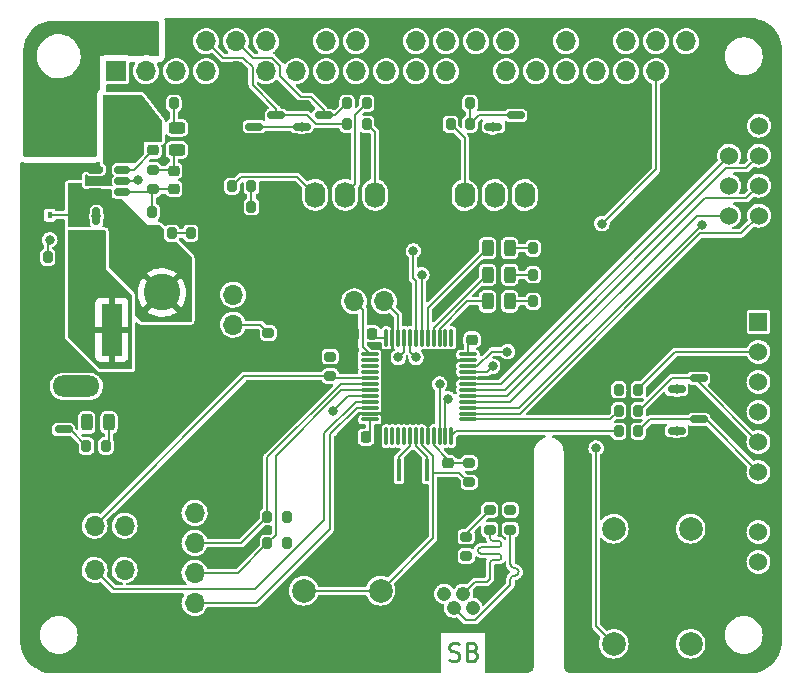
<source format=gtl>
G04 #@! TF.GenerationSoftware,KiCad,Pcbnew,6.0.2+dfsg-1*
G04 #@! TF.CreationDate,2022-08-15T18:06:49-04:00*
G04 #@! TF.ProjectId,titan_2022,74697461-6e5f-4323-9032-322e6b696361,1.2*
G04 #@! TF.SameCoordinates,Original*
G04 #@! TF.FileFunction,Copper,L1,Top*
G04 #@! TF.FilePolarity,Positive*
%FSLAX46Y46*%
G04 Gerber Fmt 4.6, Leading zero omitted, Abs format (unit mm)*
G04 Created by KiCad (PCBNEW 6.0.2+dfsg-1) date 2022-08-15 18:06:49*
%MOMM*%
%LPD*%
G01*
G04 APERTURE LIST*
G04 Aperture macros list*
%AMRoundRect*
0 Rectangle with rounded corners*
0 $1 Rounding radius*
0 $2 $3 $4 $5 $6 $7 $8 $9 X,Y pos of 4 corners*
0 Add a 4 corners polygon primitive as box body*
4,1,4,$2,$3,$4,$5,$6,$7,$8,$9,$2,$3,0*
0 Add four circle primitives for the rounded corners*
1,1,$1+$1,$2,$3*
1,1,$1+$1,$4,$5*
1,1,$1+$1,$6,$7*
1,1,$1+$1,$8,$9*
0 Add four rect primitives between the rounded corners*
20,1,$1+$1,$2,$3,$4,$5,0*
20,1,$1+$1,$4,$5,$6,$7,0*
20,1,$1+$1,$6,$7,$8,$9,0*
20,1,$1+$1,$8,$9,$2,$3,0*%
G04 Aperture macros list end*
%ADD10C,0.250000*%
G04 #@! TA.AperFunction,NonConductor*
%ADD11C,0.250000*%
G04 #@! TD*
G04 #@! TA.AperFunction,SMDPad,CuDef*
%ADD12RoundRect,0.150000X-0.587500X-0.150000X0.587500X-0.150000X0.587500X0.150000X-0.587500X0.150000X0*%
G04 #@! TD*
G04 #@! TA.AperFunction,SMDPad,CuDef*
%ADD13RoundRect,0.200000X0.200000X0.275000X-0.200000X0.275000X-0.200000X-0.275000X0.200000X-0.275000X0*%
G04 #@! TD*
G04 #@! TA.AperFunction,SMDPad,CuDef*
%ADD14RoundRect,0.075000X0.075000X-0.662500X0.075000X0.662500X-0.075000X0.662500X-0.075000X-0.662500X0*%
G04 #@! TD*
G04 #@! TA.AperFunction,SMDPad,CuDef*
%ADD15RoundRect,0.075000X0.662500X-0.075000X0.662500X0.075000X-0.662500X0.075000X-0.662500X-0.075000X0*%
G04 #@! TD*
G04 #@! TA.AperFunction,SMDPad,CuDef*
%ADD16RoundRect,0.243750X0.243750X0.456250X-0.243750X0.456250X-0.243750X-0.456250X0.243750X-0.456250X0*%
G04 #@! TD*
G04 #@! TA.AperFunction,SMDPad,CuDef*
%ADD17RoundRect,0.225000X-0.225000X-0.250000X0.225000X-0.250000X0.225000X0.250000X-0.225000X0.250000X0*%
G04 #@! TD*
G04 #@! TA.AperFunction,ComponentPad*
%ADD18C,2.000000*%
G04 #@! TD*
G04 #@! TA.AperFunction,SMDPad,CuDef*
%ADD19RoundRect,0.200000X-0.200000X-0.275000X0.200000X-0.275000X0.200000X0.275000X-0.200000X0.275000X0*%
G04 #@! TD*
G04 #@! TA.AperFunction,ComponentPad*
%ADD20R,1.700000X1.700000*%
G04 #@! TD*
G04 #@! TA.AperFunction,ComponentPad*
%ADD21O,1.700000X1.700000*%
G04 #@! TD*
G04 #@! TA.AperFunction,ComponentPad*
%ADD22R,1.524000X1.524000*%
G04 #@! TD*
G04 #@! TA.AperFunction,ComponentPad*
%ADD23C,1.524000*%
G04 #@! TD*
G04 #@! TA.AperFunction,SMDPad,CuDef*
%ADD24RoundRect,0.200000X0.275000X-0.200000X0.275000X0.200000X-0.275000X0.200000X-0.275000X-0.200000X0*%
G04 #@! TD*
G04 #@! TA.AperFunction,SMDPad,CuDef*
%ADD25RoundRect,0.150000X-0.150000X0.587500X-0.150000X-0.587500X0.150000X-0.587500X0.150000X0.587500X0*%
G04 #@! TD*
G04 #@! TA.AperFunction,ComponentPad*
%ADD26C,1.208000*%
G04 #@! TD*
G04 #@! TA.AperFunction,ComponentPad*
%ADD27O,1.700000X2.900000*%
G04 #@! TD*
G04 #@! TA.AperFunction,ComponentPad*
%ADD28O,1.700000X2.980000*%
G04 #@! TD*
G04 #@! TA.AperFunction,SMDPad,CuDef*
%ADD29RoundRect,0.200000X-0.275000X0.200000X-0.275000X-0.200000X0.275000X-0.200000X0.275000X0.200000X0*%
G04 #@! TD*
G04 #@! TA.AperFunction,ComponentPad*
%ADD30R,1.800000X4.400000*%
G04 #@! TD*
G04 #@! TA.AperFunction,ComponentPad*
%ADD31O,1.800000X4.000000*%
G04 #@! TD*
G04 #@! TA.AperFunction,ComponentPad*
%ADD32O,4.000000X1.800000*%
G04 #@! TD*
G04 #@! TA.AperFunction,SMDPad,CuDef*
%ADD33R,0.450000X0.600000*%
G04 #@! TD*
G04 #@! TA.AperFunction,SMDPad,CuDef*
%ADD34RoundRect,0.250000X-0.475000X0.250000X-0.475000X-0.250000X0.475000X-0.250000X0.475000X0.250000X0*%
G04 #@! TD*
G04 #@! TA.AperFunction,SMDPad,CuDef*
%ADD35RoundRect,0.225000X0.250000X-0.225000X0.250000X0.225000X-0.250000X0.225000X-0.250000X-0.225000X0*%
G04 #@! TD*
G04 #@! TA.AperFunction,SMDPad,CuDef*
%ADD36RoundRect,0.225000X-0.250000X0.225000X-0.250000X-0.225000X0.250000X-0.225000X0.250000X0.225000X0*%
G04 #@! TD*
G04 #@! TA.AperFunction,ComponentPad*
%ADD37RoundRect,0.250000X0.620000X0.845000X-0.620000X0.845000X-0.620000X-0.845000X0.620000X-0.845000X0*%
G04 #@! TD*
G04 #@! TA.AperFunction,ComponentPad*
%ADD38O,1.740000X2.190000*%
G04 #@! TD*
G04 #@! TA.AperFunction,SMDPad,CuDef*
%ADD39R,1.500000X4.000000*%
G04 #@! TD*
G04 #@! TA.AperFunction,SMDPad,CuDef*
%ADD40RoundRect,0.243750X-0.456250X0.243750X-0.456250X-0.243750X0.456250X-0.243750X0.456250X0.243750X0*%
G04 #@! TD*
G04 #@! TA.AperFunction,SMDPad,CuDef*
%ADD41RoundRect,0.150000X-0.512500X-0.150000X0.512500X-0.150000X0.512500X0.150000X-0.512500X0.150000X0*%
G04 #@! TD*
G04 #@! TA.AperFunction,ComponentPad*
%ADD42RoundRect,0.249999X1.300001X-1.300001X1.300001X1.300001X-1.300001X1.300001X-1.300001X-1.300001X0*%
G04 #@! TD*
G04 #@! TA.AperFunction,ComponentPad*
%ADD43C,3.100000*%
G04 #@! TD*
G04 #@! TA.AperFunction,SMDPad,CuDef*
%ADD44R,0.400000X1.900000*%
G04 #@! TD*
G04 #@! TA.AperFunction,SMDPad,CuDef*
%ADD45RoundRect,0.243750X-0.243750X-0.456250X0.243750X-0.456250X0.243750X0.456250X-0.243750X0.456250X0*%
G04 #@! TD*
G04 #@! TA.AperFunction,ViaPad*
%ADD46C,0.800000*%
G04 #@! TD*
G04 #@! TA.AperFunction,Conductor*
%ADD47C,0.200000*%
G04 #@! TD*
G04 APERTURE END LIST*
D10*
D11*
X126321428Y-104932142D02*
X126535714Y-105003571D01*
X126892857Y-105003571D01*
X127035714Y-104932142D01*
X127107142Y-104860714D01*
X127178571Y-104717857D01*
X127178571Y-104575000D01*
X127107142Y-104432142D01*
X127035714Y-104360714D01*
X126892857Y-104289285D01*
X126607142Y-104217857D01*
X126464285Y-104146428D01*
X126392857Y-104075000D01*
X126321428Y-103932142D01*
X126321428Y-103789285D01*
X126392857Y-103646428D01*
X126464285Y-103575000D01*
X126607142Y-103503571D01*
X126964285Y-103503571D01*
X127178571Y-103575000D01*
X128321428Y-104217857D02*
X128535714Y-104289285D01*
X128607142Y-104360714D01*
X128678571Y-104503571D01*
X128678571Y-104717857D01*
X128607142Y-104860714D01*
X128535714Y-104932142D01*
X128392857Y-105003571D01*
X127821428Y-105003571D01*
X127821428Y-103503571D01*
X128321428Y-103503571D01*
X128464285Y-103575000D01*
X128535714Y-103646428D01*
X128607142Y-103789285D01*
X128607142Y-103932142D01*
X128535714Y-104075000D01*
X128464285Y-104146428D01*
X128321428Y-104217857D01*
X127821428Y-104217857D01*
D12*
X145562500Y-83625000D03*
X145562500Y-85525000D03*
X147437500Y-84575000D03*
D13*
X142325000Y-82075000D03*
X140675000Y-82075000D03*
D14*
X121000000Y-85987500D03*
X121500000Y-85987500D03*
X122000000Y-85987500D03*
X122500000Y-85987500D03*
X123000000Y-85987500D03*
X123500000Y-85987500D03*
X124000000Y-85987500D03*
X124500000Y-85987500D03*
X125000000Y-85987500D03*
X125500000Y-85987500D03*
X126000000Y-85987500D03*
X126500000Y-85987500D03*
D15*
X127912500Y-84575000D03*
X127912500Y-84075000D03*
X127912500Y-83575000D03*
X127912500Y-83075000D03*
X127912500Y-82575000D03*
X127912500Y-82075000D03*
X127912500Y-81575000D03*
X127912500Y-81075000D03*
X127912500Y-80575000D03*
X127912500Y-80075000D03*
X127912500Y-79575000D03*
X127912500Y-79075000D03*
D14*
X126500000Y-77662500D03*
X126000000Y-77662500D03*
X125500000Y-77662500D03*
X125000000Y-77662500D03*
X124500000Y-77662500D03*
X124000000Y-77662500D03*
X123500000Y-77662500D03*
X123000000Y-77662500D03*
X122500000Y-77662500D03*
X122000000Y-77662500D03*
X121500000Y-77662500D03*
X121000000Y-77662500D03*
D15*
X119587500Y-79075000D03*
X119587500Y-79575000D03*
X119587500Y-80075000D03*
X119587500Y-80575000D03*
X119587500Y-81075000D03*
X119587500Y-81575000D03*
X119587500Y-82075000D03*
X119587500Y-82575000D03*
X119587500Y-83075000D03*
X119587500Y-83575000D03*
X119587500Y-84075000D03*
X119587500Y-84575000D03*
D16*
X131437500Y-72325000D03*
X129562500Y-72325000D03*
D17*
X118225000Y-77325000D03*
X119775000Y-77325000D03*
D18*
X140250000Y-99075000D03*
X146750000Y-99075000D03*
X140250000Y-103575000D03*
X146750000Y-103575000D03*
D12*
X145562500Y-80125000D03*
X145562500Y-82025000D03*
X147437500Y-81075000D03*
D19*
X95600000Y-86825000D03*
X97250000Y-86825000D03*
D20*
X93750000Y-93575000D03*
D21*
X96290000Y-93575000D03*
X98830000Y-93575000D03*
D22*
X152500000Y-76325000D03*
D23*
X152500000Y-78865000D03*
X152500000Y-81405000D03*
X152500000Y-83945000D03*
X152500000Y-86485000D03*
X152500000Y-89025000D03*
D22*
X152500000Y-91565000D03*
D23*
X152500000Y-94105000D03*
X152500000Y-96645000D03*
D24*
X128000000Y-89900000D03*
X128000000Y-88250000D03*
X111000000Y-78900000D03*
X111000000Y-77250000D03*
D12*
X109812500Y-57875000D03*
X109812500Y-59775000D03*
X111687500Y-58825000D03*
D20*
X93750000Y-97325000D03*
D21*
X96290000Y-97325000D03*
X98830000Y-97325000D03*
D16*
X131437500Y-70075000D03*
X129562500Y-70075000D03*
D13*
X135075000Y-72325000D03*
X133425000Y-72325000D03*
D25*
X96450000Y-67387500D03*
X94550000Y-67387500D03*
X95500000Y-69262500D03*
D26*
X125900000Y-99325000D03*
X126700000Y-100525000D03*
X127500000Y-99325000D03*
X128300000Y-100525000D03*
X129100000Y-99325000D03*
D27*
X131150000Y-104375000D03*
D28*
X123850000Y-104375000D03*
D19*
X107925000Y-66575000D03*
X109575000Y-66575000D03*
D29*
X129750000Y-92250000D03*
X129750000Y-93900000D03*
D19*
X140675000Y-85575000D03*
X142325000Y-85575000D03*
D17*
X117725000Y-86075000D03*
X119275000Y-86075000D03*
X92975000Y-65275000D03*
X94525000Y-65275000D03*
D13*
X128075000Y-59575000D03*
X126425000Y-59575000D03*
D30*
X97750000Y-76975000D03*
D31*
X91950000Y-76975000D03*
D32*
X94750000Y-81775000D03*
D33*
X92500000Y-67275000D03*
X92500000Y-69375000D03*
D34*
X91250000Y-61575000D03*
X91250000Y-63475000D03*
D24*
X101250000Y-65100000D03*
X101250000Y-63450000D03*
D13*
X102825000Y-67025000D03*
X101175000Y-67025000D03*
X112575000Y-95075000D03*
X110925000Y-95075000D03*
D16*
X131437500Y-74575000D03*
X129562500Y-74575000D03*
D20*
X115725000Y-74575000D03*
D21*
X118265000Y-74575000D03*
X120805000Y-74575000D03*
D13*
X135075000Y-74575000D03*
X133425000Y-74575000D03*
D19*
X140675000Y-83825000D03*
X142325000Y-83825000D03*
D34*
X93500000Y-61575000D03*
X93500000Y-63475000D03*
D18*
X120500000Y-103575000D03*
X114000000Y-103575000D03*
X114000000Y-99075000D03*
X120500000Y-99075000D03*
D35*
X103000000Y-65050000D03*
X103000000Y-63500000D03*
D12*
X130062500Y-57875000D03*
X130062500Y-59775000D03*
X131937500Y-58825000D03*
D29*
X131500000Y-92250000D03*
X131500000Y-93900000D03*
D13*
X112575000Y-92825000D03*
X110925000Y-92825000D03*
D36*
X101250000Y-60250000D03*
X101250000Y-61800000D03*
D35*
X126250000Y-89850000D03*
X126250000Y-88300000D03*
D13*
X135075000Y-70075000D03*
X133425000Y-70075000D03*
D37*
X135250000Y-65575000D03*
D38*
X132710000Y-65575000D03*
X130170000Y-65575000D03*
X127630000Y-65575000D03*
D36*
X128250000Y-76275000D03*
X128250000Y-77825000D03*
D39*
X99300000Y-59775000D03*
X95700000Y-59775000D03*
D13*
X104650000Y-57825000D03*
X103000000Y-57825000D03*
D40*
X103250000Y-59887500D03*
X103250000Y-61762500D03*
D24*
X116250000Y-80900000D03*
X116250000Y-79250000D03*
D29*
X127750000Y-94500000D03*
X127750000Y-96150000D03*
D41*
X96362500Y-63425000D03*
X96362500Y-64375000D03*
X96362500Y-65325000D03*
X98637500Y-65325000D03*
X98637500Y-64375000D03*
X98637500Y-63425000D03*
D42*
X102000000Y-79825000D03*
D43*
X102000000Y-73825000D03*
D20*
X104750000Y-102650000D03*
D21*
X104750000Y-100110000D03*
X104750000Y-97570000D03*
X104750000Y-95030000D03*
X104750000Y-92490000D03*
D12*
X113812500Y-57875000D03*
X113812500Y-59775000D03*
X115687500Y-58825000D03*
D44*
X122050000Y-88825000D03*
X123250000Y-88825000D03*
X124450000Y-88825000D03*
D37*
X122560000Y-65555000D03*
D38*
X120020000Y-65555000D03*
X117480000Y-65555000D03*
X114940000Y-65555000D03*
D13*
X109575000Y-64825000D03*
X107925000Y-64825000D03*
D20*
X108000000Y-79100000D03*
D21*
X108000000Y-76560000D03*
X108000000Y-74020000D03*
D19*
X90675000Y-70825000D03*
X92325000Y-70825000D03*
D13*
X106075000Y-68825000D03*
X104425000Y-68825000D03*
D12*
X91787500Y-84475000D03*
X91787500Y-86375000D03*
X93662500Y-85425000D03*
D13*
X102825000Y-68825000D03*
X101175000Y-68825000D03*
X119325000Y-57825000D03*
X117675000Y-57825000D03*
D18*
X140250000Y-89325000D03*
X146750000Y-89325000D03*
X140250000Y-93825000D03*
X146750000Y-93825000D03*
D13*
X119325000Y-59575000D03*
X117675000Y-59575000D03*
D22*
X150000000Y-59700000D03*
D23*
X152540000Y-59700000D03*
X150000000Y-62240000D03*
X152540000Y-62240000D03*
X150000000Y-64780000D03*
X152540000Y-64780000D03*
X150000000Y-67320000D03*
X152540000Y-67320000D03*
D45*
X95625000Y-84825000D03*
X97500000Y-84825000D03*
D19*
X126425000Y-57825000D03*
X128075000Y-57825000D03*
D20*
X98120000Y-55095000D03*
D21*
X98120000Y-52555000D03*
X100660000Y-55095000D03*
X100660000Y-52555000D03*
X103200000Y-55095000D03*
X103200000Y-52555000D03*
X105740000Y-55095000D03*
X105740000Y-52555000D03*
X108280000Y-55095000D03*
X108280000Y-52555000D03*
X110820000Y-55095000D03*
X110820000Y-52555000D03*
X113360000Y-55095000D03*
X113360000Y-52555000D03*
X115900000Y-55095000D03*
X115900000Y-52555000D03*
X118440000Y-55095000D03*
X118440000Y-52555000D03*
X120980000Y-55095000D03*
X120980000Y-52555000D03*
X123520000Y-55095000D03*
X123520000Y-52555000D03*
X126060000Y-55095000D03*
X126060000Y-52555000D03*
X128600000Y-55095000D03*
X128600000Y-52555000D03*
X131140000Y-55095000D03*
X131140000Y-52555000D03*
X133680000Y-55095000D03*
X133680000Y-52555000D03*
X136220000Y-55095000D03*
X136220000Y-52555000D03*
X138760000Y-55095000D03*
X138760000Y-52555000D03*
X141300000Y-55095000D03*
X141300000Y-52555000D03*
X143840000Y-55095000D03*
X143840000Y-52555000D03*
X146380000Y-55095000D03*
X146380000Y-52555000D03*
D46*
X145562500Y-85525000D03*
X119275000Y-86075000D03*
X145562500Y-82025000D03*
X128250000Y-77825000D03*
X113812500Y-59775000D03*
X126250000Y-88300000D03*
X119775000Y-77325000D03*
X140675000Y-82075000D03*
X130000000Y-59825000D03*
X116250000Y-79250000D03*
X127750000Y-96150000D03*
X101250000Y-63450000D03*
X112575000Y-95075000D03*
X112575000Y-92825000D03*
X91250000Y-61575000D03*
X95750000Y-59825000D03*
X112250000Y-57325000D03*
X139250000Y-68000000D03*
X138750000Y-87000000D03*
X95625000Y-84825000D03*
X107925000Y-64825000D03*
X101175000Y-68825000D03*
X96450000Y-67387500D03*
X92500000Y-69375000D03*
X126250000Y-82825000D03*
X128075000Y-59575000D03*
X123279977Y-70295023D03*
X124000000Y-72325000D03*
X131250000Y-78825000D03*
X130000000Y-80075000D03*
X116500000Y-83825000D03*
X122000000Y-79325000D03*
X129750000Y-92250000D03*
X131500000Y-92250000D03*
X123500000Y-79325000D03*
X125500000Y-81575000D03*
X109575000Y-66575000D03*
X147750000Y-68075000D03*
X100000000Y-64325000D03*
X102825000Y-68825000D03*
D47*
X120112500Y-77662500D02*
X119775000Y-77325000D01*
X126250000Y-88004651D02*
X126250000Y-88300000D01*
X109812500Y-59775000D02*
X113812500Y-59775000D01*
X130050000Y-59775000D02*
X130000000Y-59825000D01*
X125000000Y-85987500D02*
X125000000Y-86754651D01*
X119587500Y-84575000D02*
X119587500Y-85762500D01*
X128000000Y-88250000D02*
X126300000Y-88250000D01*
X125000000Y-86754651D02*
X126250000Y-88004651D01*
X126300000Y-88250000D02*
X126250000Y-88300000D01*
X130062500Y-59775000D02*
X130050000Y-59775000D01*
X121000000Y-77662500D02*
X120112500Y-77662500D01*
X127912500Y-79075000D02*
X127912500Y-78162500D01*
X127912500Y-78162500D02*
X128250000Y-77825000D01*
X119587500Y-85762500D02*
X119275000Y-86075000D01*
X102950000Y-63450000D02*
X103000000Y-63500000D01*
X103000000Y-63500000D02*
X103000000Y-62012500D01*
X95700000Y-59775000D02*
X95750000Y-59825000D01*
X101250000Y-63450000D02*
X102950000Y-63450000D01*
X103000000Y-62012500D02*
X103250000Y-61762500D01*
X112250000Y-57325000D02*
X112800000Y-57875000D01*
X112800000Y-57875000D02*
X113812500Y-57875000D01*
X140250000Y-103575000D02*
X138750000Y-102075000D01*
X143840000Y-63410000D02*
X143840000Y-55095000D01*
X139250000Y-68000000D02*
X143840000Y-63410000D01*
X138750000Y-102075000D02*
X138750000Y-87000000D01*
X111687500Y-58825000D02*
X114314283Y-58825000D01*
X111687500Y-58262500D02*
X111687500Y-58825000D01*
X105740000Y-52555000D02*
X107130489Y-53945489D01*
X114314283Y-58825000D02*
X115064283Y-59575000D01*
X115064283Y-59575000D02*
X117675000Y-59575000D01*
X108870489Y-53945489D02*
X109670489Y-54745489D01*
X109670489Y-54745489D02*
X109670489Y-56245489D01*
X107130489Y-53945489D02*
X108870489Y-53945489D01*
X109670489Y-56245489D02*
X111687500Y-58262500D01*
X111296144Y-53945489D02*
X112000000Y-54649345D01*
X114586197Y-57275480D02*
X115687500Y-58376783D01*
X112000000Y-54649345D02*
X112000000Y-55525480D01*
X116675000Y-58825000D02*
X117675000Y-57825000D01*
X109670489Y-53945489D02*
X111296144Y-53945489D01*
X113750000Y-57275480D02*
X114586197Y-57275480D01*
X115687500Y-58376783D02*
X115687500Y-58825000D01*
X112000000Y-55525480D02*
X113750000Y-57275480D01*
X115687500Y-58825000D02*
X116675000Y-58825000D01*
X108280000Y-52555000D02*
X109670489Y-53945489D01*
X99625000Y-63425000D02*
X101250000Y-61800000D01*
X98637500Y-63425000D02*
X99625000Y-63425000D01*
X98637500Y-65325000D02*
X101025000Y-65325000D01*
X101025000Y-65325000D02*
X101250000Y-65100000D01*
X101175000Y-67025000D02*
X101175000Y-65175000D01*
X101250000Y-65100000D02*
X102950000Y-65100000D01*
X101175000Y-65175000D02*
X101250000Y-65100000D01*
X102950000Y-65100000D02*
X103000000Y-65050000D01*
X152500000Y-86485000D02*
X147437500Y-81422500D01*
X147437500Y-81422500D02*
X147437500Y-81075000D01*
X142389283Y-83825000D02*
X145139283Y-81075000D01*
X145139283Y-81075000D02*
X147437500Y-81075000D01*
X142325000Y-83825000D02*
X142389283Y-83825000D01*
X148050000Y-84575000D02*
X152500000Y-89025000D01*
X142325000Y-85575000D02*
X143325000Y-84575000D01*
X147437500Y-84575000D02*
X148050000Y-84575000D01*
X143325000Y-84575000D02*
X147437500Y-84575000D01*
X108699520Y-64050480D02*
X107925000Y-64825000D01*
X92500000Y-67275000D02*
X94437500Y-67275000D01*
X113435480Y-64050480D02*
X108699520Y-64050480D01*
X114940000Y-65555000D02*
X113435480Y-64050480D01*
X94437500Y-67275000D02*
X94550000Y-67387500D01*
X92325000Y-70825000D02*
X92325000Y-69550000D01*
X92325000Y-69550000D02*
X92500000Y-69375000D01*
X128075000Y-59575000D02*
X128075000Y-57825000D01*
X126000000Y-85987500D02*
X126000000Y-83075000D01*
X128825000Y-58825000D02*
X128075000Y-59575000D01*
X131937500Y-58825000D02*
X128825000Y-58825000D01*
X126000000Y-83075000D02*
X126250000Y-82825000D01*
X123500000Y-77662500D02*
X123500000Y-72884970D01*
X120020000Y-60270000D02*
X120020000Y-65555000D01*
X123500000Y-72884970D02*
X123250489Y-72635459D01*
X123250489Y-70324511D02*
X123279977Y-70295023D01*
X119325000Y-59575000D02*
X120020000Y-60270000D01*
X123250489Y-72635459D02*
X123250489Y-70324511D01*
X118374520Y-64660480D02*
X117480000Y-65555000D01*
X124000000Y-72325000D02*
X124000000Y-77662500D01*
X118374520Y-58775480D02*
X118374520Y-64660480D01*
X119325000Y-57825000D02*
X118374520Y-58775480D01*
X127820349Y-74575000D02*
X125500000Y-76895349D01*
X125500000Y-76895349D02*
X125500000Y-77662500D01*
X129562500Y-74575000D02*
X127820349Y-74575000D01*
X116425000Y-81075000D02*
X116250000Y-80900000D01*
X116250000Y-80900000D02*
X108965000Y-80900000D01*
X119587500Y-81075000D02*
X116425000Y-81075000D01*
X108965000Y-80900000D02*
X96290000Y-93575000D01*
X129929651Y-78825000D02*
X128679651Y-80075000D01*
X127912500Y-80075000D02*
X128679651Y-80075000D01*
X131250000Y-78825000D02*
X129929651Y-78825000D01*
X130000000Y-80075000D02*
X129500000Y-80575000D01*
X129500000Y-80575000D02*
X127912500Y-80575000D01*
X127630000Y-60780000D02*
X127630000Y-65575000D01*
X126425000Y-59575000D02*
X127630000Y-60780000D01*
X124500000Y-77662500D02*
X124500000Y-75137500D01*
X124500000Y-75137500D02*
X129562500Y-70075000D01*
X129505343Y-72325000D02*
X129562500Y-72325000D01*
X125000000Y-77662500D02*
X125000000Y-76830343D01*
X125000000Y-76830343D02*
X129505343Y-72325000D01*
X103250000Y-59887500D02*
X103000000Y-59637500D01*
X103000000Y-59637500D02*
X103000000Y-57825000D01*
X115750000Y-85759994D02*
X118434994Y-83075000D01*
X97925489Y-98960489D02*
X109870938Y-98960489D01*
X118434994Y-83075000D02*
X119587500Y-83075000D01*
X96290000Y-97325000D02*
X97925489Y-98960489D01*
X109870938Y-98960489D02*
X115750000Y-93081427D01*
X115750000Y-93081427D02*
X115750000Y-85759994D01*
X108000000Y-76560000D02*
X110310000Y-76560000D01*
X116500000Y-83825000D02*
X117750000Y-82575000D01*
X110310000Y-76560000D02*
X111000000Y-77250000D01*
X117750000Y-82575000D02*
X119587500Y-82575000D01*
X142325000Y-81989283D02*
X145449283Y-78865000D01*
X145449283Y-78865000D02*
X152500000Y-78865000D01*
X142325000Y-82075000D02*
X142325000Y-81989283D01*
X139925000Y-84575000D02*
X140675000Y-83825000D01*
X127912500Y-84575000D02*
X139925000Y-84575000D01*
X140675000Y-85575000D02*
X126912500Y-85575000D01*
X126912500Y-85575000D02*
X126500000Y-85987500D01*
X124000000Y-85987500D02*
X124000000Y-86759994D01*
X128000000Y-89900000D02*
X127175000Y-89075000D01*
X114000000Y-99075000D02*
X120500000Y-99075000D01*
X127175000Y-89075000D02*
X125000000Y-89075000D01*
X124949511Y-94625489D02*
X120500000Y-99075000D01*
X124949511Y-89024511D02*
X124949511Y-94625489D01*
X124000000Y-86759994D02*
X124949511Y-87709505D01*
X124949511Y-87709505D02*
X124949511Y-89024511D01*
X125000000Y-89075000D02*
X124949511Y-89024511D01*
X122500000Y-78825000D02*
X122000000Y-79325000D01*
X122500000Y-77662500D02*
X122500000Y-78825000D01*
X127750000Y-94250000D02*
X129750000Y-92250000D01*
X127750000Y-94500000D02*
X127750000Y-94250000D01*
X129750000Y-98075000D02*
X129500000Y-98325000D01*
X129750000Y-93900000D02*
X129750000Y-94575000D01*
X130025000Y-94850000D02*
X130475000Y-94850000D01*
X130025000Y-95400000D02*
X129025000Y-95400000D01*
X129750000Y-95950000D02*
X130475000Y-95950000D01*
X130475000Y-96500000D02*
X130025000Y-96500000D01*
X129750000Y-96775000D02*
X129750000Y-98029049D01*
X130475000Y-95400000D02*
X130025000Y-95400000D01*
X129500000Y-98325000D02*
X128500000Y-98325000D01*
X129750000Y-98029049D02*
X129750000Y-98075000D01*
X129025000Y-95950000D02*
X129750000Y-95950000D01*
X128500000Y-98325000D02*
X127500000Y-99325000D01*
X129750000Y-96775000D02*
G75*
G02*
X130025000Y-96500000I275001J-1D01*
G01*
X130750000Y-95125000D02*
G75*
G03*
X130475000Y-94850000I-275001J-1D01*
G01*
X130750000Y-96225000D02*
G75*
G03*
X130475000Y-95950000I-275001J-1D01*
G01*
X128750000Y-95675000D02*
G75*
G02*
X129025000Y-95400000I275001J-1D01*
G01*
X130025000Y-94850000D02*
G75*
G02*
X129750000Y-94575000I1J275001D01*
G01*
X130475000Y-96500000D02*
G75*
G03*
X130750000Y-96225000I-1J275001D01*
G01*
X129025000Y-95950000D02*
G75*
G02*
X128750000Y-95675000I1J275001D01*
G01*
X130475000Y-95400000D02*
G75*
G03*
X130750000Y-95125000I-1J275001D01*
G01*
X123000000Y-78825000D02*
X123500000Y-79325000D01*
X123000000Y-77662500D02*
X123000000Y-78825000D01*
X131500000Y-98175000D02*
X131500000Y-98602759D01*
X131500000Y-93900000D02*
X131500000Y-96825000D01*
X131825000Y-97150000D02*
X131869570Y-97150000D01*
X131869570Y-97800000D02*
X131825000Y-97800000D01*
X131500000Y-98125000D02*
X131500000Y-98175000D01*
X131500000Y-98602759D02*
X128527759Y-101575000D01*
X127750000Y-101575000D02*
X126700000Y-100525000D01*
X128527759Y-101575000D02*
X127750000Y-101575000D01*
X131825000Y-97150000D02*
G75*
G02*
X131500000Y-96825000I-1J324999D01*
G01*
X131869570Y-97800000D02*
G75*
G03*
X132194570Y-97475000I1J324999D01*
G01*
X132194570Y-97475000D02*
G75*
G03*
X131869570Y-97150000I-324999J1D01*
G01*
X131500000Y-98125000D02*
G75*
G02*
X131825000Y-97800000I324999J1D01*
G01*
X125500000Y-85987500D02*
X125500000Y-81575000D01*
X109575000Y-64825000D02*
X109575000Y-66575000D01*
X132315006Y-84075000D02*
X127912500Y-84075000D01*
X152540000Y-67320000D02*
X151035489Y-68824511D01*
X147565495Y-68824511D02*
X132315006Y-84075000D01*
X151035489Y-68824511D02*
X147565495Y-68824511D01*
X132250000Y-83575000D02*
X127912500Y-83575000D01*
X147750000Y-68075000D02*
X132250000Y-83575000D01*
X127912500Y-83075000D02*
X131500000Y-83075000D01*
X131500000Y-83075000D02*
X147255000Y-67320000D01*
X147255000Y-67320000D02*
X150000000Y-67320000D01*
X151478489Y-65841511D02*
X152540000Y-64780000D01*
X147983489Y-65841511D02*
X151478489Y-65841511D01*
X127912500Y-82575000D02*
X131250000Y-82575000D01*
X131250000Y-82575000D02*
X147983489Y-65841511D01*
X127912500Y-82075000D02*
X131000000Y-82075000D01*
X131000000Y-82075000D02*
X149773489Y-63301511D01*
X151478489Y-63301511D02*
X152540000Y-62240000D01*
X149773489Y-63301511D02*
X151478489Y-63301511D01*
X130665000Y-81575000D02*
X127912500Y-81575000D01*
X150000000Y-62240000D02*
X130665000Y-81575000D01*
X117125024Y-81575000D02*
X119587500Y-81575000D01*
X110925000Y-92825000D02*
X110925000Y-87775024D01*
X108720000Y-95030000D02*
X110925000Y-92825000D01*
X104750000Y-95030000D02*
X108720000Y-95030000D01*
X110925000Y-87775024D02*
X117125024Y-81575000D01*
X119587500Y-82075000D02*
X117190030Y-82075000D01*
X108430000Y-97570000D02*
X110925000Y-95075000D01*
X111624520Y-94375480D02*
X110925000Y-95075000D01*
X111624520Y-87640510D02*
X111624520Y-94375480D01*
X104750000Y-97570000D02*
X108430000Y-97570000D01*
X117190030Y-82075000D02*
X111624520Y-87640510D01*
X116250000Y-85825000D02*
X116250000Y-93825000D01*
X109965000Y-100110000D02*
X104750000Y-100110000D01*
X116250000Y-93825000D02*
X109965000Y-100110000D01*
X119587500Y-83575000D02*
X118500000Y-83575000D01*
X118500000Y-83575000D02*
X116250000Y-85825000D01*
X131437500Y-70075000D02*
X133425000Y-70075000D01*
X133425000Y-72325000D02*
X131437500Y-72325000D01*
X93662500Y-85425000D02*
X94200000Y-85425000D01*
X94200000Y-85425000D02*
X95600000Y-86825000D01*
X97500000Y-86575000D02*
X97500000Y-84825000D01*
X97250000Y-86825000D02*
X97500000Y-86575000D01*
X131437500Y-74575000D02*
X133425000Y-74575000D01*
X118974520Y-75284520D02*
X118974520Y-78462020D01*
X118974520Y-78462020D02*
X119587500Y-79075000D01*
X118265000Y-74575000D02*
X118974520Y-75284520D01*
X120805000Y-74575000D02*
X122000000Y-75770000D01*
X122000000Y-75770000D02*
X122000000Y-77662500D01*
X99950000Y-64375000D02*
X100000000Y-64325000D01*
X98637500Y-64375000D02*
X99950000Y-64375000D01*
X104425000Y-68825000D02*
X102825000Y-68825000D01*
X123500000Y-86825000D02*
X123500000Y-85987500D01*
X124450000Y-88825000D02*
X124450000Y-87775000D01*
X124450000Y-87775000D02*
X123500000Y-86825000D01*
X123000000Y-86825000D02*
X123000000Y-85987500D01*
X122050000Y-87775000D02*
X123000000Y-86825000D01*
X122050000Y-88825000D02*
X122050000Y-87775000D01*
G04 #@! TA.AperFunction,Conductor*
G36*
X151734938Y-50576902D02*
G01*
X151740437Y-50577996D01*
X151740438Y-50577996D01*
X151750000Y-50579898D01*
X151759565Y-50577995D01*
X151764483Y-50577995D01*
X151781742Y-50576782D01*
X152052355Y-50591980D01*
X152063379Y-50593223D01*
X152274709Y-50629129D01*
X152356446Y-50643016D01*
X152367270Y-50645486D01*
X152652930Y-50727784D01*
X152663401Y-50731448D01*
X152938052Y-50845212D01*
X152948042Y-50850023D01*
X153208227Y-50993823D01*
X153217612Y-50999719D01*
X153460074Y-51171755D01*
X153468742Y-51178668D01*
X153690405Y-51376759D01*
X153698241Y-51384595D01*
X153896332Y-51606258D01*
X153903245Y-51614926D01*
X154075281Y-51857388D01*
X154081177Y-51866773D01*
X154144640Y-51981599D01*
X154224974Y-52126952D01*
X154229788Y-52136948D01*
X154343551Y-52411595D01*
X154347216Y-52422070D01*
X154401339Y-52609933D01*
X154429514Y-52707730D01*
X154431984Y-52718554D01*
X154478844Y-52994352D01*
X154481777Y-53011617D01*
X154483020Y-53022645D01*
X154497246Y-53275944D01*
X154498218Y-53293254D01*
X154497005Y-53310517D01*
X154497005Y-53315435D01*
X154495102Y-53325000D01*
X154497004Y-53334562D01*
X154497004Y-53334563D01*
X154498098Y-53340062D01*
X154500000Y-53359376D01*
X154500000Y-103290624D01*
X154498098Y-103309938D01*
X154495102Y-103325000D01*
X154497005Y-103334565D01*
X154497005Y-103339483D01*
X154498218Y-103356742D01*
X154486961Y-103557178D01*
X154483020Y-103627351D01*
X154481777Y-103638383D01*
X154431984Y-103931446D01*
X154429514Y-103942270D01*
X154347218Y-104227926D01*
X154343552Y-104238401D01*
X154266054Y-104425500D01*
X154229791Y-104513046D01*
X154224977Y-104523042D01*
X154081177Y-104783227D01*
X154075281Y-104792612D01*
X153903245Y-105035074D01*
X153896332Y-105043742D01*
X153698241Y-105265405D01*
X153690405Y-105273241D01*
X153468742Y-105471332D01*
X153460074Y-105478245D01*
X153217612Y-105650281D01*
X153208227Y-105656177D01*
X152948042Y-105799977D01*
X152938052Y-105804788D01*
X152663401Y-105918552D01*
X152652930Y-105922216D01*
X152487071Y-105970000D01*
X152367270Y-106004514D01*
X152356446Y-106006984D01*
X152292140Y-106017910D01*
X152063379Y-106056777D01*
X152052355Y-106058020D01*
X151781742Y-106073218D01*
X151764483Y-106072005D01*
X151759565Y-106072005D01*
X151750000Y-106070102D01*
X151740438Y-106072004D01*
X151740437Y-106072004D01*
X151734938Y-106073098D01*
X151715624Y-106075000D01*
X136784376Y-106075000D01*
X136765062Y-106073098D01*
X136759562Y-106072004D01*
X136750000Y-106070102D01*
X136740438Y-106072004D01*
X136730685Y-106072004D01*
X136730685Y-106071361D01*
X136718914Y-106071938D01*
X136643655Y-106064526D01*
X136613386Y-106061545D01*
X136594354Y-106057759D01*
X136472317Y-106020740D01*
X136454391Y-106013315D01*
X136341918Y-105953197D01*
X136325784Y-105942416D01*
X136301173Y-105922218D01*
X136227204Y-105861513D01*
X136213487Y-105847796D01*
X136132583Y-105749214D01*
X136121802Y-105733080D01*
X136061685Y-105620609D01*
X136054259Y-105602681D01*
X136017241Y-105480646D01*
X136013455Y-105461613D01*
X136003062Y-105356086D01*
X136003639Y-105344315D01*
X136002996Y-105344315D01*
X136002996Y-105334562D01*
X136004898Y-105325000D01*
X136001902Y-105309938D01*
X136000000Y-105290624D01*
X136000000Y-87359376D01*
X136001902Y-87340062D01*
X136002996Y-87334561D01*
X136004898Y-87325000D01*
X136003846Y-87319709D01*
X135987177Y-87118552D01*
X135982302Y-87099299D01*
X135955418Y-86993138D01*
X138094758Y-86993138D01*
X138095413Y-86999071D01*
X138095413Y-86999075D01*
X138106478Y-87099299D01*
X138112035Y-87149633D01*
X138166143Y-87297490D01*
X138169472Y-87302444D01*
X138250629Y-87423219D01*
X138250632Y-87423223D01*
X138253958Y-87428172D01*
X138258368Y-87432184D01*
X138258375Y-87432193D01*
X138367128Y-87531150D01*
X138397443Y-87584297D01*
X138399500Y-87604373D01*
X138399500Y-102027052D01*
X138397282Y-102047888D01*
X138395049Y-102058261D01*
X138396011Y-102066386D01*
X138398814Y-102090071D01*
X138399161Y-102095963D01*
X138399164Y-102095963D01*
X138399500Y-102100030D01*
X138399500Y-102104115D01*
X138400170Y-102108141D01*
X138400171Y-102108152D01*
X138402496Y-102122119D01*
X138403152Y-102126726D01*
X138408764Y-102174138D01*
X138412118Y-102181122D01*
X138412539Y-102182454D01*
X138413812Y-102190103D01*
X138436505Y-102232160D01*
X138438605Y-102236283D01*
X138456580Y-102273717D01*
X138456582Y-102273721D01*
X138459274Y-102279326D01*
X138462592Y-102283274D01*
X138464100Y-102284782D01*
X138465282Y-102286071D01*
X138466148Y-102287097D01*
X138469222Y-102292794D01*
X138475227Y-102298345D01*
X138475231Y-102298350D01*
X138506018Y-102326809D01*
X138508821Y-102329503D01*
X139102363Y-102923045D01*
X139130140Y-102977562D01*
X139122084Y-103034887D01*
X139070425Y-103145670D01*
X139069307Y-103149843D01*
X139022374Y-103325000D01*
X139013793Y-103357023D01*
X138994723Y-103575000D01*
X139013793Y-103792977D01*
X139070425Y-104004330D01*
X139162898Y-104202638D01*
X139165379Y-104206181D01*
X139165380Y-104206183D01*
X139187942Y-104238405D01*
X139288402Y-104381877D01*
X139443123Y-104536598D01*
X139622361Y-104662102D01*
X139820670Y-104754575D01*
X139907220Y-104777766D01*
X140027846Y-104810088D01*
X140027848Y-104810088D01*
X140032023Y-104811207D01*
X140250000Y-104830277D01*
X140467977Y-104811207D01*
X140472152Y-104810088D01*
X140472154Y-104810088D01*
X140592780Y-104777766D01*
X140679330Y-104754575D01*
X140877639Y-104662102D01*
X141056877Y-104536598D01*
X141211598Y-104381877D01*
X141312058Y-104238405D01*
X141334620Y-104206183D01*
X141334621Y-104206181D01*
X141337102Y-104202638D01*
X141429575Y-104004330D01*
X141486207Y-103792977D01*
X141505277Y-103575000D01*
X145494723Y-103575000D01*
X145513793Y-103792977D01*
X145570425Y-104004330D01*
X145662898Y-104202638D01*
X145665379Y-104206181D01*
X145665380Y-104206183D01*
X145687942Y-104238405D01*
X145788402Y-104381877D01*
X145943123Y-104536598D01*
X146122361Y-104662102D01*
X146320670Y-104754575D01*
X146407220Y-104777766D01*
X146527846Y-104810088D01*
X146527848Y-104810088D01*
X146532023Y-104811207D01*
X146750000Y-104830277D01*
X146967977Y-104811207D01*
X146972152Y-104810088D01*
X146972154Y-104810088D01*
X147092780Y-104777766D01*
X147179330Y-104754575D01*
X147377639Y-104662102D01*
X147556877Y-104536598D01*
X147711598Y-104381877D01*
X147812058Y-104238405D01*
X147834620Y-104206183D01*
X147834621Y-104206181D01*
X147837102Y-104202638D01*
X147929575Y-104004330D01*
X147986207Y-103792977D01*
X148005277Y-103575000D01*
X147986207Y-103357023D01*
X147977627Y-103325000D01*
X147930693Y-103149843D01*
X147929575Y-103145670D01*
X147837102Y-102947362D01*
X147751424Y-102825000D01*
X149644551Y-102825000D01*
X149644856Y-102828875D01*
X149661070Y-103034888D01*
X149664317Y-103076148D01*
X149665223Y-103079921D01*
X149665223Y-103079922D01*
X149720445Y-103309938D01*
X149723127Y-103321111D01*
X149724612Y-103324697D01*
X149724614Y-103324702D01*
X149736272Y-103352846D01*
X149819534Y-103553859D01*
X149951164Y-103768659D01*
X149953692Y-103771618D01*
X149953692Y-103771619D01*
X149975501Y-103797154D01*
X150114776Y-103960224D01*
X150306341Y-104123836D01*
X150521141Y-104255466D01*
X150609815Y-104292196D01*
X150750298Y-104350386D01*
X150750303Y-104350388D01*
X150753889Y-104351873D01*
X150757663Y-104352779D01*
X150757666Y-104352780D01*
X150891586Y-104384931D01*
X150998852Y-104410683D01*
X151002717Y-104410987D01*
X151002722Y-104410988D01*
X151106823Y-104419181D01*
X151187118Y-104425500D01*
X151312882Y-104425500D01*
X151393177Y-104419181D01*
X151497278Y-104410988D01*
X151497283Y-104410987D01*
X151501148Y-104410683D01*
X151608414Y-104384931D01*
X151742334Y-104352780D01*
X151742337Y-104352779D01*
X151746111Y-104351873D01*
X151749697Y-104350388D01*
X151749702Y-104350386D01*
X151890185Y-104292196D01*
X151978859Y-104255466D01*
X152193659Y-104123836D01*
X152385224Y-103960224D01*
X152524499Y-103797154D01*
X152546308Y-103771619D01*
X152546308Y-103771618D01*
X152548836Y-103768659D01*
X152680466Y-103553859D01*
X152763728Y-103352846D01*
X152775386Y-103324702D01*
X152775388Y-103324697D01*
X152776873Y-103321111D01*
X152779556Y-103309938D01*
X152834777Y-103079922D01*
X152834777Y-103079921D01*
X152835683Y-103076148D01*
X152838931Y-103034888D01*
X152855144Y-102828875D01*
X152855449Y-102825000D01*
X152835683Y-102573852D01*
X152815643Y-102490380D01*
X152777780Y-102332666D01*
X152777779Y-102332663D01*
X152776873Y-102328889D01*
X152773233Y-102320100D01*
X152709407Y-102166012D01*
X152680466Y-102096141D01*
X152548836Y-101881341D01*
X152385224Y-101689776D01*
X152193659Y-101526164D01*
X151978859Y-101394534D01*
X151852402Y-101342154D01*
X151749702Y-101299614D01*
X151749697Y-101299612D01*
X151746111Y-101298127D01*
X151742337Y-101297221D01*
X151742334Y-101297220D01*
X151504922Y-101240223D01*
X151504921Y-101240223D01*
X151501148Y-101239317D01*
X151497283Y-101239013D01*
X151497278Y-101239012D01*
X151393177Y-101230819D01*
X151312882Y-101224500D01*
X151187118Y-101224500D01*
X151106823Y-101230819D01*
X151002722Y-101239012D01*
X151002717Y-101239013D01*
X150998852Y-101239317D01*
X150995079Y-101240223D01*
X150995078Y-101240223D01*
X150757666Y-101297220D01*
X150757663Y-101297221D01*
X150753889Y-101298127D01*
X150750303Y-101299612D01*
X150750298Y-101299614D01*
X150647598Y-101342154D01*
X150521141Y-101394534D01*
X150306341Y-101526164D01*
X150114776Y-101689776D01*
X149951164Y-101881341D01*
X149819534Y-102096141D01*
X149790593Y-102166012D01*
X149726768Y-102320100D01*
X149723127Y-102328889D01*
X149722221Y-102332663D01*
X149722220Y-102332666D01*
X149684357Y-102490380D01*
X149664317Y-102573852D01*
X149644551Y-102825000D01*
X147751424Y-102825000D01*
X147711598Y-102768123D01*
X147556877Y-102613402D01*
X147377639Y-102487898D01*
X147179330Y-102395425D01*
X147092780Y-102372234D01*
X146972154Y-102339912D01*
X146972152Y-102339912D01*
X146967977Y-102338793D01*
X146750000Y-102319723D01*
X146532023Y-102338793D01*
X146527848Y-102339912D01*
X146527846Y-102339912D01*
X146407220Y-102372234D01*
X146320670Y-102395425D01*
X146122362Y-102487898D01*
X145943123Y-102613402D01*
X145788402Y-102768123D01*
X145662898Y-102947362D01*
X145570425Y-103145670D01*
X145569307Y-103149843D01*
X145522374Y-103325000D01*
X145513793Y-103357023D01*
X145494723Y-103575000D01*
X141505277Y-103575000D01*
X141486207Y-103357023D01*
X141477627Y-103325000D01*
X141430693Y-103149843D01*
X141429575Y-103145670D01*
X141337102Y-102947362D01*
X141211598Y-102768123D01*
X141056877Y-102613402D01*
X140877639Y-102487898D01*
X140679330Y-102395425D01*
X140592780Y-102372234D01*
X140472154Y-102339912D01*
X140472152Y-102339912D01*
X140467977Y-102338793D01*
X140250000Y-102319723D01*
X140032023Y-102338793D01*
X140027848Y-102339912D01*
X140027846Y-102339912D01*
X139907220Y-102372234D01*
X139820670Y-102395425D01*
X139709887Y-102447084D01*
X139649159Y-102454540D01*
X139598045Y-102427363D01*
X139129496Y-101958814D01*
X139101719Y-101904297D01*
X139100500Y-101888810D01*
X139100500Y-96630795D01*
X151482700Y-96630795D01*
X151486045Y-96670633D01*
X151498093Y-96814104D01*
X151499315Y-96828660D01*
X151500648Y-96833308D01*
X151500648Y-96833309D01*
X151547471Y-96996599D01*
X151554046Y-97019530D01*
X151644808Y-97196133D01*
X151768144Y-97351745D01*
X151771831Y-97354882D01*
X151771833Y-97354885D01*
X151808061Y-97385717D01*
X151919357Y-97480436D01*
X152092685Y-97577307D01*
X152097287Y-97578802D01*
X152097291Y-97578804D01*
X152276928Y-97637171D01*
X152276934Y-97637172D01*
X152281528Y-97638665D01*
X152286324Y-97639237D01*
X152286329Y-97639238D01*
X152380110Y-97650420D01*
X152478693Y-97662176D01*
X152483515Y-97661805D01*
X152483517Y-97661805D01*
X152671841Y-97647314D01*
X152671846Y-97647313D01*
X152676669Y-97646942D01*
X152867916Y-97593545D01*
X152872229Y-97591366D01*
X152872235Y-97591364D01*
X153040829Y-97506201D01*
X153040831Y-97506199D01*
X153045150Y-97504018D01*
X153051330Y-97499190D01*
X153197803Y-97384753D01*
X153197805Y-97384751D01*
X153201618Y-97381772D01*
X153204774Y-97378116D01*
X153204779Y-97378111D01*
X153312976Y-97252762D01*
X153331362Y-97231462D01*
X153390075Y-97128109D01*
X153427051Y-97063019D01*
X153427052Y-97063016D01*
X153429440Y-97058813D01*
X153431984Y-97051168D01*
X153490589Y-96874994D01*
X153490589Y-96874992D01*
X153492116Y-96870403D01*
X153494079Y-96854869D01*
X153511237Y-96719044D01*
X153517002Y-96673407D01*
X153517399Y-96645000D01*
X153503882Y-96507140D01*
X153498495Y-96452196D01*
X153498494Y-96452192D01*
X153498023Y-96447386D01*
X153496114Y-96441063D01*
X153442031Y-96261931D01*
X153442029Y-96261926D01*
X153440632Y-96257299D01*
X153374913Y-96133700D01*
X153349686Y-96086254D01*
X153349684Y-96086250D01*
X153347413Y-96081980D01*
X153311092Y-96037445D01*
X153224978Y-95931859D01*
X153224977Y-95931858D01*
X153221917Y-95928106D01*
X153068922Y-95801538D01*
X152894258Y-95707097D01*
X152790569Y-95675000D01*
X152709197Y-95649811D01*
X152709193Y-95649810D01*
X152704576Y-95648381D01*
X152699768Y-95647876D01*
X152699765Y-95647875D01*
X152511919Y-95628132D01*
X152511917Y-95628132D01*
X152507103Y-95627626D01*
X152441198Y-95633624D01*
X152314178Y-95645183D01*
X152314174Y-95645184D01*
X152309358Y-95645622D01*
X152304716Y-95646988D01*
X152304712Y-95646989D01*
X152123523Y-95700316D01*
X152123520Y-95700317D01*
X152118876Y-95701684D01*
X151942910Y-95793677D01*
X151939141Y-95796707D01*
X151939140Y-95796708D01*
X151791936Y-95915062D01*
X151791933Y-95915065D01*
X151788163Y-95918096D01*
X151785049Y-95921807D01*
X151785048Y-95921808D01*
X151663645Y-96066490D01*
X151663642Y-96066494D01*
X151660530Y-96070203D01*
X151658198Y-96074446D01*
X151658196Y-96074448D01*
X151574969Y-96225839D01*
X151564873Y-96244204D01*
X151563410Y-96248817D01*
X151563408Y-96248821D01*
X151545629Y-96304869D01*
X151504834Y-96433471D01*
X151504294Y-96438285D01*
X151484196Y-96617461D01*
X151482700Y-96630795D01*
X139100500Y-96630795D01*
X139100500Y-94677513D01*
X139119407Y-94619322D01*
X139168907Y-94583358D01*
X139230093Y-94583358D01*
X139280596Y-94620729D01*
X139288402Y-94631877D01*
X139443123Y-94786598D01*
X139526177Y-94844753D01*
X139615412Y-94907236D01*
X139622361Y-94912102D01*
X139820670Y-95004575D01*
X139855647Y-95013947D01*
X140027846Y-95060088D01*
X140027848Y-95060088D01*
X140032023Y-95061207D01*
X140250000Y-95080277D01*
X140467977Y-95061207D01*
X140472152Y-95060088D01*
X140472154Y-95060088D01*
X140644353Y-95013947D01*
X140679330Y-95004575D01*
X140877639Y-94912102D01*
X140884589Y-94907236D01*
X140973823Y-94844753D01*
X141056877Y-94786598D01*
X141211598Y-94631877D01*
X141306593Y-94496209D01*
X141334620Y-94456183D01*
X141334621Y-94456181D01*
X141337102Y-94452638D01*
X141429575Y-94254330D01*
X141461239Y-94136160D01*
X141485088Y-94047154D01*
X141485088Y-94047152D01*
X141486207Y-94042977D01*
X141505277Y-93825000D01*
X145494723Y-93825000D01*
X145513793Y-94042977D01*
X145514912Y-94047152D01*
X145514912Y-94047154D01*
X145538761Y-94136160D01*
X145570425Y-94254330D01*
X145662898Y-94452638D01*
X145665379Y-94456181D01*
X145665380Y-94456183D01*
X145693407Y-94496209D01*
X145788402Y-94631877D01*
X145943123Y-94786598D01*
X146026177Y-94844753D01*
X146115412Y-94907236D01*
X146122361Y-94912102D01*
X146320670Y-95004575D01*
X146355647Y-95013947D01*
X146527846Y-95060088D01*
X146527848Y-95060088D01*
X146532023Y-95061207D01*
X146750000Y-95080277D01*
X146967977Y-95061207D01*
X146972152Y-95060088D01*
X146972154Y-95060088D01*
X147144353Y-95013947D01*
X147179330Y-95004575D01*
X147377639Y-94912102D01*
X147384589Y-94907236D01*
X147473823Y-94844753D01*
X147556877Y-94786598D01*
X147711598Y-94631877D01*
X147806593Y-94496209D01*
X147834620Y-94456183D01*
X147834621Y-94456181D01*
X147837102Y-94452638D01*
X147929575Y-94254330D01*
X147961239Y-94136160D01*
X147973394Y-94090795D01*
X151482700Y-94090795D01*
X151488188Y-94156145D01*
X151497982Y-94272782D01*
X151499315Y-94288660D01*
X151500648Y-94293308D01*
X151500648Y-94293309D01*
X151552303Y-94473450D01*
X151554046Y-94479530D01*
X151556261Y-94483840D01*
X151617042Y-94602107D01*
X151644808Y-94656133D01*
X151647815Y-94659927D01*
X151661813Y-94677588D01*
X151768144Y-94811745D01*
X151771831Y-94814882D01*
X151771833Y-94814885D01*
X151823376Y-94858751D01*
X151919357Y-94940436D01*
X152092685Y-95037307D01*
X152097287Y-95038802D01*
X152097291Y-95038804D01*
X152276928Y-95097171D01*
X152276934Y-95097172D01*
X152281528Y-95098665D01*
X152286324Y-95099237D01*
X152286329Y-95099238D01*
X152363275Y-95108413D01*
X152478693Y-95122176D01*
X152483515Y-95121805D01*
X152483517Y-95121805D01*
X152671841Y-95107314D01*
X152671846Y-95107313D01*
X152676669Y-95106942D01*
X152867916Y-95053545D01*
X152872229Y-95051366D01*
X152872235Y-95051364D01*
X153040829Y-94966201D01*
X153040831Y-94966199D01*
X153045150Y-94964018D01*
X153053928Y-94957160D01*
X153197803Y-94844753D01*
X153197805Y-94844751D01*
X153201618Y-94841772D01*
X153204774Y-94838116D01*
X153204779Y-94838111D01*
X153328200Y-94695125D01*
X153331362Y-94691462D01*
X153334134Y-94686583D01*
X153427051Y-94523019D01*
X153427052Y-94523016D01*
X153429440Y-94518813D01*
X153431321Y-94513161D01*
X153490589Y-94334994D01*
X153490589Y-94334992D01*
X153492116Y-94330403D01*
X153493540Y-94319136D01*
X153508463Y-94201001D01*
X153517002Y-94133407D01*
X153517399Y-94105000D01*
X153504105Y-93969414D01*
X153498495Y-93912196D01*
X153498494Y-93912192D01*
X153498023Y-93907386D01*
X153496325Y-93901762D01*
X153442031Y-93721931D01*
X153442029Y-93721926D01*
X153440632Y-93717299D01*
X153374913Y-93593700D01*
X153349686Y-93546254D01*
X153349684Y-93546250D01*
X153347413Y-93541980D01*
X153317323Y-93505085D01*
X153224978Y-93391859D01*
X153224977Y-93391858D01*
X153221917Y-93388106D01*
X153068922Y-93261538D01*
X152916135Y-93178926D01*
X152898512Y-93169397D01*
X152898511Y-93169397D01*
X152894258Y-93167097D01*
X152832691Y-93148039D01*
X152709197Y-93109811D01*
X152709193Y-93109810D01*
X152704576Y-93108381D01*
X152699768Y-93107876D01*
X152699765Y-93107875D01*
X152511919Y-93088132D01*
X152511917Y-93088132D01*
X152507103Y-93087626D01*
X152441198Y-93093624D01*
X152314178Y-93105183D01*
X152314174Y-93105184D01*
X152309358Y-93105622D01*
X152304716Y-93106988D01*
X152304712Y-93106989D01*
X152123523Y-93160316D01*
X152123520Y-93160317D01*
X152118876Y-93161684D01*
X151942910Y-93253677D01*
X151939141Y-93256707D01*
X151939140Y-93256708D01*
X151791936Y-93375062D01*
X151791933Y-93375065D01*
X151788163Y-93378096D01*
X151785049Y-93381807D01*
X151785048Y-93381808D01*
X151663645Y-93526490D01*
X151663642Y-93526494D01*
X151660530Y-93530203D01*
X151658198Y-93534446D01*
X151658196Y-93534448D01*
X151586291Y-93665245D01*
X151564873Y-93704204D01*
X151563410Y-93708817D01*
X151563408Y-93708821D01*
X151534854Y-93798837D01*
X151504834Y-93893471D01*
X151504294Y-93898285D01*
X151487395Y-94048942D01*
X151482700Y-94090795D01*
X147973394Y-94090795D01*
X147985088Y-94047154D01*
X147985088Y-94047152D01*
X147986207Y-94042977D01*
X148005277Y-93825000D01*
X147986207Y-93607023D01*
X147982590Y-93593522D01*
X147930693Y-93399843D01*
X147929575Y-93395670D01*
X147837102Y-93197362D01*
X147832692Y-93191063D01*
X147760668Y-93088203D01*
X147711598Y-93018123D01*
X147556877Y-92863402D01*
X147426556Y-92772150D01*
X147381184Y-92740380D01*
X147381182Y-92740379D01*
X147377639Y-92737898D01*
X147179330Y-92645425D01*
X147092780Y-92622234D01*
X146972154Y-92589912D01*
X146972152Y-92589912D01*
X146967977Y-92588793D01*
X146750000Y-92569723D01*
X146532023Y-92588793D01*
X146527848Y-92589912D01*
X146527846Y-92589912D01*
X146407220Y-92622234D01*
X146320670Y-92645425D01*
X146122362Y-92737898D01*
X145943123Y-92863402D01*
X145788402Y-93018123D01*
X145739332Y-93088203D01*
X145667309Y-93191063D01*
X145662898Y-93197362D01*
X145570425Y-93395670D01*
X145569307Y-93399843D01*
X145517411Y-93593522D01*
X145513793Y-93607023D01*
X145494723Y-93825000D01*
X141505277Y-93825000D01*
X141486207Y-93607023D01*
X141482590Y-93593522D01*
X141430693Y-93399843D01*
X141429575Y-93395670D01*
X141337102Y-93197362D01*
X141332692Y-93191063D01*
X141260668Y-93088203D01*
X141211598Y-93018123D01*
X141056877Y-92863402D01*
X140926556Y-92772150D01*
X140881184Y-92740380D01*
X140881182Y-92740379D01*
X140877639Y-92737898D01*
X140679330Y-92645425D01*
X140592780Y-92622234D01*
X140472154Y-92589912D01*
X140472152Y-92589912D01*
X140467977Y-92588793D01*
X140250000Y-92569723D01*
X140032023Y-92588793D01*
X140027848Y-92589912D01*
X140027846Y-92589912D01*
X139907220Y-92622234D01*
X139820670Y-92645425D01*
X139622362Y-92737898D01*
X139443123Y-92863402D01*
X139288402Y-93018123D01*
X139285923Y-93021664D01*
X139280596Y-93029271D01*
X139231731Y-93066094D01*
X139170555Y-93067161D01*
X139120435Y-93032066D01*
X139100500Y-92972487D01*
X139100500Y-87601790D01*
X139119407Y-87543599D01*
X139135205Y-87526510D01*
X139227810Y-87447418D01*
X139227811Y-87447417D01*
X139232348Y-87443542D01*
X139324224Y-87315683D01*
X139326956Y-87308889D01*
X139380726Y-87175131D01*
X139380727Y-87175129D01*
X139382950Y-87169598D01*
X139384994Y-87155240D01*
X139404678Y-87016929D01*
X139404678Y-87016925D01*
X139405134Y-87013723D01*
X139405278Y-87000000D01*
X139388507Y-86861409D01*
X139387080Y-86849616D01*
X139387079Y-86849613D01*
X139386363Y-86843694D01*
X139366832Y-86792005D01*
X139332820Y-86701996D01*
X139330710Y-86696412D01*
X139241531Y-86566657D01*
X139237078Y-86562690D01*
X139237075Y-86562686D01*
X139133763Y-86470639D01*
X139123976Y-86461919D01*
X139071190Y-86433970D01*
X138990105Y-86391037D01*
X138990102Y-86391036D01*
X138984831Y-86388245D01*
X138901592Y-86367337D01*
X138837918Y-86351343D01*
X138837915Y-86351343D01*
X138832128Y-86349889D01*
X138752564Y-86349473D01*
X138680650Y-86349096D01*
X138680648Y-86349096D01*
X138674684Y-86349065D01*
X138521588Y-86385820D01*
X138451521Y-86421984D01*
X138386985Y-86455293D01*
X138386983Y-86455295D01*
X138381679Y-86458032D01*
X138263034Y-86561533D01*
X138172501Y-86690348D01*
X138115309Y-86837039D01*
X138114531Y-86842950D01*
X138114530Y-86842953D01*
X138111002Y-86869754D01*
X138094758Y-86993138D01*
X135955418Y-86993138D01*
X135937326Y-86921696D01*
X135936323Y-86917735D01*
X135934614Y-86913837D01*
X135861157Y-86746372D01*
X135853110Y-86728027D01*
X135739806Y-86554603D01*
X135599503Y-86402193D01*
X135507860Y-86330864D01*
X135439261Y-86277471D01*
X135439258Y-86277469D01*
X135436028Y-86274955D01*
X135359993Y-86233807D01*
X135257441Y-86178308D01*
X135257434Y-86178305D01*
X135253840Y-86176360D01*
X135249971Y-86175032D01*
X135249967Y-86175030D01*
X135084239Y-86118136D01*
X135035340Y-86081359D01*
X135017398Y-86022863D01*
X135037264Y-85964993D01*
X135087352Y-85929852D01*
X135116384Y-85925500D01*
X139953854Y-85925500D01*
X140012045Y-85944407D01*
X140047262Y-85991698D01*
X140072366Y-86063184D01*
X140076761Y-86069135D01*
X140076762Y-86069136D01*
X140130239Y-86141538D01*
X140152850Y-86172150D01*
X140261816Y-86252634D01*
X140389631Y-86297519D01*
X140395638Y-86298087D01*
X140395639Y-86298087D01*
X140418855Y-86300282D01*
X140418865Y-86300282D01*
X140421166Y-86300500D01*
X140928834Y-86300500D01*
X140931135Y-86300282D01*
X140931145Y-86300282D01*
X140954361Y-86298087D01*
X140954362Y-86298087D01*
X140960369Y-86297519D01*
X141088184Y-86252634D01*
X141197150Y-86172150D01*
X141219761Y-86141538D01*
X141273238Y-86069136D01*
X141273239Y-86069135D01*
X141277634Y-86063184D01*
X141322519Y-85935369D01*
X141324139Y-85918229D01*
X141325282Y-85906145D01*
X141325282Y-85906135D01*
X141325500Y-85903834D01*
X141674500Y-85903834D01*
X141674718Y-85906135D01*
X141674718Y-85906145D01*
X141675861Y-85918229D01*
X141677481Y-85935369D01*
X141722366Y-86063184D01*
X141726761Y-86069135D01*
X141726762Y-86069136D01*
X141780239Y-86141538D01*
X141802850Y-86172150D01*
X141911816Y-86252634D01*
X142039631Y-86297519D01*
X142045638Y-86298087D01*
X142045639Y-86298087D01*
X142068855Y-86300282D01*
X142068865Y-86300282D01*
X142071166Y-86300500D01*
X142578834Y-86300500D01*
X142581135Y-86300282D01*
X142581145Y-86300282D01*
X142604361Y-86298087D01*
X142604362Y-86298087D01*
X142610369Y-86297519D01*
X142738184Y-86252634D01*
X142847150Y-86172150D01*
X142869761Y-86141538D01*
X142923238Y-86069136D01*
X142923239Y-86069135D01*
X142927634Y-86063184D01*
X142972519Y-85935369D01*
X142974139Y-85918229D01*
X142975282Y-85906145D01*
X142975282Y-85906135D01*
X142975500Y-85903834D01*
X142975500Y-85461190D01*
X142994407Y-85402999D01*
X143004496Y-85391186D01*
X143441186Y-84954496D01*
X143495703Y-84926719D01*
X143511190Y-84925500D01*
X144619100Y-84925500D01*
X144677291Y-84944407D01*
X144713255Y-84993907D01*
X144713255Y-85055093D01*
X144689104Y-85094504D01*
X144646950Y-85136658D01*
X144643415Y-85143595D01*
X144643414Y-85143597D01*
X144594572Y-85239455D01*
X144589354Y-85249696D01*
X144588135Y-85257390D01*
X144588135Y-85257391D01*
X144576947Y-85328032D01*
X144574500Y-85343481D01*
X144574501Y-85706518D01*
X144575110Y-85710361D01*
X144575110Y-85710366D01*
X144580600Y-85745026D01*
X144589354Y-85800304D01*
X144598803Y-85818848D01*
X144640921Y-85901509D01*
X144646950Y-85913342D01*
X144736658Y-86003050D01*
X144743595Y-86006585D01*
X144743597Y-86006586D01*
X144840976Y-86056203D01*
X144849696Y-86060646D01*
X144857390Y-86061865D01*
X144857391Y-86061865D01*
X144939635Y-86074891D01*
X144939637Y-86074891D01*
X144943481Y-86075500D01*
X145187907Y-86075500D01*
X145235146Y-86087497D01*
X145316030Y-86131414D01*
X145316032Y-86131415D01*
X145321276Y-86134262D01*
X145387983Y-86151762D01*
X145467800Y-86172702D01*
X145467804Y-86172702D01*
X145473569Y-86174215D01*
X145479530Y-86174309D01*
X145479533Y-86174309D01*
X145552282Y-86175451D01*
X145630995Y-86176688D01*
X145676819Y-86166193D01*
X145778649Y-86142871D01*
X145778651Y-86142870D01*
X145784468Y-86141538D01*
X145789797Y-86138858D01*
X145789802Y-86138856D01*
X145894785Y-86086055D01*
X145939267Y-86075499D01*
X146181518Y-86075499D01*
X146185361Y-86074890D01*
X146185366Y-86074890D01*
X146222217Y-86069053D01*
X146275304Y-86060646D01*
X146349457Y-86022863D01*
X146381403Y-86006586D01*
X146381405Y-86006585D01*
X146388342Y-86003050D01*
X146478050Y-85913342D01*
X146484080Y-85901509D01*
X146532110Y-85807244D01*
X146532110Y-85807243D01*
X146535646Y-85800304D01*
X146538936Y-85779535D01*
X146549891Y-85710365D01*
X146549891Y-85710363D01*
X146550500Y-85706519D01*
X146550499Y-85343482D01*
X146548474Y-85330691D01*
X146541023Y-85283648D01*
X146535646Y-85249696D01*
X146532110Y-85242756D01*
X146532109Y-85242752D01*
X146511990Y-85203267D01*
X146502418Y-85142835D01*
X146530195Y-85088319D01*
X146584712Y-85060541D01*
X146645144Y-85070112D01*
X146724696Y-85110646D01*
X146732390Y-85111865D01*
X146732391Y-85111865D01*
X146814635Y-85124891D01*
X146814637Y-85124891D01*
X146818481Y-85125500D01*
X147437500Y-85125500D01*
X148056518Y-85125499D01*
X148056518Y-85125514D01*
X148115004Y-85139555D01*
X148133281Y-85153963D01*
X151531618Y-88552300D01*
X151559395Y-88606817D01*
X151555980Y-88652238D01*
X151504834Y-88813471D01*
X151504294Y-88818285D01*
X151493862Y-88911290D01*
X151482700Y-89010795D01*
X151499315Y-89208660D01*
X151500648Y-89213308D01*
X151500648Y-89213309D01*
X151549538Y-89383807D01*
X151554046Y-89399530D01*
X151644808Y-89576133D01*
X151768144Y-89731745D01*
X151771831Y-89734882D01*
X151771833Y-89734885D01*
X151836121Y-89789597D01*
X151919357Y-89860436D01*
X152092685Y-89957307D01*
X152097287Y-89958802D01*
X152097291Y-89958804D01*
X152276928Y-90017171D01*
X152276934Y-90017172D01*
X152281528Y-90018665D01*
X152286324Y-90019237D01*
X152286329Y-90019238D01*
X152380110Y-90030420D01*
X152478693Y-90042176D01*
X152483515Y-90041805D01*
X152483517Y-90041805D01*
X152671841Y-90027314D01*
X152671846Y-90027313D01*
X152676669Y-90026942D01*
X152867916Y-89973545D01*
X152872229Y-89971366D01*
X152872235Y-89971364D01*
X153040829Y-89886201D01*
X153040831Y-89886199D01*
X153045150Y-89884018D01*
X153071824Y-89863178D01*
X153197803Y-89764753D01*
X153197805Y-89764751D01*
X153201618Y-89761772D01*
X153204774Y-89758116D01*
X153204779Y-89758111D01*
X153305705Y-89641186D01*
X153331362Y-89611462D01*
X153420531Y-89454496D01*
X153427051Y-89443019D01*
X153427052Y-89443016D01*
X153429440Y-89438813D01*
X153444058Y-89394872D01*
X153490589Y-89254994D01*
X153490589Y-89254992D01*
X153492116Y-89250403D01*
X153517002Y-89053407D01*
X153517399Y-89025000D01*
X153505192Y-88900500D01*
X153498495Y-88832196D01*
X153498494Y-88832192D01*
X153498023Y-88827386D01*
X153496626Y-88822758D01*
X153442031Y-88641931D01*
X153442029Y-88641926D01*
X153440632Y-88637299D01*
X153347413Y-88461980D01*
X153221917Y-88308106D01*
X153068922Y-88181538D01*
X152894258Y-88087097D01*
X152791354Y-88055243D01*
X152709197Y-88029811D01*
X152709193Y-88029810D01*
X152704576Y-88028381D01*
X152699768Y-88027876D01*
X152699765Y-88027875D01*
X152511919Y-88008132D01*
X152511917Y-88008132D01*
X152507103Y-88007626D01*
X152441198Y-88013624D01*
X152314178Y-88025183D01*
X152314174Y-88025184D01*
X152309358Y-88025622D01*
X152304716Y-88026988D01*
X152304712Y-88026989D01*
X152123881Y-88080211D01*
X152062719Y-88078503D01*
X152025925Y-88055243D01*
X148454495Y-84483813D01*
X148426718Y-84429296D01*
X148425499Y-84413809D01*
X148425499Y-84393482D01*
X148420511Y-84361983D01*
X148414597Y-84324643D01*
X148410646Y-84299696D01*
X148372888Y-84225592D01*
X148356586Y-84193597D01*
X148356585Y-84193595D01*
X148353050Y-84186658D01*
X148263342Y-84096950D01*
X148256405Y-84093415D01*
X148256403Y-84093414D01*
X148157244Y-84042890D01*
X148157243Y-84042890D01*
X148150304Y-84039354D01*
X148142610Y-84038135D01*
X148142609Y-84038135D01*
X148060365Y-84025109D01*
X148060363Y-84025109D01*
X148056519Y-84024500D01*
X147437580Y-84024500D01*
X146818482Y-84024501D01*
X146814639Y-84025110D01*
X146814634Y-84025110D01*
X146777783Y-84030947D01*
X146724696Y-84039354D01*
X146696429Y-84053757D01*
X146618597Y-84093414D01*
X146618595Y-84093415D01*
X146611658Y-84096950D01*
X146521950Y-84186658D01*
X146521773Y-84186481D01*
X146476112Y-84219655D01*
X146445519Y-84224500D01*
X143372953Y-84224500D01*
X143352117Y-84222282D01*
X143350782Y-84221995D01*
X143349739Y-84221770D01*
X143349738Y-84221770D01*
X143341740Y-84220048D01*
X143310097Y-84223793D01*
X143309921Y-84223814D01*
X143304043Y-84224161D01*
X143304043Y-84224163D01*
X143299965Y-84224500D01*
X143295885Y-84224500D01*
X143291862Y-84225170D01*
X143291858Y-84225170D01*
X143285239Y-84226272D01*
X143277904Y-84227493D01*
X143273300Y-84228149D01*
X143225862Y-84233763D01*
X143218877Y-84237118D01*
X143217543Y-84237540D01*
X143209897Y-84238812D01*
X143167859Y-84261495D01*
X143163733Y-84263597D01*
X143121502Y-84283876D01*
X143121500Y-84283876D01*
X143120674Y-84284273D01*
X143120598Y-84284115D01*
X143064442Y-84299007D01*
X143007377Y-84276931D01*
X142974187Y-84225530D01*
X142973321Y-84185445D01*
X142972519Y-84185369D01*
X142975282Y-84156145D01*
X142975282Y-84156135D01*
X142975500Y-84153834D01*
X142975500Y-83775473D01*
X142994407Y-83717282D01*
X143004496Y-83705469D01*
X144432348Y-82277617D01*
X144486865Y-82249840D01*
X144547297Y-82259411D01*
X144590561Y-82302675D01*
X144643412Y-82406400D01*
X144643414Y-82406403D01*
X144646950Y-82413342D01*
X144736658Y-82503050D01*
X144743595Y-82506585D01*
X144743597Y-82506586D01*
X144772695Y-82521412D01*
X144849696Y-82560646D01*
X144857390Y-82561865D01*
X144857391Y-82561865D01*
X144939635Y-82574891D01*
X144939637Y-82574891D01*
X144943481Y-82575500D01*
X145187907Y-82575500D01*
X145235146Y-82587497D01*
X145316030Y-82631414D01*
X145316032Y-82631415D01*
X145321276Y-82634262D01*
X145401034Y-82655186D01*
X145467800Y-82672702D01*
X145467804Y-82672702D01*
X145473569Y-82674215D01*
X145479530Y-82674309D01*
X145479533Y-82674309D01*
X145552282Y-82675452D01*
X145630995Y-82676688D01*
X145676819Y-82666193D01*
X145778649Y-82642871D01*
X145778651Y-82642870D01*
X145784468Y-82641538D01*
X145789797Y-82638858D01*
X145789802Y-82638856D01*
X145894785Y-82586055D01*
X145939267Y-82575499D01*
X146181518Y-82575499D01*
X146185361Y-82574890D01*
X146185366Y-82574890D01*
X146222217Y-82569053D01*
X146275304Y-82560646D01*
X146352601Y-82521261D01*
X146381403Y-82506586D01*
X146381405Y-82506585D01*
X146388342Y-82503050D01*
X146478050Y-82413342D01*
X146481588Y-82406400D01*
X146532110Y-82307244D01*
X146532110Y-82307243D01*
X146535646Y-82300304D01*
X146537138Y-82290887D01*
X146549891Y-82210365D01*
X146549891Y-82210363D01*
X146550500Y-82206519D01*
X146550499Y-81843482D01*
X146545866Y-81814224D01*
X146539633Y-81774872D01*
X146535646Y-81749696D01*
X146532111Y-81742758D01*
X146532109Y-81742752D01*
X146511990Y-81703267D01*
X146502418Y-81642835D01*
X146530195Y-81588319D01*
X146584712Y-81560541D01*
X146645144Y-81570112D01*
X146724696Y-81610646D01*
X146732390Y-81611865D01*
X146732391Y-81611865D01*
X146814635Y-81624891D01*
X146814637Y-81624891D01*
X146818481Y-81625500D01*
X147101969Y-81625500D01*
X147160160Y-81644407D01*
X147169170Y-81651802D01*
X147193518Y-81674309D01*
X147196321Y-81677003D01*
X151531618Y-86012300D01*
X151559395Y-86066817D01*
X151555980Y-86112238D01*
X151504834Y-86273471D01*
X151504294Y-86278285D01*
X151483251Y-86465887D01*
X151482700Y-86470795D01*
X151485026Y-86498491D01*
X151494533Y-86611708D01*
X151499315Y-86668660D01*
X151500648Y-86673308D01*
X151500648Y-86673309D01*
X151552400Y-86853789D01*
X151554046Y-86859530D01*
X151556261Y-86863840D01*
X151631630Y-87010491D01*
X151644808Y-87036133D01*
X151768144Y-87191745D01*
X151771831Y-87194882D01*
X151771833Y-87194885D01*
X151836121Y-87249597D01*
X151919357Y-87320436D01*
X152092685Y-87417307D01*
X152097287Y-87418802D01*
X152097291Y-87418804D01*
X152276928Y-87477171D01*
X152276934Y-87477172D01*
X152281528Y-87478665D01*
X152286324Y-87479237D01*
X152286329Y-87479238D01*
X152380111Y-87490421D01*
X152478693Y-87502176D01*
X152483515Y-87501805D01*
X152483517Y-87501805D01*
X152671841Y-87487314D01*
X152671846Y-87487313D01*
X152676669Y-87486942D01*
X152867916Y-87433545D01*
X152872229Y-87431366D01*
X152872235Y-87431364D01*
X153040829Y-87346201D01*
X153040831Y-87346199D01*
X153045150Y-87344018D01*
X153048967Y-87341036D01*
X153197803Y-87224753D01*
X153197805Y-87224751D01*
X153201618Y-87221772D01*
X153204774Y-87218116D01*
X153204779Y-87218111D01*
X153295586Y-87112909D01*
X153331362Y-87071462D01*
X153353878Y-87031827D01*
X153427051Y-86903019D01*
X153427052Y-86903016D01*
X153429440Y-86898813D01*
X153434315Y-86884161D01*
X153490589Y-86714994D01*
X153490589Y-86714992D01*
X153492116Y-86710403D01*
X153493884Y-86696412D01*
X153512178Y-86551594D01*
X153517002Y-86513407D01*
X153517399Y-86485000D01*
X153506125Y-86370014D01*
X153498495Y-86292196D01*
X153498494Y-86292192D01*
X153498023Y-86287386D01*
X153496626Y-86282758D01*
X153442031Y-86101931D01*
X153442029Y-86101926D01*
X153440632Y-86097299D01*
X153375870Y-85975499D01*
X153349686Y-85926254D01*
X153349684Y-85926250D01*
X153347413Y-85921980D01*
X153334499Y-85906145D01*
X153224978Y-85771859D01*
X153224977Y-85771858D01*
X153221917Y-85768106D01*
X153083799Y-85653845D01*
X153072649Y-85644621D01*
X153072647Y-85644620D01*
X153068922Y-85641538D01*
X152926477Y-85564518D01*
X152898512Y-85549397D01*
X152898511Y-85549397D01*
X152894258Y-85547097D01*
X152791354Y-85515243D01*
X152709197Y-85489811D01*
X152709193Y-85489810D01*
X152704576Y-85488381D01*
X152699768Y-85487876D01*
X152699765Y-85487875D01*
X152511919Y-85468132D01*
X152511917Y-85468132D01*
X152507103Y-85467626D01*
X152448470Y-85472962D01*
X152314178Y-85485183D01*
X152314174Y-85485184D01*
X152309358Y-85485622D01*
X152304716Y-85486988D01*
X152304712Y-85486989D01*
X152123881Y-85540211D01*
X152062719Y-85538503D01*
X152025925Y-85515243D01*
X150441477Y-83930795D01*
X151482700Y-83930795D01*
X151486454Y-83975499D01*
X151498327Y-84116891D01*
X151499315Y-84128660D01*
X151500648Y-84133308D01*
X151500648Y-84133309D01*
X151550225Y-84306203D01*
X151554046Y-84319530D01*
X151556261Y-84323840D01*
X151627195Y-84461862D01*
X151644808Y-84496133D01*
X151768144Y-84651745D01*
X151771831Y-84654882D01*
X151771833Y-84654885D01*
X151814686Y-84691355D01*
X151919357Y-84780436D01*
X152092685Y-84877307D01*
X152097287Y-84878802D01*
X152097291Y-84878804D01*
X152276928Y-84937171D01*
X152276934Y-84937172D01*
X152281528Y-84938665D01*
X152286324Y-84939237D01*
X152286329Y-84939238D01*
X152380111Y-84950421D01*
X152478693Y-84962176D01*
X152483515Y-84961805D01*
X152483517Y-84961805D01*
X152671841Y-84947314D01*
X152671846Y-84947313D01*
X152676669Y-84946942D01*
X152867916Y-84893545D01*
X152872229Y-84891366D01*
X152872235Y-84891364D01*
X153040829Y-84806201D01*
X153040831Y-84806199D01*
X153045150Y-84804018D01*
X153048967Y-84801036D01*
X153197803Y-84684753D01*
X153197805Y-84684751D01*
X153201618Y-84681772D01*
X153204774Y-84678116D01*
X153204779Y-84678111D01*
X153305850Y-84561018D01*
X153331362Y-84531462D01*
X153363883Y-84474215D01*
X153427051Y-84363019D01*
X153427052Y-84363016D01*
X153429440Y-84358813D01*
X153434405Y-84343890D01*
X153490589Y-84174994D01*
X153490589Y-84174992D01*
X153492116Y-84170403D01*
X153517002Y-83973407D01*
X153517399Y-83945000D01*
X153507122Y-83840181D01*
X153498495Y-83752196D01*
X153498494Y-83752192D01*
X153498023Y-83747386D01*
X153496520Y-83742407D01*
X153442031Y-83561931D01*
X153442029Y-83561926D01*
X153440632Y-83557299D01*
X153384508Y-83451746D01*
X153349686Y-83386254D01*
X153349684Y-83386250D01*
X153347413Y-83381980D01*
X153335065Y-83366839D01*
X153224978Y-83231859D01*
X153224977Y-83231858D01*
X153221917Y-83228106D01*
X153068922Y-83101538D01*
X152894258Y-83007097D01*
X152758600Y-82965104D01*
X152709197Y-82949811D01*
X152709193Y-82949810D01*
X152704576Y-82948381D01*
X152699768Y-82947876D01*
X152699765Y-82947875D01*
X152511919Y-82928132D01*
X152511917Y-82928132D01*
X152507103Y-82927626D01*
X152441198Y-82933624D01*
X152314178Y-82945183D01*
X152314174Y-82945184D01*
X152309358Y-82945622D01*
X152304716Y-82946988D01*
X152304712Y-82946989D01*
X152123523Y-83000316D01*
X152123520Y-83000317D01*
X152118876Y-83001684D01*
X151942910Y-83093677D01*
X151939141Y-83096707D01*
X151939140Y-83096708D01*
X151791936Y-83215062D01*
X151791933Y-83215065D01*
X151788163Y-83218096D01*
X151785049Y-83221807D01*
X151785048Y-83221808D01*
X151663645Y-83366490D01*
X151663642Y-83366494D01*
X151660530Y-83370203D01*
X151658198Y-83374446D01*
X151658196Y-83374448D01*
X151605315Y-83470639D01*
X151564873Y-83544204D01*
X151563410Y-83548817D01*
X151563408Y-83548821D01*
X151534854Y-83638837D01*
X151504834Y-83733471D01*
X151504294Y-83738285D01*
X151485456Y-83906229D01*
X151482700Y-83930795D01*
X150441477Y-83930795D01*
X148227460Y-81716778D01*
X148199683Y-81662261D01*
X148209254Y-81601829D01*
X148252522Y-81558563D01*
X148263342Y-81553050D01*
X148353050Y-81463342D01*
X148361459Y-81446840D01*
X148390015Y-81390795D01*
X151482700Y-81390795D01*
X151488398Y-81458648D01*
X151497592Y-81568138D01*
X151499315Y-81588660D01*
X151500648Y-81593308D01*
X151500648Y-81593309D01*
X151545146Y-81748491D01*
X151554046Y-81779530D01*
X151556261Y-81783840D01*
X151582279Y-81834465D01*
X151644808Y-81956133D01*
X151768144Y-82111745D01*
X151771831Y-82114882D01*
X151771833Y-82114885D01*
X151822851Y-82158304D01*
X151919357Y-82240436D01*
X152092685Y-82337307D01*
X152097287Y-82338802D01*
X152097291Y-82338804D01*
X152276928Y-82397171D01*
X152276934Y-82397172D01*
X152281528Y-82398665D01*
X152286324Y-82399237D01*
X152286329Y-82399238D01*
X152380111Y-82410421D01*
X152478693Y-82422176D01*
X152483515Y-82421805D01*
X152483517Y-82421805D01*
X152671841Y-82407314D01*
X152671846Y-82407313D01*
X152676669Y-82406942D01*
X152867916Y-82353545D01*
X152872229Y-82351366D01*
X152872235Y-82351364D01*
X153040829Y-82266201D01*
X153040831Y-82266199D01*
X153045150Y-82264018D01*
X153063297Y-82249840D01*
X153197803Y-82144753D01*
X153197805Y-82144751D01*
X153201618Y-82141772D01*
X153204774Y-82138116D01*
X153204779Y-82138111D01*
X153321254Y-82003172D01*
X153331362Y-81991462D01*
X153333756Y-81987248D01*
X153427051Y-81823019D01*
X153427052Y-81823016D01*
X153429440Y-81818813D01*
X153444058Y-81774872D01*
X153490589Y-81634994D01*
X153490589Y-81634992D01*
X153492116Y-81630403D01*
X153492736Y-81625500D01*
X153516654Y-81436160D01*
X153517002Y-81433407D01*
X153517399Y-81405000D01*
X153503218Y-81260365D01*
X153498495Y-81212196D01*
X153498494Y-81212192D01*
X153498023Y-81207386D01*
X153496626Y-81202758D01*
X153442031Y-81021931D01*
X153442029Y-81021926D01*
X153440632Y-81017299D01*
X153372155Y-80888513D01*
X153349686Y-80846254D01*
X153349684Y-80846250D01*
X153347413Y-80841980D01*
X153326370Y-80816178D01*
X153224978Y-80691859D01*
X153224977Y-80691858D01*
X153221917Y-80688106D01*
X153145444Y-80624842D01*
X153072649Y-80564621D01*
X153072647Y-80564620D01*
X153068922Y-80561538D01*
X152949237Y-80496824D01*
X152898512Y-80469397D01*
X152898511Y-80469397D01*
X152894258Y-80467097D01*
X152834091Y-80448472D01*
X152709197Y-80409811D01*
X152709193Y-80409810D01*
X152704576Y-80408381D01*
X152699768Y-80407876D01*
X152699765Y-80407875D01*
X152511919Y-80388132D01*
X152511917Y-80388132D01*
X152507103Y-80387626D01*
X152441198Y-80393624D01*
X152314178Y-80405183D01*
X152314174Y-80405184D01*
X152309358Y-80405622D01*
X152304716Y-80406988D01*
X152304712Y-80406989D01*
X152123523Y-80460316D01*
X152123520Y-80460317D01*
X152118876Y-80461684D01*
X151942910Y-80553677D01*
X151939141Y-80556707D01*
X151939140Y-80556708D01*
X151791936Y-80675062D01*
X151791933Y-80675065D01*
X151788163Y-80678096D01*
X151785049Y-80681807D01*
X151785048Y-80681808D01*
X151663645Y-80826490D01*
X151663642Y-80826494D01*
X151660530Y-80830203D01*
X151658198Y-80834446D01*
X151658196Y-80834448D01*
X151580653Y-80975500D01*
X151564873Y-81004204D01*
X151563410Y-81008817D01*
X151563408Y-81008821D01*
X151554495Y-81036919D01*
X151504834Y-81193471D01*
X151504294Y-81198285D01*
X151486998Y-81352481D01*
X151482700Y-81390795D01*
X148390015Y-81390795D01*
X148407110Y-81357244D01*
X148407110Y-81357243D01*
X148410646Y-81350304D01*
X148415583Y-81319136D01*
X148424891Y-81260365D01*
X148424891Y-81260363D01*
X148425500Y-81256519D01*
X148425499Y-80893482D01*
X148410646Y-80799696D01*
X148373858Y-80727496D01*
X148356586Y-80693597D01*
X148356585Y-80693595D01*
X148353050Y-80686658D01*
X148263342Y-80596950D01*
X148256405Y-80593415D01*
X148256403Y-80593414D01*
X148157244Y-80542890D01*
X148157243Y-80542890D01*
X148150304Y-80539354D01*
X148142610Y-80538135D01*
X148142609Y-80538135D01*
X148060365Y-80525109D01*
X148060363Y-80525109D01*
X148056519Y-80524500D01*
X147437580Y-80524500D01*
X146818482Y-80524501D01*
X146814639Y-80525110D01*
X146814634Y-80525110D01*
X146777783Y-80530947D01*
X146724696Y-80539354D01*
X146681158Y-80561538D01*
X146618597Y-80593414D01*
X146618595Y-80593415D01*
X146611658Y-80596950D01*
X146521950Y-80686658D01*
X146521773Y-80686481D01*
X146476112Y-80719655D01*
X146445519Y-80724500D01*
X145187231Y-80724500D01*
X145166395Y-80722282D01*
X145165113Y-80722006D01*
X145156022Y-80720049D01*
X145124212Y-80723814D01*
X145118320Y-80724161D01*
X145118320Y-80724164D01*
X145114253Y-80724500D01*
X145110168Y-80724500D01*
X145106142Y-80725170D01*
X145106131Y-80725171D01*
X145092164Y-80727496D01*
X145087552Y-80728153D01*
X145040144Y-80733764D01*
X145033161Y-80737117D01*
X145031827Y-80737539D01*
X145024180Y-80738812D01*
X145016979Y-80742698D01*
X145016978Y-80742698D01*
X144982144Y-80761494D01*
X144977986Y-80763612D01*
X144940571Y-80781578D01*
X144940570Y-80781579D01*
X144934957Y-80784274D01*
X144931009Y-80787592D01*
X144929499Y-80789102D01*
X144928212Y-80790282D01*
X144927186Y-80791148D01*
X144921489Y-80794222D01*
X144915938Y-80800227D01*
X144915933Y-80800231D01*
X144887474Y-80831018D01*
X144884780Y-80833821D01*
X143111849Y-82606752D01*
X143057332Y-82634529D01*
X142996900Y-82624958D01*
X142953635Y-82581693D01*
X142944064Y-82521261D01*
X142948437Y-82503946D01*
X142970519Y-82441064D01*
X142970519Y-82441063D01*
X142972519Y-82435369D01*
X142973766Y-82422176D01*
X142975282Y-82406145D01*
X142975282Y-82406135D01*
X142975500Y-82403834D01*
X142975500Y-81875473D01*
X142994407Y-81817282D01*
X143004496Y-81805469D01*
X145565469Y-79244496D01*
X145619986Y-79216719D01*
X145635473Y-79215500D01*
X151481267Y-79215500D01*
X151539458Y-79234407D01*
X151569318Y-79269246D01*
X151597972Y-79325000D01*
X151642595Y-79411828D01*
X151642598Y-79411832D01*
X151644808Y-79416133D01*
X151647815Y-79419927D01*
X151658176Y-79432999D01*
X151768144Y-79571745D01*
X151771831Y-79574882D01*
X151771833Y-79574885D01*
X151807327Y-79605092D01*
X151919357Y-79700436D01*
X152092685Y-79797307D01*
X152097287Y-79798802D01*
X152097291Y-79798804D01*
X152276928Y-79857171D01*
X152276934Y-79857172D01*
X152281528Y-79858665D01*
X152286324Y-79859237D01*
X152286329Y-79859238D01*
X152380110Y-79870420D01*
X152478693Y-79882176D01*
X152483515Y-79881805D01*
X152483517Y-79881805D01*
X152671841Y-79867314D01*
X152671846Y-79867313D01*
X152676669Y-79866942D01*
X152867916Y-79813545D01*
X152872229Y-79811366D01*
X152872235Y-79811364D01*
X153040829Y-79726201D01*
X153040831Y-79726199D01*
X153045150Y-79724018D01*
X153048967Y-79721036D01*
X153197803Y-79604753D01*
X153197805Y-79604751D01*
X153201618Y-79601772D01*
X153204774Y-79598116D01*
X153204779Y-79598111D01*
X153299227Y-79488691D01*
X153331362Y-79451462D01*
X153341850Y-79433000D01*
X153427051Y-79283019D01*
X153427052Y-79283016D01*
X153429440Y-79278813D01*
X153431461Y-79272740D01*
X153490589Y-79094994D01*
X153490589Y-79094992D01*
X153492116Y-79090403D01*
X153493667Y-79078131D01*
X153514343Y-78914455D01*
X153517002Y-78893407D01*
X153517399Y-78865000D01*
X153505742Y-78746112D01*
X153498495Y-78672196D01*
X153498494Y-78672192D01*
X153498023Y-78667386D01*
X153496013Y-78660729D01*
X153442031Y-78481931D01*
X153442029Y-78481926D01*
X153440632Y-78477299D01*
X153370731Y-78345834D01*
X153349686Y-78306254D01*
X153349684Y-78306250D01*
X153347413Y-78301980D01*
X153332854Y-78284128D01*
X153224978Y-78151859D01*
X153224977Y-78151858D01*
X153221917Y-78148106D01*
X153097108Y-78044855D01*
X153072649Y-78024621D01*
X153072647Y-78024620D01*
X153068922Y-78021538D01*
X152894258Y-77927097D01*
X152834091Y-77908472D01*
X152709197Y-77869811D01*
X152709193Y-77869810D01*
X152704576Y-77868381D01*
X152699768Y-77867876D01*
X152699765Y-77867875D01*
X152511919Y-77848132D01*
X152511917Y-77848132D01*
X152507103Y-77847626D01*
X152452074Y-77852634D01*
X152314178Y-77865183D01*
X152314174Y-77865184D01*
X152309358Y-77865622D01*
X152304716Y-77866988D01*
X152304712Y-77866989D01*
X152123523Y-77920316D01*
X152123520Y-77920317D01*
X152118876Y-77921684D01*
X151942910Y-78013677D01*
X151939141Y-78016707D01*
X151939140Y-78016708D01*
X151791936Y-78135062D01*
X151791933Y-78135065D01*
X151788163Y-78138096D01*
X151785049Y-78141807D01*
X151785048Y-78141808D01*
X151663645Y-78286490D01*
X151663642Y-78286494D01*
X151660530Y-78290203D01*
X151579675Y-78437279D01*
X151565429Y-78463193D01*
X151520827Y-78505078D01*
X151478674Y-78514500D01*
X145497231Y-78514500D01*
X145476395Y-78512282D01*
X145475113Y-78512006D01*
X145466022Y-78510049D01*
X145435978Y-78513605D01*
X145434212Y-78513814D01*
X145428320Y-78514161D01*
X145428320Y-78514164D01*
X145424253Y-78514500D01*
X145420168Y-78514500D01*
X145416142Y-78515170D01*
X145416131Y-78515171D01*
X145402164Y-78517496D01*
X145397552Y-78518153D01*
X145350144Y-78523764D01*
X145343164Y-78527115D01*
X145341823Y-78527540D01*
X145334180Y-78528812D01*
X145292133Y-78551500D01*
X145288000Y-78553605D01*
X145250576Y-78571575D01*
X145250574Y-78571576D01*
X145244956Y-78574274D01*
X145241009Y-78577592D01*
X145239503Y-78579098D01*
X145238214Y-78580280D01*
X145237185Y-78581149D01*
X145231489Y-78584222D01*
X145225938Y-78590227D01*
X145225933Y-78590231D01*
X145197474Y-78621018D01*
X145194780Y-78623821D01*
X142498097Y-81320504D01*
X142443580Y-81348281D01*
X142428093Y-81349500D01*
X142071166Y-81349500D01*
X142068865Y-81349718D01*
X142068855Y-81349718D01*
X142045639Y-81351913D01*
X142045638Y-81351913D01*
X142039631Y-81352481D01*
X141911816Y-81397366D01*
X141905865Y-81401761D01*
X141905864Y-81401762D01*
X141815038Y-81468848D01*
X141802850Y-81477850D01*
X141798450Y-81483807D01*
X141731777Y-81574075D01*
X141722366Y-81586816D01*
X141677481Y-81714631D01*
X141676913Y-81720638D01*
X141676913Y-81720639D01*
X141674823Y-81742752D01*
X141674500Y-81746166D01*
X141674500Y-82403834D01*
X141674718Y-82406135D01*
X141674718Y-82406145D01*
X141676234Y-82422176D01*
X141677481Y-82435369D01*
X141722366Y-82563184D01*
X141726761Y-82569135D01*
X141726762Y-82569136D01*
X141780239Y-82641538D01*
X141802850Y-82672150D01*
X141808807Y-82676550D01*
X141896355Y-82741214D01*
X141911816Y-82752634D01*
X142039631Y-82797519D01*
X142045638Y-82798087D01*
X142045639Y-82798087D01*
X142068855Y-82800282D01*
X142068865Y-82800282D01*
X142071166Y-82800500D01*
X142578834Y-82800500D01*
X142581135Y-82800282D01*
X142581145Y-82800282D01*
X142604361Y-82798087D01*
X142604362Y-82798087D01*
X142610369Y-82797519D01*
X142651255Y-82783161D01*
X142678946Y-82773437D01*
X142740115Y-82771996D01*
X142790448Y-82806784D01*
X142810721Y-82864513D01*
X142793189Y-82923133D01*
X142781752Y-82936849D01*
X142648097Y-83070504D01*
X142593580Y-83098281D01*
X142578093Y-83099500D01*
X142071166Y-83099500D01*
X142068865Y-83099718D01*
X142068855Y-83099718D01*
X142045639Y-83101913D01*
X142045638Y-83101913D01*
X142039631Y-83102481D01*
X141911816Y-83147366D01*
X141905865Y-83151761D01*
X141905864Y-83151762D01*
X141854901Y-83189404D01*
X141802850Y-83227850D01*
X141722366Y-83336816D01*
X141677481Y-83464631D01*
X141676913Y-83470638D01*
X141676913Y-83470639D01*
X141675078Y-83490056D01*
X141674500Y-83496166D01*
X141674500Y-84153834D01*
X141674718Y-84156135D01*
X141674718Y-84156145D01*
X141676500Y-84174994D01*
X141677481Y-84185369D01*
X141722366Y-84313184D01*
X141726761Y-84319135D01*
X141726762Y-84319136D01*
X141792096Y-84407590D01*
X141802850Y-84422150D01*
X141808807Y-84426550D01*
X141897185Y-84491827D01*
X141911816Y-84502634D01*
X142039631Y-84547519D01*
X142045638Y-84548087D01*
X142045639Y-84548087D01*
X142068855Y-84550282D01*
X142068865Y-84550282D01*
X142071166Y-84550500D01*
X142578834Y-84550500D01*
X142581135Y-84550282D01*
X142581145Y-84550282D01*
X142608761Y-84547671D01*
X142668473Y-84561018D01*
X142708936Y-84606914D01*
X142714694Y-84667828D01*
X142688082Y-84716236D01*
X142583814Y-84820504D01*
X142529297Y-84848281D01*
X142513810Y-84849500D01*
X142071166Y-84849500D01*
X142068865Y-84849718D01*
X142068855Y-84849718D01*
X142045639Y-84851913D01*
X142045638Y-84851913D01*
X142039631Y-84852481D01*
X141911816Y-84897366D01*
X141905865Y-84901761D01*
X141905864Y-84901762D01*
X141824573Y-84961805D01*
X141802850Y-84977850D01*
X141798450Y-84983807D01*
X141726762Y-85080864D01*
X141726761Y-85080865D01*
X141722366Y-85086816D01*
X141677481Y-85214631D01*
X141676913Y-85220638D01*
X141676913Y-85220639D01*
X141674754Y-85243482D01*
X141674500Y-85246166D01*
X141674500Y-85903834D01*
X141325500Y-85903834D01*
X141325500Y-85246166D01*
X141325247Y-85243482D01*
X141323087Y-85220639D01*
X141323087Y-85220638D01*
X141322519Y-85214631D01*
X141277634Y-85086816D01*
X141273239Y-85080865D01*
X141273238Y-85080864D01*
X141201550Y-84983807D01*
X141197150Y-84977850D01*
X141175427Y-84961805D01*
X141094136Y-84901762D01*
X141094135Y-84901761D01*
X141088184Y-84897366D01*
X140960369Y-84852481D01*
X140954362Y-84851913D01*
X140954361Y-84851913D01*
X140931145Y-84849718D01*
X140931135Y-84849718D01*
X140928834Y-84849500D01*
X140421166Y-84849500D01*
X140418865Y-84849718D01*
X140418855Y-84849718D01*
X140391239Y-84852329D01*
X140331527Y-84838982D01*
X140291064Y-84793086D01*
X140285306Y-84732172D01*
X140311918Y-84683764D01*
X140416186Y-84579496D01*
X140470703Y-84551719D01*
X140486190Y-84550500D01*
X140928834Y-84550500D01*
X140931135Y-84550282D01*
X140931145Y-84550282D01*
X140954361Y-84548087D01*
X140954362Y-84548087D01*
X140960369Y-84547519D01*
X141088184Y-84502634D01*
X141102816Y-84491827D01*
X141191193Y-84426550D01*
X141197150Y-84422150D01*
X141207904Y-84407590D01*
X141273238Y-84319136D01*
X141273239Y-84319135D01*
X141277634Y-84313184D01*
X141322519Y-84185369D01*
X141323500Y-84174994D01*
X141325282Y-84156145D01*
X141325282Y-84156135D01*
X141325500Y-84153834D01*
X141325500Y-83496166D01*
X141324923Y-83490056D01*
X141323087Y-83470639D01*
X141323087Y-83470638D01*
X141322519Y-83464631D01*
X141277634Y-83336816D01*
X141197150Y-83227850D01*
X141145099Y-83189404D01*
X141094136Y-83151762D01*
X141094135Y-83151761D01*
X141088184Y-83147366D01*
X140960369Y-83102481D01*
X140954362Y-83101913D01*
X140954361Y-83101913D01*
X140931145Y-83099718D01*
X140931135Y-83099718D01*
X140928834Y-83099500D01*
X140421166Y-83099500D01*
X140418865Y-83099718D01*
X140418855Y-83099718D01*
X140395639Y-83101913D01*
X140395638Y-83101913D01*
X140389631Y-83102481D01*
X140261816Y-83147366D01*
X140255865Y-83151761D01*
X140255864Y-83151762D01*
X140204901Y-83189404D01*
X140152850Y-83227850D01*
X140072366Y-83336816D01*
X140027481Y-83464631D01*
X140026913Y-83470638D01*
X140026913Y-83470639D01*
X140025078Y-83490056D01*
X140024500Y-83496166D01*
X140024500Y-83938810D01*
X140005593Y-83997001D01*
X139995504Y-84008814D01*
X139808814Y-84195504D01*
X139754297Y-84223281D01*
X139738810Y-84224500D01*
X132900196Y-84224500D01*
X132842005Y-84205593D01*
X132806041Y-84156093D01*
X132806041Y-84094907D01*
X132830192Y-84055496D01*
X134817550Y-82068138D01*
X140019758Y-82068138D01*
X140020413Y-82074071D01*
X140020413Y-82074075D01*
X140023902Y-82105674D01*
X140024500Y-82116538D01*
X140024500Y-82403834D01*
X140024718Y-82406135D01*
X140024718Y-82406145D01*
X140026234Y-82422176D01*
X140027481Y-82435369D01*
X140072366Y-82563184D01*
X140076761Y-82569135D01*
X140076762Y-82569136D01*
X140130239Y-82641538D01*
X140152850Y-82672150D01*
X140158807Y-82676550D01*
X140246355Y-82741214D01*
X140261816Y-82752634D01*
X140389631Y-82797519D01*
X140395638Y-82798087D01*
X140395639Y-82798087D01*
X140418855Y-82800282D01*
X140418865Y-82800282D01*
X140421166Y-82800500D01*
X140928834Y-82800500D01*
X140931135Y-82800282D01*
X140931145Y-82800282D01*
X140954361Y-82798087D01*
X140954362Y-82798087D01*
X140960369Y-82797519D01*
X141088184Y-82752634D01*
X141103646Y-82741214D01*
X141191193Y-82676550D01*
X141197150Y-82672150D01*
X141219761Y-82641538D01*
X141273238Y-82569136D01*
X141273239Y-82569135D01*
X141277634Y-82563184D01*
X141322519Y-82435369D01*
X141323766Y-82422176D01*
X141325282Y-82406145D01*
X141325282Y-82406135D01*
X141325500Y-82403834D01*
X141325500Y-82128291D01*
X141326488Y-82114342D01*
X141329678Y-82091929D01*
X141329678Y-82091925D01*
X141330134Y-82088723D01*
X141330278Y-82075000D01*
X141326217Y-82041442D01*
X141325500Y-82029548D01*
X141325500Y-81746166D01*
X141325178Y-81742752D01*
X141323087Y-81720639D01*
X141323087Y-81720638D01*
X141322519Y-81714631D01*
X141277634Y-81586816D01*
X141268224Y-81574075D01*
X141201550Y-81483807D01*
X141197150Y-81477850D01*
X141184962Y-81468848D01*
X141094136Y-81401762D01*
X141094135Y-81401761D01*
X141088184Y-81397366D01*
X140960369Y-81352481D01*
X140954362Y-81351913D01*
X140954361Y-81351913D01*
X140931145Y-81349718D01*
X140931135Y-81349718D01*
X140928834Y-81349500D01*
X140421166Y-81349500D01*
X140418865Y-81349718D01*
X140418855Y-81349718D01*
X140395639Y-81351913D01*
X140395638Y-81351913D01*
X140389631Y-81352481D01*
X140261816Y-81397366D01*
X140255865Y-81401761D01*
X140255864Y-81401762D01*
X140165038Y-81468848D01*
X140152850Y-81477850D01*
X140148450Y-81483807D01*
X140081777Y-81574075D01*
X140072366Y-81586816D01*
X140027481Y-81714631D01*
X140026913Y-81720638D01*
X140026913Y-81720639D01*
X140024823Y-81742752D01*
X140024500Y-81746166D01*
X140024500Y-82025631D01*
X140023653Y-82038552D01*
X140019758Y-82068138D01*
X134817550Y-82068138D01*
X139774014Y-77111674D01*
X151487500Y-77111674D01*
X151502034Y-77184740D01*
X151557399Y-77267601D01*
X151565509Y-77273020D01*
X151598381Y-77294984D01*
X151640260Y-77322966D01*
X151713326Y-77337500D01*
X153286674Y-77337500D01*
X153359740Y-77322966D01*
X153401619Y-77294984D01*
X153434491Y-77273020D01*
X153442601Y-77267601D01*
X153497966Y-77184740D01*
X153512500Y-77111674D01*
X153512500Y-75538326D01*
X153497966Y-75465260D01*
X153442601Y-75382399D01*
X153359740Y-75327034D01*
X153286674Y-75312500D01*
X151713326Y-75312500D01*
X151640260Y-75327034D01*
X151557399Y-75382399D01*
X151502034Y-75465260D01*
X151487500Y-75538326D01*
X151487500Y-77111674D01*
X139774014Y-77111674D01*
X147681681Y-69204007D01*
X147736198Y-69176230D01*
X147751685Y-69175011D01*
X150987541Y-69175011D01*
X151008377Y-69177229D01*
X151009659Y-69177505D01*
X151018750Y-69179462D01*
X151050560Y-69175697D01*
X151056452Y-69175350D01*
X151056452Y-69175347D01*
X151060519Y-69175011D01*
X151064604Y-69175011D01*
X151068630Y-69174341D01*
X151068641Y-69174340D01*
X151082608Y-69172015D01*
X151087215Y-69171359D01*
X151110178Y-69168641D01*
X151126501Y-69166709D01*
X151126502Y-69166709D01*
X151134627Y-69165747D01*
X151141611Y-69162393D01*
X151142943Y-69161972D01*
X151150592Y-69160699D01*
X151192649Y-69138006D01*
X151196772Y-69135906D01*
X151234206Y-69117931D01*
X151234210Y-69117929D01*
X151239815Y-69115237D01*
X151243763Y-69111919D01*
X151245271Y-69110411D01*
X151246560Y-69109229D01*
X151247586Y-69108363D01*
X151253283Y-69105289D01*
X151287300Y-69068490D01*
X151289993Y-69065689D01*
X152067665Y-68288017D01*
X152122182Y-68260240D01*
X152168260Y-68263866D01*
X152216864Y-68279658D01*
X152316929Y-68312171D01*
X152316932Y-68312172D01*
X152321528Y-68313665D01*
X152326324Y-68314237D01*
X152326329Y-68314238D01*
X152420111Y-68325421D01*
X152518693Y-68337176D01*
X152523515Y-68336805D01*
X152523517Y-68336805D01*
X152711841Y-68322314D01*
X152711846Y-68322313D01*
X152716669Y-68321942D01*
X152907916Y-68268545D01*
X152912229Y-68266366D01*
X152912235Y-68266364D01*
X153080829Y-68181201D01*
X153080831Y-68181199D01*
X153085150Y-68179018D01*
X153104768Y-68163691D01*
X153237803Y-68059753D01*
X153237805Y-68059751D01*
X153241618Y-68056772D01*
X153244774Y-68053116D01*
X153244779Y-68053111D01*
X153353445Y-67927219D01*
X153371362Y-67906462D01*
X153399948Y-67856142D01*
X153467051Y-67738019D01*
X153467052Y-67738016D01*
X153469440Y-67733813D01*
X153472623Y-67724247D01*
X153530589Y-67549994D01*
X153530589Y-67549992D01*
X153532116Y-67545403D01*
X153557002Y-67348407D01*
X153557399Y-67320000D01*
X153543334Y-67176550D01*
X153538495Y-67127196D01*
X153538494Y-67127192D01*
X153538023Y-67122386D01*
X153536626Y-67117758D01*
X153482031Y-66936931D01*
X153482029Y-66936926D01*
X153480632Y-66932299D01*
X153387413Y-66756980D01*
X153371226Y-66737132D01*
X153264978Y-66606859D01*
X153264977Y-66606858D01*
X153261917Y-66603106D01*
X153173000Y-66529548D01*
X153112649Y-66479621D01*
X153112647Y-66479620D01*
X153108922Y-66476538D01*
X152952205Y-66391801D01*
X152938512Y-66384397D01*
X152938511Y-66384397D01*
X152934258Y-66382097D01*
X152822060Y-66347366D01*
X152749197Y-66324811D01*
X152749193Y-66324810D01*
X152744576Y-66323381D01*
X152739768Y-66322876D01*
X152739765Y-66322875D01*
X152551919Y-66303132D01*
X152551917Y-66303132D01*
X152547103Y-66302626D01*
X152481198Y-66308624D01*
X152354178Y-66320183D01*
X152354174Y-66320184D01*
X152349358Y-66320622D01*
X152344716Y-66321988D01*
X152344712Y-66321989D01*
X152163523Y-66375316D01*
X152163520Y-66375317D01*
X152158876Y-66376684D01*
X151982910Y-66468677D01*
X151979141Y-66471707D01*
X151979140Y-66471708D01*
X151831936Y-66590062D01*
X151831933Y-66590065D01*
X151828163Y-66593096D01*
X151825049Y-66596807D01*
X151825048Y-66596808D01*
X151703645Y-66741490D01*
X151703642Y-66741494D01*
X151700530Y-66745203D01*
X151698198Y-66749446D01*
X151698196Y-66749448D01*
X151607412Y-66914586D01*
X151604873Y-66919204D01*
X151603410Y-66923817D01*
X151603408Y-66923821D01*
X151594916Y-66950593D01*
X151544834Y-67108471D01*
X151544294Y-67113285D01*
X151523565Y-67298087D01*
X151522700Y-67305795D01*
X151528877Y-67379361D01*
X151535484Y-67458032D01*
X151539315Y-67503660D01*
X151540648Y-67508308D01*
X151540648Y-67508309D01*
X151594046Y-67694530D01*
X151592398Y-67695003D01*
X151595793Y-67749034D01*
X151569909Y-67794409D01*
X150919303Y-68445015D01*
X150864786Y-68472792D01*
X150849299Y-68474011D01*
X150354737Y-68474011D01*
X150296546Y-68455104D01*
X150260582Y-68405604D01*
X150260582Y-68344418D01*
X150296546Y-68294918D01*
X150328114Y-68279658D01*
X150335986Y-68277460D01*
X150367916Y-68268545D01*
X150372229Y-68266366D01*
X150372235Y-68266364D01*
X150540829Y-68181201D01*
X150540831Y-68181199D01*
X150545150Y-68179018D01*
X150564768Y-68163691D01*
X150697803Y-68059753D01*
X150697805Y-68059751D01*
X150701618Y-68056772D01*
X150704774Y-68053116D01*
X150704779Y-68053111D01*
X150813445Y-67927219D01*
X150831362Y-67906462D01*
X150859948Y-67856142D01*
X150927051Y-67738019D01*
X150927052Y-67738016D01*
X150929440Y-67733813D01*
X150932623Y-67724247D01*
X150990589Y-67549994D01*
X150990589Y-67549992D01*
X150992116Y-67545403D01*
X151017002Y-67348407D01*
X151017399Y-67320000D01*
X151003334Y-67176550D01*
X150998495Y-67127196D01*
X150998494Y-67127192D01*
X150998023Y-67122386D01*
X150996626Y-67117758D01*
X150942031Y-66936931D01*
X150942029Y-66936926D01*
X150940632Y-66932299D01*
X150847413Y-66756980D01*
X150831226Y-66737132D01*
X150724978Y-66606859D01*
X150724977Y-66606858D01*
X150721917Y-66603106D01*
X150633000Y-66529548D01*
X150572649Y-66479621D01*
X150572647Y-66479620D01*
X150568922Y-66476538D01*
X150394258Y-66382097D01*
X150392696Y-66381613D01*
X150347145Y-66342292D01*
X150333176Y-66282723D01*
X150356888Y-66226320D01*
X150409225Y-66194626D01*
X150431828Y-66192011D01*
X151430541Y-66192011D01*
X151451377Y-66194229D01*
X151452659Y-66194505D01*
X151461750Y-66196462D01*
X151493560Y-66192697D01*
X151499452Y-66192350D01*
X151499452Y-66192347D01*
X151503519Y-66192011D01*
X151507604Y-66192011D01*
X151511630Y-66191341D01*
X151511641Y-66191340D01*
X151525608Y-66189015D01*
X151530215Y-66188359D01*
X151553178Y-66185641D01*
X151569501Y-66183709D01*
X151569502Y-66183709D01*
X151577627Y-66182747D01*
X151584611Y-66179393D01*
X151585943Y-66178972D01*
X151593592Y-66177699D01*
X151635649Y-66155006D01*
X151639772Y-66152906D01*
X151677206Y-66134931D01*
X151677210Y-66134929D01*
X151682815Y-66132237D01*
X151686763Y-66128919D01*
X151688271Y-66127411D01*
X151689560Y-66126229D01*
X151690586Y-66125363D01*
X151696283Y-66122289D01*
X151701834Y-66116284D01*
X151701839Y-66116280D01*
X151730298Y-66085493D01*
X151732992Y-66082690D01*
X152067665Y-65748017D01*
X152122182Y-65720240D01*
X152168260Y-65723866D01*
X152224084Y-65742004D01*
X152316929Y-65772171D01*
X152316932Y-65772172D01*
X152321528Y-65773665D01*
X152326324Y-65774237D01*
X152326329Y-65774238D01*
X152420110Y-65785420D01*
X152518693Y-65797176D01*
X152523515Y-65796805D01*
X152523517Y-65796805D01*
X152711841Y-65782314D01*
X152711846Y-65782313D01*
X152716669Y-65781942D01*
X152907916Y-65728545D01*
X152912229Y-65726366D01*
X152912235Y-65726364D01*
X153080829Y-65641201D01*
X153080831Y-65641199D01*
X153085150Y-65639018D01*
X153088967Y-65636036D01*
X153237803Y-65519753D01*
X153237805Y-65519751D01*
X153241618Y-65516772D01*
X153244774Y-65513116D01*
X153244779Y-65513111D01*
X153328435Y-65416193D01*
X153371362Y-65366462D01*
X153373756Y-65362248D01*
X153467051Y-65198019D01*
X153467052Y-65198016D01*
X153469440Y-65193813D01*
X153482351Y-65155003D01*
X153530589Y-65009994D01*
X153530589Y-65009992D01*
X153532116Y-65005403D01*
X153533425Y-64995045D01*
X153548174Y-64878291D01*
X153557002Y-64808407D01*
X153557399Y-64780000D01*
X153539839Y-64600905D01*
X153538495Y-64587196D01*
X153538494Y-64587192D01*
X153538023Y-64582386D01*
X153536540Y-64577473D01*
X153482031Y-64396931D01*
X153482029Y-64396926D01*
X153480632Y-64392299D01*
X153425003Y-64287677D01*
X153389686Y-64221254D01*
X153389684Y-64221250D01*
X153387413Y-64216980D01*
X153378430Y-64205965D01*
X153264978Y-64066859D01*
X153264977Y-64066858D01*
X153261917Y-64063106D01*
X153191636Y-64004965D01*
X153112649Y-63939621D01*
X153112647Y-63939620D01*
X153108922Y-63936538D01*
X152954748Y-63853176D01*
X152938512Y-63844397D01*
X152938511Y-63844397D01*
X152934258Y-63842097D01*
X152834859Y-63811328D01*
X152749197Y-63784811D01*
X152749193Y-63784810D01*
X152744576Y-63783381D01*
X152739768Y-63782876D01*
X152739765Y-63782875D01*
X152551919Y-63763132D01*
X152551917Y-63763132D01*
X152547103Y-63762626D01*
X152481198Y-63768624D01*
X152354178Y-63780183D01*
X152354174Y-63780184D01*
X152349358Y-63780622D01*
X152344716Y-63781988D01*
X152344712Y-63781989D01*
X152163523Y-63835316D01*
X152163520Y-63835317D01*
X152158876Y-63836684D01*
X151982910Y-63928677D01*
X151979141Y-63931707D01*
X151979140Y-63931708D01*
X151831936Y-64050062D01*
X151831933Y-64050065D01*
X151828163Y-64053096D01*
X151825049Y-64056807D01*
X151825048Y-64056808D01*
X151703645Y-64201490D01*
X151703642Y-64201494D01*
X151700530Y-64205203D01*
X151698198Y-64209446D01*
X151698196Y-64209448D01*
X151617107Y-64356950D01*
X151604873Y-64379204D01*
X151603410Y-64383817D01*
X151603408Y-64383821D01*
X151579580Y-64458937D01*
X151544834Y-64568471D01*
X151544294Y-64573285D01*
X151524184Y-64752567D01*
X151522700Y-64765795D01*
X151528627Y-64836378D01*
X151537373Y-64940528D01*
X151539315Y-64963660D01*
X151540648Y-64968308D01*
X151540648Y-64968309D01*
X151594046Y-65154530D01*
X151592398Y-65155003D01*
X151595793Y-65209034D01*
X151569909Y-65254409D01*
X151362303Y-65462015D01*
X151307786Y-65489792D01*
X151292299Y-65491011D01*
X150930707Y-65491011D01*
X150872516Y-65472104D01*
X150836552Y-65422604D01*
X150836552Y-65361418D01*
X150844627Y-65343111D01*
X150851432Y-65331133D01*
X150899220Y-65247010D01*
X150927051Y-65198019D01*
X150927052Y-65198016D01*
X150929440Y-65193813D01*
X150942351Y-65155003D01*
X150990589Y-65009994D01*
X150990589Y-65009992D01*
X150992116Y-65005403D01*
X150993425Y-64995045D01*
X151008174Y-64878291D01*
X151017002Y-64808407D01*
X151017399Y-64780000D01*
X150999839Y-64600905D01*
X150998495Y-64587196D01*
X150998494Y-64587192D01*
X150998023Y-64582386D01*
X150996540Y-64577473D01*
X150942031Y-64396931D01*
X150942029Y-64396926D01*
X150940632Y-64392299D01*
X150885003Y-64287677D01*
X150849686Y-64221254D01*
X150849684Y-64221250D01*
X150847413Y-64216980D01*
X150838430Y-64205965D01*
X150724978Y-64066859D01*
X150724977Y-64066858D01*
X150721917Y-64063106D01*
X150651636Y-64004965D01*
X150572649Y-63939621D01*
X150572647Y-63939620D01*
X150568922Y-63936538D01*
X150394258Y-63842097D01*
X150392696Y-63841613D01*
X150347145Y-63802292D01*
X150333176Y-63742723D01*
X150356888Y-63686320D01*
X150409225Y-63654626D01*
X150431828Y-63652011D01*
X151430541Y-63652011D01*
X151451377Y-63654229D01*
X151452659Y-63654505D01*
X151461750Y-63656462D01*
X151493560Y-63652697D01*
X151499452Y-63652350D01*
X151499452Y-63652347D01*
X151503519Y-63652011D01*
X151507604Y-63652011D01*
X151511630Y-63651341D01*
X151511641Y-63651340D01*
X151525608Y-63649015D01*
X151530215Y-63648359D01*
X151553178Y-63645641D01*
X151569501Y-63643709D01*
X151569502Y-63643709D01*
X151577627Y-63642747D01*
X151584611Y-63639393D01*
X151585943Y-63638972D01*
X151593592Y-63637699D01*
X151635649Y-63615006D01*
X151639772Y-63612906D01*
X151677206Y-63594931D01*
X151677210Y-63594929D01*
X151682815Y-63592237D01*
X151686763Y-63588919D01*
X151688271Y-63587411D01*
X151689560Y-63586229D01*
X151690586Y-63585363D01*
X151696283Y-63582289D01*
X151701834Y-63576284D01*
X151701839Y-63576280D01*
X151730298Y-63545493D01*
X151732992Y-63542690D01*
X152067665Y-63208017D01*
X152122182Y-63180240D01*
X152168260Y-63183866D01*
X152227699Y-63203179D01*
X152316929Y-63232171D01*
X152316932Y-63232172D01*
X152321528Y-63233665D01*
X152326324Y-63234237D01*
X152326329Y-63234238D01*
X152420111Y-63245421D01*
X152518693Y-63257176D01*
X152523515Y-63256805D01*
X152523517Y-63256805D01*
X152711841Y-63242314D01*
X152711846Y-63242313D01*
X152716669Y-63241942D01*
X152907916Y-63188545D01*
X152912229Y-63186366D01*
X152912235Y-63186364D01*
X153080829Y-63101201D01*
X153080831Y-63101199D01*
X153085150Y-63099018D01*
X153088967Y-63096036D01*
X153237803Y-62979753D01*
X153237805Y-62979751D01*
X153241618Y-62976772D01*
X153244774Y-62973116D01*
X153244779Y-62973111D01*
X153347913Y-62853628D01*
X153371362Y-62826462D01*
X153374083Y-62821673D01*
X153467051Y-62658019D01*
X153467052Y-62658016D01*
X153469440Y-62653813D01*
X153482351Y-62615003D01*
X153530589Y-62469994D01*
X153530589Y-62469992D01*
X153532116Y-62465403D01*
X153535325Y-62440006D01*
X153556654Y-62271160D01*
X153557002Y-62268407D01*
X153557399Y-62240000D01*
X153538023Y-62042386D01*
X153536626Y-62037758D01*
X153482031Y-61856931D01*
X153482029Y-61856926D01*
X153480632Y-61852299D01*
X153387413Y-61676980D01*
X153269712Y-61532663D01*
X153264978Y-61526859D01*
X153264977Y-61526858D01*
X153261917Y-61523106D01*
X153134503Y-61417700D01*
X153112649Y-61399621D01*
X153112647Y-61399620D01*
X153108922Y-61396538D01*
X152934258Y-61302097D01*
X152859511Y-61278959D01*
X152749197Y-61244811D01*
X152749193Y-61244810D01*
X152744576Y-61243381D01*
X152739768Y-61242876D01*
X152739765Y-61242875D01*
X152551919Y-61223132D01*
X152551917Y-61223132D01*
X152547103Y-61222626D01*
X152481198Y-61228624D01*
X152354178Y-61240183D01*
X152354174Y-61240184D01*
X152349358Y-61240622D01*
X152344716Y-61241988D01*
X152344712Y-61241989D01*
X152163523Y-61295316D01*
X152163520Y-61295317D01*
X152158876Y-61296684D01*
X151982910Y-61388677D01*
X151979141Y-61391707D01*
X151979140Y-61391708D01*
X151831936Y-61510062D01*
X151831933Y-61510065D01*
X151828163Y-61513096D01*
X151825049Y-61516807D01*
X151825048Y-61516808D01*
X151703645Y-61661490D01*
X151703642Y-61661494D01*
X151700530Y-61665203D01*
X151698198Y-61669446D01*
X151698196Y-61669448D01*
X151691706Y-61681254D01*
X151604873Y-61839204D01*
X151603410Y-61843817D01*
X151603408Y-61843821D01*
X151574853Y-61933838D01*
X151544834Y-62028471D01*
X151544294Y-62033285D01*
X151534345Y-62121984D01*
X151522700Y-62225795D01*
X151524400Y-62246041D01*
X151534269Y-62363564D01*
X151539315Y-62423660D01*
X151540648Y-62428308D01*
X151540648Y-62428309D01*
X151594046Y-62614530D01*
X151592398Y-62615003D01*
X151595793Y-62669034D01*
X151569909Y-62714409D01*
X151362303Y-62922015D01*
X151307786Y-62949792D01*
X151292299Y-62951011D01*
X150930707Y-62951011D01*
X150872516Y-62932104D01*
X150836552Y-62882604D01*
X150836552Y-62821418D01*
X150844627Y-62803111D01*
X150846555Y-62799718D01*
X150904234Y-62698184D01*
X150927051Y-62658019D01*
X150927052Y-62658016D01*
X150929440Y-62653813D01*
X150942351Y-62615003D01*
X150990589Y-62469994D01*
X150990589Y-62469992D01*
X150992116Y-62465403D01*
X150995325Y-62440006D01*
X151016654Y-62271160D01*
X151017002Y-62268407D01*
X151017399Y-62240000D01*
X150998023Y-62042386D01*
X150996626Y-62037758D01*
X150942031Y-61856931D01*
X150942029Y-61856926D01*
X150940632Y-61852299D01*
X150847413Y-61676980D01*
X150729712Y-61532663D01*
X150724978Y-61526859D01*
X150724977Y-61526858D01*
X150721917Y-61523106D01*
X150594503Y-61417700D01*
X150572649Y-61399621D01*
X150572647Y-61399620D01*
X150568922Y-61396538D01*
X150394258Y-61302097D01*
X150319511Y-61278959D01*
X150209197Y-61244811D01*
X150209193Y-61244810D01*
X150204576Y-61243381D01*
X150199768Y-61242876D01*
X150199765Y-61242875D01*
X150011919Y-61223132D01*
X150011917Y-61223132D01*
X150007103Y-61222626D01*
X149941198Y-61228624D01*
X149814178Y-61240183D01*
X149814174Y-61240184D01*
X149809358Y-61240622D01*
X149804716Y-61241988D01*
X149804712Y-61241989D01*
X149623523Y-61295316D01*
X149623520Y-61295317D01*
X149618876Y-61296684D01*
X149442910Y-61388677D01*
X149439141Y-61391707D01*
X149439140Y-61391708D01*
X149291936Y-61510062D01*
X149291933Y-61510065D01*
X149288163Y-61513096D01*
X149285049Y-61516807D01*
X149285048Y-61516808D01*
X149163645Y-61661490D01*
X149163642Y-61661494D01*
X149160530Y-61665203D01*
X149158198Y-61669446D01*
X149158196Y-61669448D01*
X149151706Y-61681254D01*
X149064873Y-61839204D01*
X149063410Y-61843817D01*
X149063408Y-61843821D01*
X149034853Y-61933838D01*
X149004834Y-62028471D01*
X149004294Y-62033285D01*
X148994345Y-62121984D01*
X148982700Y-62225795D01*
X148984400Y-62246041D01*
X148994269Y-62363564D01*
X148999315Y-62423660D01*
X149000648Y-62428308D01*
X149000648Y-62428309D01*
X149054046Y-62614530D01*
X149052398Y-62615003D01*
X149055793Y-62669034D01*
X149029909Y-62714409D01*
X130548814Y-81195504D01*
X130494297Y-81223281D01*
X130478810Y-81224500D01*
X128776333Y-81224500D01*
X128734494Y-81215224D01*
X128667414Y-81183944D01*
X128660545Y-81180741D01*
X128613139Y-81174500D01*
X127912609Y-81174500D01*
X127211862Y-81174501D01*
X127208652Y-81174924D01*
X127208645Y-81174924D01*
X127171967Y-81179752D01*
X127171966Y-81179752D01*
X127164455Y-81180741D01*
X127147057Y-81188854D01*
X127068271Y-81225592D01*
X127068269Y-81225593D01*
X127060421Y-81229253D01*
X126979253Y-81310421D01*
X126975593Y-81318269D01*
X126975592Y-81318271D01*
X126961030Y-81349500D01*
X126930741Y-81414455D01*
X126924500Y-81461861D01*
X126924501Y-81688138D01*
X126924924Y-81691348D01*
X126924924Y-81691355D01*
X126929305Y-81724633D01*
X126930741Y-81735545D01*
X126933941Y-81742407D01*
X126952945Y-81783161D01*
X126960401Y-81843890D01*
X126952945Y-81866839D01*
X126930741Y-81914455D01*
X126924500Y-81961861D01*
X126924501Y-82188138D01*
X126924924Y-82191348D01*
X126924924Y-82191355D01*
X126927806Y-82213245D01*
X126930741Y-82235545D01*
X126933941Y-82242407D01*
X126952945Y-82283161D01*
X126960401Y-82343890D01*
X126952945Y-82366838D01*
X126933795Y-82407906D01*
X126892069Y-82452654D01*
X126832008Y-82464329D01*
X126776554Y-82438472D01*
X126762483Y-82422142D01*
X126744912Y-82396576D01*
X126744911Y-82396575D01*
X126741531Y-82391657D01*
X126737078Y-82387690D01*
X126737075Y-82387686D01*
X126666717Y-82325000D01*
X126623976Y-82286919D01*
X126618705Y-82284128D01*
X126490105Y-82216037D01*
X126490102Y-82216036D01*
X126484831Y-82213245D01*
X126408479Y-82194067D01*
X126337918Y-82176343D01*
X126337915Y-82176343D01*
X126332128Y-82174889D01*
X126252564Y-82174473D01*
X126180650Y-82174096D01*
X126180648Y-82174096D01*
X126174684Y-82174065D01*
X126054819Y-82202842D01*
X125993823Y-82198041D01*
X125947298Y-82158304D01*
X125933014Y-82098810D01*
X125956429Y-82042282D01*
X125967408Y-82031302D01*
X125982348Y-82018542D01*
X126074224Y-81890683D01*
X126080339Y-81875473D01*
X126130726Y-81750131D01*
X126130727Y-81750129D01*
X126132950Y-81744598D01*
X126134239Y-81735545D01*
X126154678Y-81591929D01*
X126154678Y-81591925D01*
X126155134Y-81588723D01*
X126155278Y-81575000D01*
X126144914Y-81489354D01*
X126137080Y-81424616D01*
X126137079Y-81424613D01*
X126136363Y-81418694D01*
X126131189Y-81405000D01*
X126082820Y-81276996D01*
X126080710Y-81271412D01*
X125991531Y-81141657D01*
X125987078Y-81137690D01*
X125987075Y-81137686D01*
X125909185Y-81068289D01*
X125873976Y-81036919D01*
X125836921Y-81017299D01*
X125740105Y-80966037D01*
X125740102Y-80966036D01*
X125734831Y-80963245D01*
X125658479Y-80944067D01*
X125587918Y-80926343D01*
X125587915Y-80926343D01*
X125582128Y-80924889D01*
X125502564Y-80924473D01*
X125430650Y-80924096D01*
X125430648Y-80924096D01*
X125424684Y-80924065D01*
X125302670Y-80953358D01*
X125280648Y-80958645D01*
X125271588Y-80960820D01*
X125243148Y-80975499D01*
X125136985Y-81030293D01*
X125136983Y-81030295D01*
X125131679Y-81033032D01*
X125013034Y-81136533D01*
X124922501Y-81265348D01*
X124865309Y-81412039D01*
X124864531Y-81417950D01*
X124864530Y-81417953D01*
X124858555Y-81463342D01*
X124844758Y-81568138D01*
X124845413Y-81574071D01*
X124845413Y-81574075D01*
X124858361Y-81691352D01*
X124862035Y-81724633D01*
X124868666Y-81742752D01*
X124906953Y-81847376D01*
X124916143Y-81872490D01*
X124919472Y-81877444D01*
X125000629Y-81998219D01*
X125000632Y-81998223D01*
X125003958Y-82003172D01*
X125008368Y-82007184D01*
X125008375Y-82007193D01*
X125117128Y-82106150D01*
X125147443Y-82159297D01*
X125149500Y-82179373D01*
X125149500Y-84900500D01*
X125130593Y-84958691D01*
X125081093Y-84994655D01*
X125050501Y-84999500D01*
X124897997Y-84999501D01*
X124886862Y-84999501D01*
X124883652Y-84999924D01*
X124883645Y-84999924D01*
X124846967Y-85004752D01*
X124846966Y-85004752D01*
X124839455Y-85005741D01*
X124792301Y-85027729D01*
X124743271Y-85050592D01*
X124743269Y-85050593D01*
X124735421Y-85054253D01*
X124654253Y-85135421D01*
X124650593Y-85143269D01*
X124650592Y-85143271D01*
X124619972Y-85208937D01*
X124605741Y-85239455D01*
X124599500Y-85286861D01*
X124599501Y-85975500D01*
X124599501Y-86624805D01*
X124580594Y-86682996D01*
X124531094Y-86718960D01*
X124469908Y-86718960D01*
X124430497Y-86694809D01*
X124429496Y-86693808D01*
X124401719Y-86639291D01*
X124400500Y-86623804D01*
X124400499Y-85290104D01*
X124400499Y-85286862D01*
X124395449Y-85248491D01*
X124395248Y-85246967D01*
X124395248Y-85246966D01*
X124394259Y-85239455D01*
X124355992Y-85157391D01*
X124349408Y-85143271D01*
X124349407Y-85143269D01*
X124345747Y-85135421D01*
X124264579Y-85054253D01*
X124256731Y-85050593D01*
X124256729Y-85050592D01*
X124167414Y-85008944D01*
X124160545Y-85005741D01*
X124113139Y-84999500D01*
X124000035Y-84999500D01*
X123886862Y-84999501D01*
X123883652Y-84999924D01*
X123883645Y-84999924D01*
X123846965Y-85004752D01*
X123846962Y-85004753D01*
X123839455Y-85005741D01*
X123816794Y-85016308D01*
X123791839Y-85027945D01*
X123731110Y-85035401D01*
X123708161Y-85027945D01*
X123660545Y-85005741D01*
X123613139Y-84999500D01*
X123500035Y-84999500D01*
X123386862Y-84999501D01*
X123383652Y-84999924D01*
X123383645Y-84999924D01*
X123346965Y-85004752D01*
X123346962Y-85004753D01*
X123339455Y-85005741D01*
X123316794Y-85016308D01*
X123291839Y-85027945D01*
X123231110Y-85035401D01*
X123208161Y-85027945D01*
X123160545Y-85005741D01*
X123113139Y-84999500D01*
X123000035Y-84999500D01*
X122886862Y-84999501D01*
X122883652Y-84999924D01*
X122883645Y-84999924D01*
X122846965Y-85004752D01*
X122846962Y-85004753D01*
X122839455Y-85005741D01*
X122816794Y-85016308D01*
X122791839Y-85027945D01*
X122731110Y-85035401D01*
X122708161Y-85027945D01*
X122660545Y-85005741D01*
X122613139Y-84999500D01*
X122500035Y-84999500D01*
X122386862Y-84999501D01*
X122383652Y-84999924D01*
X122383645Y-84999924D01*
X122346965Y-85004752D01*
X122346962Y-85004753D01*
X122339455Y-85005741D01*
X122316794Y-85016308D01*
X122291839Y-85027945D01*
X122231110Y-85035401D01*
X122208161Y-85027945D01*
X122160545Y-85005741D01*
X122113139Y-84999500D01*
X122000035Y-84999500D01*
X121886862Y-84999501D01*
X121883652Y-84999924D01*
X121883645Y-84999924D01*
X121846965Y-85004752D01*
X121846962Y-85004753D01*
X121839455Y-85005741D01*
X121816794Y-85016308D01*
X121791839Y-85027945D01*
X121731110Y-85035401D01*
X121708161Y-85027945D01*
X121660545Y-85005741D01*
X121613139Y-84999500D01*
X121500035Y-84999500D01*
X121386862Y-84999501D01*
X121383652Y-84999924D01*
X121383645Y-84999924D01*
X121346965Y-85004752D01*
X121346962Y-85004753D01*
X121339455Y-85005741D01*
X121316794Y-85016308D01*
X121291839Y-85027945D01*
X121231110Y-85035401D01*
X121208161Y-85027945D01*
X121160545Y-85005741D01*
X121113139Y-84999500D01*
X121000035Y-84999500D01*
X120886862Y-84999501D01*
X120883652Y-84999924D01*
X120883645Y-84999924D01*
X120846967Y-85004752D01*
X120846966Y-85004752D01*
X120839455Y-85005741D01*
X120792301Y-85027729D01*
X120743271Y-85050592D01*
X120743269Y-85050593D01*
X120735421Y-85054253D01*
X120654253Y-85135421D01*
X120650593Y-85143269D01*
X120650592Y-85143271D01*
X120619972Y-85208937D01*
X120605741Y-85239455D01*
X120599500Y-85286861D01*
X120599501Y-86688138D01*
X120599924Y-86691348D01*
X120599924Y-86691355D01*
X120604751Y-86728027D01*
X120605741Y-86735545D01*
X120620708Y-86767641D01*
X120636030Y-86800499D01*
X120654253Y-86839579D01*
X120735421Y-86920747D01*
X120743269Y-86924407D01*
X120743271Y-86924408D01*
X120805529Y-86953439D01*
X120839455Y-86969259D01*
X120886861Y-86975500D01*
X120999965Y-86975500D01*
X121113138Y-86975499D01*
X121116348Y-86975076D01*
X121116355Y-86975076D01*
X121153035Y-86970248D01*
X121153038Y-86970247D01*
X121160545Y-86969259D01*
X121208161Y-86947055D01*
X121268890Y-86939599D01*
X121291839Y-86947055D01*
X121339455Y-86969259D01*
X121346967Y-86970248D01*
X121377815Y-86974309D01*
X121386861Y-86975500D01*
X121499965Y-86975500D01*
X121613138Y-86975499D01*
X121616348Y-86975076D01*
X121616355Y-86975076D01*
X121653035Y-86970248D01*
X121653038Y-86970247D01*
X121660545Y-86969259D01*
X121708161Y-86947055D01*
X121768890Y-86939599D01*
X121791839Y-86947055D01*
X121839455Y-86969259D01*
X121846967Y-86970248D01*
X121877815Y-86974309D01*
X121886861Y-86975500D01*
X121890101Y-86975500D01*
X122113138Y-86975499D01*
X122113138Y-86976779D01*
X122167771Y-86990664D01*
X122206887Y-87037713D01*
X122210877Y-87098768D01*
X122184932Y-87144386D01*
X121836063Y-87493255D01*
X121819760Y-87506420D01*
X121817726Y-87507733D01*
X121817722Y-87507736D01*
X121810848Y-87512175D01*
X121791015Y-87537332D01*
X121787101Y-87541737D01*
X121787102Y-87541738D01*
X121784449Y-87544869D01*
X121781572Y-87547746D01*
X121779207Y-87551056D01*
X121779205Y-87551058D01*
X121776533Y-87554797D01*
X121770956Y-87562601D01*
X121768165Y-87566319D01*
X121746026Y-87594402D01*
X121738608Y-87603811D01*
X121736042Y-87611118D01*
X121735395Y-87612364D01*
X121730889Y-87618669D01*
X121728153Y-87627816D01*
X121727298Y-87629055D01*
X121724945Y-87633857D01*
X121724223Y-87633503D01*
X121693368Y-87678148D01*
X121688305Y-87681766D01*
X121669399Y-87694399D01*
X121663980Y-87702509D01*
X121643068Y-87733807D01*
X121614034Y-87777260D01*
X121599500Y-87850326D01*
X121599500Y-89799674D01*
X121614034Y-89872740D01*
X121669399Y-89955601D01*
X121677509Y-89961020D01*
X121698202Y-89974846D01*
X121752260Y-90010966D01*
X121825326Y-90025500D01*
X122274674Y-90025500D01*
X122347740Y-90010966D01*
X122401798Y-89974846D01*
X122422491Y-89961020D01*
X122430601Y-89955601D01*
X122485966Y-89872740D01*
X122500500Y-89799674D01*
X122500500Y-87861190D01*
X122519407Y-87802999D01*
X122529496Y-87791186D01*
X123179996Y-87140686D01*
X123234513Y-87112909D01*
X123294945Y-87122480D01*
X123320004Y-87140686D01*
X123970504Y-87791186D01*
X123998281Y-87845703D01*
X123999500Y-87861190D01*
X123999500Y-89799674D01*
X124014034Y-89872740D01*
X124069399Y-89955601D01*
X124077509Y-89961020D01*
X124098202Y-89974846D01*
X124152260Y-90010966D01*
X124225326Y-90025500D01*
X124500011Y-90025500D01*
X124558202Y-90044407D01*
X124594166Y-90093907D01*
X124599011Y-90124500D01*
X124599011Y-94439299D01*
X124580104Y-94497490D01*
X124570015Y-94509303D01*
X121151955Y-97927363D01*
X121097438Y-97955140D01*
X121040113Y-97947084D01*
X120929330Y-97895425D01*
X120762706Y-97850778D01*
X120722154Y-97839912D01*
X120722152Y-97839912D01*
X120717977Y-97838793D01*
X120500000Y-97819723D01*
X120282023Y-97838793D01*
X120277848Y-97839912D01*
X120277846Y-97839912D01*
X120237294Y-97850778D01*
X120070670Y-97895425D01*
X119872362Y-97987898D01*
X119868819Y-97990379D01*
X119868817Y-97990380D01*
X119833322Y-98015234D01*
X119693123Y-98113402D01*
X119538402Y-98268123D01*
X119472766Y-98361861D01*
X119424428Y-98430896D01*
X119412898Y-98447362D01*
X119320425Y-98645670D01*
X119319307Y-98649842D01*
X119319305Y-98649848D01*
X119318964Y-98651121D01*
X119318686Y-98651550D01*
X119317826Y-98653911D01*
X119317281Y-98653713D01*
X119285641Y-98702436D01*
X119223337Y-98724500D01*
X115276663Y-98724500D01*
X115218472Y-98705593D01*
X115182797Y-98653684D01*
X115182174Y-98653911D01*
X115181296Y-98651500D01*
X115181036Y-98651121D01*
X115180695Y-98649848D01*
X115180693Y-98649842D01*
X115179575Y-98645670D01*
X115087102Y-98447362D01*
X115075573Y-98430896D01*
X115027234Y-98361861D01*
X114961598Y-98268123D01*
X114806877Y-98113402D01*
X114664345Y-98013600D01*
X114631184Y-97990380D01*
X114631182Y-97990379D01*
X114627639Y-97987898D01*
X114429330Y-97895425D01*
X114262706Y-97850778D01*
X114222154Y-97839912D01*
X114222152Y-97839912D01*
X114217977Y-97838793D01*
X114000000Y-97819723D01*
X113782023Y-97838793D01*
X113777848Y-97839912D01*
X113777846Y-97839912D01*
X113737294Y-97850778D01*
X113570670Y-97895425D01*
X113372362Y-97987898D01*
X113368819Y-97990379D01*
X113368817Y-97990380D01*
X113333322Y-98015234D01*
X113193123Y-98113402D01*
X113038402Y-98268123D01*
X112972766Y-98361861D01*
X112924428Y-98430896D01*
X112912898Y-98447362D01*
X112820425Y-98645670D01*
X112810305Y-98683439D01*
X112771031Y-98830012D01*
X112763793Y-98857023D01*
X112744723Y-99075000D01*
X112763793Y-99292977D01*
X112764912Y-99297152D01*
X112764912Y-99297154D01*
X112773685Y-99329896D01*
X112820425Y-99504330D01*
X112912898Y-99702638D01*
X112915379Y-99706181D01*
X112915380Y-99706183D01*
X112918021Y-99709955D01*
X113038402Y-99881877D01*
X113193123Y-100036598D01*
X113372361Y-100162102D01*
X113570670Y-100254575D01*
X113604826Y-100263727D01*
X113777846Y-100310088D01*
X113777848Y-100310088D01*
X113782023Y-100311207D01*
X114000000Y-100330277D01*
X114217977Y-100311207D01*
X114222152Y-100310088D01*
X114222154Y-100310088D01*
X114395174Y-100263727D01*
X114429330Y-100254575D01*
X114627639Y-100162102D01*
X114806877Y-100036598D01*
X114961598Y-99881877D01*
X115081979Y-99709955D01*
X115084620Y-99706183D01*
X115084621Y-99706181D01*
X115087102Y-99702638D01*
X115179575Y-99504330D01*
X115180693Y-99500157D01*
X115180695Y-99500152D01*
X115181036Y-99498879D01*
X115181314Y-99498450D01*
X115182174Y-99496089D01*
X115182719Y-99496287D01*
X115214359Y-99447564D01*
X115276663Y-99425500D01*
X119223337Y-99425500D01*
X119281528Y-99444407D01*
X119317203Y-99496316D01*
X119317826Y-99496089D01*
X119318704Y-99498500D01*
X119318964Y-99498879D01*
X119319305Y-99500152D01*
X119319307Y-99500157D01*
X119320425Y-99504330D01*
X119412898Y-99702638D01*
X119415379Y-99706181D01*
X119415380Y-99706183D01*
X119418021Y-99709955D01*
X119538402Y-99881877D01*
X119693123Y-100036598D01*
X119872361Y-100162102D01*
X120070670Y-100254575D01*
X120104826Y-100263727D01*
X120277846Y-100310088D01*
X120277848Y-100310088D01*
X120282023Y-100311207D01*
X120500000Y-100330277D01*
X120717977Y-100311207D01*
X120722152Y-100310088D01*
X120722154Y-100310088D01*
X120895174Y-100263727D01*
X120929330Y-100254575D01*
X121127639Y-100162102D01*
X121306877Y-100036598D01*
X121461598Y-99881877D01*
X121581979Y-99709955D01*
X121584620Y-99706183D01*
X121584621Y-99706181D01*
X121587102Y-99702638D01*
X121679575Y-99504330D01*
X121726315Y-99329896D01*
X121727627Y-99325000D01*
X125040793Y-99325000D01*
X125059569Y-99503639D01*
X125115075Y-99674471D01*
X125117669Y-99678964D01*
X125117670Y-99678966D01*
X125129071Y-99698713D01*
X125204887Y-99830029D01*
X125208359Y-99833885D01*
X125321608Y-99959662D01*
X125321612Y-99959666D01*
X125325078Y-99963515D01*
X125470396Y-100069095D01*
X125566728Y-100111985D01*
X125629752Y-100140045D01*
X125629756Y-100140046D01*
X125634490Y-100142154D01*
X125736947Y-100163932D01*
X125799545Y-100177238D01*
X125852533Y-100207831D01*
X125877419Y-100263727D01*
X125873116Y-100304667D01*
X125859569Y-100346361D01*
X125840793Y-100525000D01*
X125859569Y-100703639D01*
X125915075Y-100874471D01*
X125917669Y-100878964D01*
X125917670Y-100878966D01*
X125926587Y-100894411D01*
X126004887Y-101030029D01*
X126008359Y-101033885D01*
X126121608Y-101159662D01*
X126121612Y-101159666D01*
X126125078Y-101163515D01*
X126270396Y-101269095D01*
X126366728Y-101311985D01*
X126429752Y-101340045D01*
X126429756Y-101340046D01*
X126434490Y-101342154D01*
X126439560Y-101343232D01*
X126439561Y-101343232D01*
X126440916Y-101343520D01*
X126610188Y-101379500D01*
X126789812Y-101379500D01*
X126959084Y-101343520D01*
X127019934Y-101349916D01*
X127049671Y-101370353D01*
X127468255Y-101788937D01*
X127481420Y-101805240D01*
X127482733Y-101807274D01*
X127482736Y-101807278D01*
X127487175Y-101814152D01*
X127512332Y-101833985D01*
X127516737Y-101837899D01*
X127516738Y-101837898D01*
X127519869Y-101840551D01*
X127522746Y-101843428D01*
X127537601Y-101854044D01*
X127541312Y-101856830D01*
X127578811Y-101886392D01*
X127586118Y-101888958D01*
X127587364Y-101889605D01*
X127593669Y-101894111D01*
X127627730Y-101904297D01*
X127639403Y-101907788D01*
X127643839Y-101909229D01*
X127683033Y-101922993D01*
X127683036Y-101922994D01*
X127688906Y-101925055D01*
X127694044Y-101925500D01*
X127696180Y-101925500D01*
X127697919Y-101925575D01*
X127699262Y-101925689D01*
X127705463Y-101927543D01*
X127713638Y-101927222D01*
X127713639Y-101927222D01*
X127755538Y-101925576D01*
X127759424Y-101925500D01*
X128479811Y-101925500D01*
X128500647Y-101927718D01*
X128501929Y-101927994D01*
X128511020Y-101929951D01*
X128542830Y-101926186D01*
X128548722Y-101925839D01*
X128548722Y-101925836D01*
X128552789Y-101925500D01*
X128556874Y-101925500D01*
X128560900Y-101924830D01*
X128560911Y-101924829D01*
X128574878Y-101922504D01*
X128579485Y-101921848D01*
X128602448Y-101919130D01*
X128618771Y-101917198D01*
X128618772Y-101917198D01*
X128626897Y-101916236D01*
X128633881Y-101912882D01*
X128635213Y-101912461D01*
X128642862Y-101911188D01*
X128684919Y-101888495D01*
X128689042Y-101886395D01*
X128726476Y-101868420D01*
X128726480Y-101868418D01*
X128732085Y-101865726D01*
X128736033Y-101862408D01*
X128737541Y-101860900D01*
X128738830Y-101859718D01*
X128739856Y-101858852D01*
X128745553Y-101855778D01*
X128751104Y-101849773D01*
X128751109Y-101849769D01*
X128779568Y-101818982D01*
X128782262Y-101816179D01*
X131713937Y-98884504D01*
X131730240Y-98871339D01*
X131732274Y-98870026D01*
X131732278Y-98870023D01*
X131739152Y-98865584D01*
X131758984Y-98840427D01*
X131762900Y-98836021D01*
X131762899Y-98836020D01*
X131765550Y-98832891D01*
X131768429Y-98830012D01*
X131772395Y-98824462D01*
X131779037Y-98815168D01*
X131781836Y-98811440D01*
X131792669Y-98797698D01*
X131811392Y-98773948D01*
X131813957Y-98766645D01*
X131814609Y-98765390D01*
X131819111Y-98759089D01*
X131832791Y-98713347D01*
X131834232Y-98708913D01*
X131847992Y-98669729D01*
X131847993Y-98669725D01*
X131850055Y-98663853D01*
X131850500Y-98658715D01*
X131850500Y-98656577D01*
X131850574Y-98654858D01*
X131850689Y-98653497D01*
X131852544Y-98647295D01*
X131850576Y-98597205D01*
X131850500Y-98593318D01*
X131850500Y-98245395D01*
X131869407Y-98187204D01*
X131918907Y-98151240D01*
X131938416Y-98147017D01*
X131957303Y-98144889D01*
X132020833Y-98137731D01*
X132026076Y-98135897D01*
X132026078Y-98135896D01*
X132159267Y-98089292D01*
X132159270Y-98089291D01*
X132164513Y-98087456D01*
X132293402Y-98006469D01*
X132401039Y-97898832D01*
X132482026Y-97769943D01*
X132483983Y-97764352D01*
X132530466Y-97631508D01*
X132530467Y-97631506D01*
X132532301Y-97626263D01*
X132549110Y-97477077D01*
X132549439Y-97474999D01*
X132549110Y-97472919D01*
X132539900Y-97391174D01*
X132532924Y-97329266D01*
X132532301Y-97323737D01*
X132498539Y-97227248D01*
X132483862Y-97185303D01*
X132483861Y-97185300D01*
X132482026Y-97180057D01*
X132401039Y-97051168D01*
X132293402Y-96943531D01*
X132164513Y-96862544D01*
X132159270Y-96860709D01*
X132159267Y-96860708D01*
X132026078Y-96814104D01*
X132026076Y-96814103D01*
X132020833Y-96812269D01*
X132015313Y-96811647D01*
X132015304Y-96811645D01*
X131948881Y-96804161D01*
X131939132Y-96802567D01*
X131936543Y-96802010D01*
X131930664Y-96799945D01*
X131927569Y-96799677D01*
X131875757Y-96769584D01*
X131851016Y-96713624D01*
X131850500Y-96703531D01*
X131850500Y-94621146D01*
X131869407Y-94562955D01*
X131916698Y-94527738D01*
X131930643Y-94522841D01*
X131988184Y-94502634D01*
X131995149Y-94497490D01*
X132091193Y-94426550D01*
X132097150Y-94422150D01*
X132117266Y-94394915D01*
X132173238Y-94319136D01*
X132173239Y-94319135D01*
X132177634Y-94313184D01*
X132222519Y-94185369D01*
X132223087Y-94179361D01*
X132225282Y-94156145D01*
X132225282Y-94156135D01*
X132225500Y-94153834D01*
X132225500Y-93646166D01*
X132224513Y-93635717D01*
X132223087Y-93620639D01*
X132223087Y-93620638D01*
X132222519Y-93614631D01*
X132177634Y-93486816D01*
X132097150Y-93377850D01*
X132017658Y-93319136D01*
X131994136Y-93301762D01*
X131994135Y-93301761D01*
X131988184Y-93297366D01*
X131860369Y-93252481D01*
X131854362Y-93251913D01*
X131854361Y-93251913D01*
X131831145Y-93249718D01*
X131831135Y-93249718D01*
X131828834Y-93249500D01*
X131171166Y-93249500D01*
X131168865Y-93249718D01*
X131168855Y-93249718D01*
X131145639Y-93251913D01*
X131145638Y-93251913D01*
X131139631Y-93252481D01*
X131011816Y-93297366D01*
X131005865Y-93301761D01*
X131005864Y-93301762D01*
X130982342Y-93319136D01*
X130902850Y-93377850D01*
X130822366Y-93486816D01*
X130777481Y-93614631D01*
X130776913Y-93620638D01*
X130776913Y-93620639D01*
X130775488Y-93635717D01*
X130774500Y-93646166D01*
X130774500Y-94153834D01*
X130774718Y-94156135D01*
X130774718Y-94156145D01*
X130776913Y-94179361D01*
X130777481Y-94185369D01*
X130822366Y-94313184D01*
X130826761Y-94319135D01*
X130826762Y-94319136D01*
X130882734Y-94394915D01*
X130902850Y-94422150D01*
X130908807Y-94426550D01*
X130912540Y-94430283D01*
X130940317Y-94484800D01*
X130938725Y-94494854D01*
X130976706Y-94488839D01*
X131006676Y-94498837D01*
X131011816Y-94502634D01*
X131030807Y-94509303D01*
X131083302Y-94527738D01*
X131131941Y-94564858D01*
X131149500Y-94621146D01*
X131149500Y-94679296D01*
X131130593Y-94737487D01*
X131081093Y-94773451D01*
X131019907Y-94773451D01*
X130973098Y-94741020D01*
X130970085Y-94737241D01*
X130967130Y-94732539D01*
X130891215Y-94656624D01*
X130863438Y-94602107D01*
X130865030Y-94592053D01*
X130827049Y-94598068D01*
X130789865Y-94584113D01*
X130759579Y-94565083D01*
X130748112Y-94557878D01*
X130742862Y-94556041D01*
X130742860Y-94556040D01*
X130620319Y-94513161D01*
X130620316Y-94513160D01*
X130615068Y-94511324D01*
X130609541Y-94510701D01*
X130609540Y-94510701D01*
X130557403Y-94504826D01*
X130547654Y-94503232D01*
X130541971Y-94502008D01*
X130536094Y-94499945D01*
X130530956Y-94499500D01*
X130515685Y-94499500D01*
X130504602Y-94498877D01*
X130496018Y-94497910D01*
X130486204Y-94496804D01*
X130481811Y-94496209D01*
X130475008Y-94495132D01*
X130475487Y-94492107D01*
X130430354Y-94477443D01*
X130394390Y-94427943D01*
X130394390Y-94366757D01*
X130408911Y-94338533D01*
X130422227Y-94320504D01*
X130427634Y-94313184D01*
X130472519Y-94185369D01*
X130473087Y-94179361D01*
X130475282Y-94156145D01*
X130475282Y-94156135D01*
X130475500Y-94153834D01*
X130475500Y-93646166D01*
X130474513Y-93635717D01*
X130473087Y-93620639D01*
X130473087Y-93620638D01*
X130472519Y-93614631D01*
X130427634Y-93486816D01*
X130347150Y-93377850D01*
X130267658Y-93319136D01*
X130244136Y-93301762D01*
X130244135Y-93301761D01*
X130238184Y-93297366D01*
X130110369Y-93252481D01*
X130104362Y-93251913D01*
X130104361Y-93251913D01*
X130081145Y-93249718D01*
X130081135Y-93249718D01*
X130078834Y-93249500D01*
X129485190Y-93249500D01*
X129426999Y-93230593D01*
X129391035Y-93181093D01*
X129391035Y-93119907D01*
X129415186Y-93080496D01*
X129566186Y-92929496D01*
X129620703Y-92901719D01*
X129636190Y-92900500D01*
X129742078Y-92900500D01*
X129743633Y-92900512D01*
X129818495Y-92901688D01*
X129822362Y-92900802D01*
X129828126Y-92900500D01*
X130078834Y-92900500D01*
X130081135Y-92900282D01*
X130081145Y-92900282D01*
X130104361Y-92898087D01*
X130104362Y-92898087D01*
X130110369Y-92897519D01*
X130238184Y-92852634D01*
X130252678Y-92841929D01*
X130341193Y-92776550D01*
X130347150Y-92772150D01*
X130414577Y-92680862D01*
X130423238Y-92669136D01*
X130423239Y-92669135D01*
X130427634Y-92663184D01*
X130472519Y-92535369D01*
X130473087Y-92529361D01*
X130475282Y-92506145D01*
X130475282Y-92506135D01*
X130475500Y-92503834D01*
X130774500Y-92503834D01*
X130774718Y-92506135D01*
X130774718Y-92506145D01*
X130776913Y-92529361D01*
X130777481Y-92535369D01*
X130822366Y-92663184D01*
X130826761Y-92669135D01*
X130826762Y-92669136D01*
X130835423Y-92680862D01*
X130902850Y-92772150D01*
X130908807Y-92776550D01*
X130997323Y-92841929D01*
X131011816Y-92852634D01*
X131139631Y-92897519D01*
X131145638Y-92898087D01*
X131145639Y-92898087D01*
X131168855Y-92900282D01*
X131168865Y-92900282D01*
X131171166Y-92900500D01*
X131492078Y-92900500D01*
X131493633Y-92900512D01*
X131568495Y-92901688D01*
X131572362Y-92900802D01*
X131578126Y-92900500D01*
X131828834Y-92900500D01*
X131831135Y-92900282D01*
X131831145Y-92900282D01*
X131854361Y-92898087D01*
X131854362Y-92898087D01*
X131860369Y-92897519D01*
X131988184Y-92852634D01*
X132002678Y-92841929D01*
X132091193Y-92776550D01*
X132097150Y-92772150D01*
X132164577Y-92680862D01*
X132173238Y-92669136D01*
X132173239Y-92669135D01*
X132177634Y-92663184D01*
X132222519Y-92535369D01*
X132223087Y-92529361D01*
X132225282Y-92506145D01*
X132225282Y-92506135D01*
X132225500Y-92503834D01*
X132225500Y-91996166D01*
X132222519Y-91964631D01*
X132177634Y-91836816D01*
X132097150Y-91727850D01*
X131988184Y-91647366D01*
X131860369Y-91602481D01*
X131854362Y-91601913D01*
X131854361Y-91601913D01*
X131831145Y-91599718D01*
X131831135Y-91599718D01*
X131828834Y-91599500D01*
X131508128Y-91599500D01*
X131507610Y-91599499D01*
X131507511Y-91599498D01*
X131424684Y-91599065D01*
X131423321Y-91599392D01*
X131421451Y-91599500D01*
X131171166Y-91599500D01*
X131168865Y-91599718D01*
X131168855Y-91599718D01*
X131145639Y-91601913D01*
X131145638Y-91601913D01*
X131139631Y-91602481D01*
X131011816Y-91647366D01*
X130902850Y-91727850D01*
X130822366Y-91836816D01*
X130777481Y-91964631D01*
X130774500Y-91996166D01*
X130774500Y-92503834D01*
X130475500Y-92503834D01*
X130475500Y-91996166D01*
X130472519Y-91964631D01*
X130427634Y-91836816D01*
X130347150Y-91727850D01*
X130238184Y-91647366D01*
X130110369Y-91602481D01*
X130104362Y-91601913D01*
X130104361Y-91601913D01*
X130081145Y-91599718D01*
X130081135Y-91599718D01*
X130078834Y-91599500D01*
X129758128Y-91599500D01*
X129757610Y-91599499D01*
X129757511Y-91599498D01*
X129674684Y-91599065D01*
X129673321Y-91599392D01*
X129671451Y-91599500D01*
X129421166Y-91599500D01*
X129418865Y-91599718D01*
X129418855Y-91599718D01*
X129395639Y-91601913D01*
X129395638Y-91601913D01*
X129389631Y-91602481D01*
X129261816Y-91647366D01*
X129152850Y-91727850D01*
X129072366Y-91836816D01*
X129027481Y-91964631D01*
X129024500Y-91996166D01*
X129024500Y-92438810D01*
X129005593Y-92497001D01*
X128995504Y-92508814D01*
X127683814Y-93820504D01*
X127629297Y-93848281D01*
X127613810Y-93849500D01*
X127421166Y-93849500D01*
X127418865Y-93849718D01*
X127418855Y-93849718D01*
X127395639Y-93851913D01*
X127395638Y-93851913D01*
X127389631Y-93852481D01*
X127261816Y-93897366D01*
X127255865Y-93901761D01*
X127255864Y-93901762D01*
X127160799Y-93971979D01*
X127152850Y-93977850D01*
X127148450Y-93983807D01*
X127093456Y-94058263D01*
X127072366Y-94086816D01*
X127027481Y-94214631D01*
X127024500Y-94246166D01*
X127024500Y-94753834D01*
X127024718Y-94756135D01*
X127024718Y-94756145D01*
X127026354Y-94773451D01*
X127027481Y-94785369D01*
X127072366Y-94913184D01*
X127076761Y-94919135D01*
X127076762Y-94919136D01*
X127137279Y-95001069D01*
X127152850Y-95022150D01*
X127158807Y-95026550D01*
X127254420Y-95097171D01*
X127261816Y-95102634D01*
X127389631Y-95147519D01*
X127395638Y-95148087D01*
X127395639Y-95148087D01*
X127418855Y-95150282D01*
X127418865Y-95150282D01*
X127421166Y-95150500D01*
X128078834Y-95150500D01*
X128081135Y-95150282D01*
X128081145Y-95150282D01*
X128104361Y-95148087D01*
X128104362Y-95148087D01*
X128110369Y-95147519D01*
X128238184Y-95102634D01*
X128245581Y-95097171D01*
X128341193Y-95026550D01*
X128347150Y-95022150D01*
X128362721Y-95001069D01*
X128423238Y-94919136D01*
X128423239Y-94919135D01*
X128427634Y-94913184D01*
X128472519Y-94785369D01*
X128473646Y-94773451D01*
X128475282Y-94756145D01*
X128475282Y-94756135D01*
X128475500Y-94753834D01*
X128475500Y-94246166D01*
X128472519Y-94214631D01*
X128444858Y-94135862D01*
X128443393Y-94131691D01*
X128441952Y-94070523D01*
X128466797Y-94028885D01*
X128855496Y-93640186D01*
X128910013Y-93612409D01*
X128970445Y-93621980D01*
X129013710Y-93665245D01*
X129024500Y-93710190D01*
X129024500Y-94153834D01*
X129024718Y-94156135D01*
X129024718Y-94156145D01*
X129026913Y-94179361D01*
X129027481Y-94185369D01*
X129072366Y-94313184D01*
X129076761Y-94319135D01*
X129076762Y-94319136D01*
X129132734Y-94394915D01*
X129152850Y-94422150D01*
X129158807Y-94426550D01*
X129254852Y-94497490D01*
X129261816Y-94502634D01*
X129319865Y-94523019D01*
X129333943Y-94527963D01*
X129382582Y-94565083D01*
X129399517Y-94610282D01*
X129411324Y-94715068D01*
X129413160Y-94720316D01*
X129413161Y-94720319D01*
X129456040Y-94842860D01*
X129457878Y-94848112D01*
X129460835Y-94852819D01*
X129460837Y-94852822D01*
X129489117Y-94897829D01*
X129504067Y-94957160D01*
X129481288Y-95013947D01*
X129429480Y-95046499D01*
X129405291Y-95049500D01*
X129060374Y-95049500D01*
X129044887Y-95048281D01*
X129038791Y-95047316D01*
X129024999Y-95045131D01*
X129017302Y-95046350D01*
X129017147Y-95046350D01*
X129013794Y-95046804D01*
X128890460Y-95060701D01*
X128890459Y-95060701D01*
X128884932Y-95061324D01*
X128879684Y-95063160D01*
X128879681Y-95063161D01*
X128757140Y-95106040D01*
X128757138Y-95106041D01*
X128751888Y-95107878D01*
X128747178Y-95110837D01*
X128747179Y-95110837D01*
X128684056Y-95150500D01*
X128632539Y-95182870D01*
X128532870Y-95282539D01*
X128529912Y-95287247D01*
X128529911Y-95287248D01*
X128507183Y-95323420D01*
X128457878Y-95401888D01*
X128456041Y-95407138D01*
X128456040Y-95407140D01*
X128416629Y-95519770D01*
X128379564Y-95568450D01*
X128320963Y-95586047D01*
X128264367Y-95566705D01*
X128244136Y-95551762D01*
X128244135Y-95551761D01*
X128238184Y-95547366D01*
X128110369Y-95502481D01*
X128104362Y-95501913D01*
X128104361Y-95501913D01*
X128081145Y-95499718D01*
X128081135Y-95499718D01*
X128078834Y-95499500D01*
X127758128Y-95499500D01*
X127757610Y-95499499D01*
X127757511Y-95499498D01*
X127674684Y-95499065D01*
X127673321Y-95499392D01*
X127671451Y-95499500D01*
X127421166Y-95499500D01*
X127418865Y-95499718D01*
X127418855Y-95499718D01*
X127395639Y-95501913D01*
X127395638Y-95501913D01*
X127389631Y-95502481D01*
X127261816Y-95547366D01*
X127255865Y-95551761D01*
X127255864Y-95551762D01*
X127183792Y-95604996D01*
X127152850Y-95627850D01*
X127148450Y-95633807D01*
X127111383Y-95683992D01*
X127072366Y-95736816D01*
X127027481Y-95864631D01*
X127026913Y-95870638D01*
X127026913Y-95870639D01*
X127025186Y-95888913D01*
X127024500Y-95896166D01*
X127024500Y-96403834D01*
X127027481Y-96435369D01*
X127072366Y-96563184D01*
X127076761Y-96569135D01*
X127076762Y-96569136D01*
X127134834Y-96647759D01*
X127152850Y-96672150D01*
X127158807Y-96676550D01*
X127254902Y-96747527D01*
X127261816Y-96752634D01*
X127389631Y-96797519D01*
X127395638Y-96798087D01*
X127395639Y-96798087D01*
X127418855Y-96800282D01*
X127418865Y-96800282D01*
X127421166Y-96800500D01*
X127742078Y-96800500D01*
X127743633Y-96800512D01*
X127818495Y-96801688D01*
X127822362Y-96800802D01*
X127828126Y-96800500D01*
X128078834Y-96800500D01*
X128081135Y-96800282D01*
X128081145Y-96800282D01*
X128104361Y-96798087D01*
X128104362Y-96798087D01*
X128110369Y-96797519D01*
X128238184Y-96752634D01*
X128245099Y-96747527D01*
X128341193Y-96676550D01*
X128347150Y-96672150D01*
X128365166Y-96647759D01*
X128423238Y-96569136D01*
X128423239Y-96569135D01*
X128427634Y-96563184D01*
X128472519Y-96435369D01*
X128475500Y-96403834D01*
X128475500Y-96246675D01*
X128494407Y-96188484D01*
X128543907Y-96152520D01*
X128605093Y-96152520D01*
X128632464Y-96167250D01*
X128632539Y-96167130D01*
X128634316Y-96168247D01*
X128634321Y-96168250D01*
X128751888Y-96242122D01*
X128757138Y-96243959D01*
X128757140Y-96243960D01*
X128879681Y-96286839D01*
X128879684Y-96286840D01*
X128884932Y-96288676D01*
X128890459Y-96289299D01*
X128890460Y-96289299D01*
X128942597Y-96295174D01*
X128952346Y-96296768D01*
X128958029Y-96297992D01*
X128963906Y-96300055D01*
X128969044Y-96300500D01*
X128984315Y-96300500D01*
X128995398Y-96301123D01*
X129000690Y-96301719D01*
X129013796Y-96303196D01*
X129017148Y-96303650D01*
X129017302Y-96303650D01*
X129024999Y-96304869D01*
X129032695Y-96303650D01*
X129033990Y-96303445D01*
X129044887Y-96301719D01*
X129060374Y-96300500D01*
X129405291Y-96300500D01*
X129463482Y-96319407D01*
X129499446Y-96368907D01*
X129499446Y-96430093D01*
X129489117Y-96452171D01*
X129476831Y-96471725D01*
X129457878Y-96501888D01*
X129456041Y-96507138D01*
X129456040Y-96507140D01*
X129416064Y-96621387D01*
X129411324Y-96634932D01*
X129410701Y-96640459D01*
X129410701Y-96640460D01*
X129404826Y-96692597D01*
X129403232Y-96702346D01*
X129402008Y-96708029D01*
X129399945Y-96713906D01*
X129399500Y-96719044D01*
X129399500Y-96734315D01*
X129398877Y-96745398D01*
X129398557Y-96748238D01*
X129396804Y-96763796D01*
X129396350Y-96767148D01*
X129396350Y-96767302D01*
X129395131Y-96774999D01*
X129396350Y-96782695D01*
X129398281Y-96794887D01*
X129399500Y-96810374D01*
X129399500Y-97875500D01*
X129380593Y-97933691D01*
X129331093Y-97969655D01*
X129300500Y-97974500D01*
X128547953Y-97974500D01*
X128527117Y-97972282D01*
X128525782Y-97971995D01*
X128524739Y-97971770D01*
X128524738Y-97971770D01*
X128516740Y-97970048D01*
X128485572Y-97973737D01*
X128484921Y-97973814D01*
X128479043Y-97974161D01*
X128479043Y-97974163D01*
X128474965Y-97974500D01*
X128470885Y-97974500D01*
X128466862Y-97975170D01*
X128466858Y-97975170D01*
X128460239Y-97976272D01*
X128452904Y-97977493D01*
X128448300Y-97978149D01*
X128400862Y-97983763D01*
X128393877Y-97987118D01*
X128392543Y-97987540D01*
X128384897Y-97988812D01*
X128342859Y-98011495D01*
X128338733Y-98013597D01*
X128295674Y-98034273D01*
X128291726Y-98037592D01*
X128290221Y-98039097D01*
X128288930Y-98040281D01*
X128287902Y-98041148D01*
X128282206Y-98044222D01*
X128276655Y-98050227D01*
X128276650Y-98050231D01*
X128248191Y-98081018D01*
X128245497Y-98083821D01*
X127849671Y-98479647D01*
X127795154Y-98507424D01*
X127759084Y-98506480D01*
X127730165Y-98500333D01*
X127589812Y-98470500D01*
X127410188Y-98470500D01*
X127272349Y-98499799D01*
X127239561Y-98506768D01*
X127239560Y-98506768D01*
X127234490Y-98507846D01*
X127229756Y-98509954D01*
X127229752Y-98509955D01*
X127075131Y-98578797D01*
X127075129Y-98578798D01*
X127070397Y-98580905D01*
X126925078Y-98686485D01*
X126921612Y-98690334D01*
X126921608Y-98690338D01*
X126851600Y-98768091D01*
X126804887Y-98819971D01*
X126785736Y-98853142D01*
X126740266Y-98894082D01*
X126679416Y-98900477D01*
X126626428Y-98869884D01*
X126614264Y-98853142D01*
X126595113Y-98819971D01*
X126548400Y-98768091D01*
X126478392Y-98690338D01*
X126478388Y-98690334D01*
X126474922Y-98686485D01*
X126329604Y-98580905D01*
X126204232Y-98525086D01*
X126170248Y-98509955D01*
X126170244Y-98509954D01*
X126165510Y-98507846D01*
X126160440Y-98506768D01*
X126160439Y-98506768D01*
X126127651Y-98499799D01*
X125989812Y-98470500D01*
X125810188Y-98470500D01*
X125672349Y-98499799D01*
X125639561Y-98506768D01*
X125639560Y-98506768D01*
X125634490Y-98507846D01*
X125629756Y-98509954D01*
X125629752Y-98509955D01*
X125475131Y-98578797D01*
X125475129Y-98578798D01*
X125470397Y-98580905D01*
X125325078Y-98686485D01*
X125321612Y-98690334D01*
X125321608Y-98690338D01*
X125251600Y-98768091D01*
X125204887Y-98819971D01*
X125115075Y-98975529D01*
X125059569Y-99146361D01*
X125040793Y-99325000D01*
X121727627Y-99325000D01*
X121735088Y-99297154D01*
X121735088Y-99297152D01*
X121736207Y-99292977D01*
X121755277Y-99075000D01*
X121736207Y-98857023D01*
X121728970Y-98830012D01*
X121689695Y-98683439D01*
X121679575Y-98645670D01*
X121627916Y-98534887D01*
X121620460Y-98474159D01*
X121647637Y-98423045D01*
X125163445Y-94907236D01*
X125179747Y-94894071D01*
X125181787Y-94892754D01*
X125181788Y-94892753D01*
X125188663Y-94888314D01*
X125208492Y-94863161D01*
X125212409Y-94858752D01*
X125212408Y-94858751D01*
X125215059Y-94855622D01*
X125217939Y-94852742D01*
X125228543Y-94837904D01*
X125231342Y-94834176D01*
X125260903Y-94796678D01*
X125263468Y-94789373D01*
X125264118Y-94788123D01*
X125268622Y-94781820D01*
X125282303Y-94736074D01*
X125283744Y-94731638D01*
X125297504Y-94692456D01*
X125297505Y-94692453D01*
X125299566Y-94686583D01*
X125300011Y-94681445D01*
X125300011Y-94679296D01*
X125300085Y-94677588D01*
X125300200Y-94676227D01*
X125302055Y-94670025D01*
X125301529Y-94656624D01*
X125300087Y-94619935D01*
X125300011Y-94616048D01*
X125300011Y-89524500D01*
X125318918Y-89466309D01*
X125368418Y-89430345D01*
X125399011Y-89425500D01*
X126988810Y-89425500D01*
X127047001Y-89444407D01*
X127058814Y-89454496D01*
X127245504Y-89641186D01*
X127273281Y-89695703D01*
X127274500Y-89711190D01*
X127274500Y-90153834D01*
X127277481Y-90185369D01*
X127322366Y-90313184D01*
X127402850Y-90422150D01*
X127511816Y-90502634D01*
X127639631Y-90547519D01*
X127645638Y-90548087D01*
X127645639Y-90548087D01*
X127668855Y-90550282D01*
X127668865Y-90550282D01*
X127671166Y-90550500D01*
X128328834Y-90550500D01*
X128331135Y-90550282D01*
X128331145Y-90550282D01*
X128354361Y-90548087D01*
X128354362Y-90548087D01*
X128360369Y-90547519D01*
X128488184Y-90502634D01*
X128597150Y-90422150D01*
X128677634Y-90313184D01*
X128722519Y-90185369D01*
X128725500Y-90153834D01*
X128725500Y-89646166D01*
X128725030Y-89641186D01*
X128723087Y-89620639D01*
X128723087Y-89620638D01*
X128722519Y-89614631D01*
X128677634Y-89486816D01*
X128597150Y-89377850D01*
X128488184Y-89297366D01*
X128360369Y-89252481D01*
X128354362Y-89251913D01*
X128354361Y-89251913D01*
X128331145Y-89249718D01*
X128331135Y-89249718D01*
X128328834Y-89249500D01*
X127886190Y-89249500D01*
X127827999Y-89230593D01*
X127816186Y-89220504D01*
X127665186Y-89069504D01*
X127637409Y-89014987D01*
X127646980Y-88954555D01*
X127690245Y-88911290D01*
X127735190Y-88900500D01*
X128328834Y-88900500D01*
X128331135Y-88900282D01*
X128331145Y-88900282D01*
X128354361Y-88898087D01*
X128354362Y-88898087D01*
X128360369Y-88897519D01*
X128488184Y-88852634D01*
X128510911Y-88835848D01*
X128591193Y-88776550D01*
X128597150Y-88772150D01*
X128677634Y-88663184D01*
X128722519Y-88535369D01*
X128725500Y-88503834D01*
X128725500Y-87996166D01*
X128722519Y-87964631D01*
X128677634Y-87836816D01*
X128627182Y-87768509D01*
X128601550Y-87733807D01*
X128597150Y-87727850D01*
X128511299Y-87664439D01*
X128494136Y-87651762D01*
X128494135Y-87651761D01*
X128488184Y-87647366D01*
X128360369Y-87602481D01*
X128354362Y-87601913D01*
X128354361Y-87601913D01*
X128331145Y-87599718D01*
X128331135Y-87599718D01*
X128328834Y-87599500D01*
X127671166Y-87599500D01*
X127668865Y-87599718D01*
X127668855Y-87599718D01*
X127645639Y-87601913D01*
X127645638Y-87601913D01*
X127639631Y-87602481D01*
X127511816Y-87647366D01*
X127505865Y-87651761D01*
X127505864Y-87651762D01*
X127488701Y-87664439D01*
X127402850Y-87727850D01*
X127398450Y-87733807D01*
X127372819Y-87768509D01*
X127322366Y-87836816D01*
X127319914Y-87843798D01*
X127318312Y-87846824D01*
X127274374Y-87889404D01*
X127230819Y-87899500D01*
X127009116Y-87899500D01*
X126950925Y-87880593D01*
X126923140Y-87849020D01*
X126921372Y-87844305D01*
X126917147Y-87838667D01*
X126917145Y-87838664D01*
X126843917Y-87740957D01*
X126839687Y-87735313D01*
X126730695Y-87653628D01*
X126603157Y-87605816D01*
X126596987Y-87605146D01*
X126596984Y-87605145D01*
X126560654Y-87601199D01*
X126545015Y-87599500D01*
X126381539Y-87599500D01*
X126323348Y-87580593D01*
X126311535Y-87570504D01*
X125885535Y-87144504D01*
X125857758Y-87089987D01*
X125867329Y-87029555D01*
X125910594Y-86986290D01*
X125955538Y-86975500D01*
X126102935Y-86975499D01*
X126113138Y-86975499D01*
X126116348Y-86975076D01*
X126116355Y-86975076D01*
X126153035Y-86970248D01*
X126153038Y-86970247D01*
X126160545Y-86969259D01*
X126208161Y-86947055D01*
X126268890Y-86939599D01*
X126291839Y-86947055D01*
X126339455Y-86969259D01*
X126346967Y-86970248D01*
X126377815Y-86974309D01*
X126386861Y-86975500D01*
X126499965Y-86975500D01*
X126613138Y-86975499D01*
X126616348Y-86975076D01*
X126616355Y-86975076D01*
X126653033Y-86970248D01*
X126653034Y-86970248D01*
X126660545Y-86969259D01*
X126724151Y-86939599D01*
X126756729Y-86924408D01*
X126756731Y-86924407D01*
X126764579Y-86920747D01*
X126845747Y-86839579D01*
X126863971Y-86800499D01*
X126891056Y-86742414D01*
X126891056Y-86742413D01*
X126894259Y-86735545D01*
X126900500Y-86688139D01*
X126900500Y-86123690D01*
X126919407Y-86065499D01*
X126929496Y-86053686D01*
X127028686Y-85954496D01*
X127083203Y-85926719D01*
X127098690Y-85925500D01*
X134383616Y-85925500D01*
X134441807Y-85944407D01*
X134477771Y-85993907D01*
X134477771Y-86055093D01*
X134441807Y-86104593D01*
X134415761Y-86118136D01*
X134250033Y-86175030D01*
X134250029Y-86175032D01*
X134246160Y-86176360D01*
X134242566Y-86178305D01*
X134242559Y-86178308D01*
X134140007Y-86233807D01*
X134063972Y-86274955D01*
X134060742Y-86277469D01*
X134060739Y-86277471D01*
X133992140Y-86330864D01*
X133900497Y-86402193D01*
X133760194Y-86554603D01*
X133646890Y-86728027D01*
X133638843Y-86746372D01*
X133565387Y-86913837D01*
X133563677Y-86917735D01*
X133562674Y-86921696D01*
X133517699Y-87099299D01*
X133512823Y-87118552D01*
X133496154Y-87319709D01*
X133495102Y-87325000D01*
X133497004Y-87334561D01*
X133498098Y-87340062D01*
X133500000Y-87359376D01*
X133500000Y-105290627D01*
X133498098Y-105309940D01*
X133497005Y-105315438D01*
X133495102Y-105325003D01*
X133497004Y-105334565D01*
X133497004Y-105344318D01*
X133496361Y-105344318D01*
X133496938Y-105356088D01*
X133486546Y-105461617D01*
X133482761Y-105480648D01*
X133470476Y-105521148D01*
X133445743Y-105602684D01*
X133438316Y-105620615D01*
X133378202Y-105733080D01*
X133367421Y-105749216D01*
X133286516Y-105847799D01*
X133272799Y-105861516D01*
X133232921Y-105894243D01*
X133174217Y-105942420D01*
X133158080Y-105953202D01*
X133094664Y-105987099D01*
X133045619Y-106013314D01*
X133045615Y-106013316D01*
X133027686Y-106020742D01*
X132905648Y-106057761D01*
X132886620Y-106061545D01*
X132848778Y-106065272D01*
X132781088Y-106071938D01*
X132769318Y-106071361D01*
X132769318Y-106072004D01*
X132759565Y-106072004D01*
X132750003Y-106070102D01*
X132740441Y-106072004D01*
X132740440Y-106072004D01*
X132734940Y-106073098D01*
X132715627Y-106075000D01*
X129437336Y-106075000D01*
X129379145Y-106056093D01*
X129343181Y-106006593D01*
X129340300Y-105970000D01*
X129339286Y-105970000D01*
X129339286Y-102680000D01*
X125660715Y-102680000D01*
X125660715Y-105970000D01*
X125657819Y-105970000D01*
X125657816Y-106006600D01*
X125621848Y-106056097D01*
X125563664Y-106075000D01*
X92784376Y-106075000D01*
X92765062Y-106073098D01*
X92759563Y-106072004D01*
X92759562Y-106072004D01*
X92750000Y-106070102D01*
X92740435Y-106072005D01*
X92735517Y-106072005D01*
X92718258Y-106073218D01*
X92447645Y-106058020D01*
X92436621Y-106056777D01*
X92207860Y-106017910D01*
X92143554Y-106006984D01*
X92132730Y-106004514D01*
X92012929Y-105970000D01*
X91847070Y-105922216D01*
X91836599Y-105918552D01*
X91561948Y-105804788D01*
X91551958Y-105799977D01*
X91291773Y-105656177D01*
X91282388Y-105650281D01*
X91039926Y-105478245D01*
X91031258Y-105471332D01*
X90809595Y-105273241D01*
X90801759Y-105265405D01*
X90603668Y-105043742D01*
X90596755Y-105035074D01*
X90424719Y-104792612D01*
X90418823Y-104783227D01*
X90275023Y-104523042D01*
X90270209Y-104513046D01*
X90233947Y-104425500D01*
X90156448Y-104238401D01*
X90152782Y-104227926D01*
X90070486Y-103942270D01*
X90068016Y-103931446D01*
X90018223Y-103638383D01*
X90016980Y-103627351D01*
X90013039Y-103557178D01*
X90001782Y-103356742D01*
X90002995Y-103339483D01*
X90002995Y-103334565D01*
X90004898Y-103325000D01*
X90001902Y-103309938D01*
X90000000Y-103290624D01*
X90000000Y-102825000D01*
X91644551Y-102825000D01*
X91644856Y-102828875D01*
X91661070Y-103034888D01*
X91664317Y-103076148D01*
X91665223Y-103079921D01*
X91665223Y-103079922D01*
X91720445Y-103309938D01*
X91723127Y-103321111D01*
X91724612Y-103324697D01*
X91724614Y-103324702D01*
X91736272Y-103352846D01*
X91819534Y-103553859D01*
X91951164Y-103768659D01*
X91953692Y-103771618D01*
X91953692Y-103771619D01*
X91975501Y-103797154D01*
X92114776Y-103960224D01*
X92306341Y-104123836D01*
X92521141Y-104255466D01*
X92609815Y-104292196D01*
X92750298Y-104350386D01*
X92750303Y-104350388D01*
X92753889Y-104351873D01*
X92757663Y-104352779D01*
X92757666Y-104352780D01*
X92891586Y-104384931D01*
X92998852Y-104410683D01*
X93002717Y-104410987D01*
X93002722Y-104410988D01*
X93106823Y-104419181D01*
X93187118Y-104425500D01*
X93312882Y-104425500D01*
X93393177Y-104419181D01*
X93497278Y-104410988D01*
X93497283Y-104410987D01*
X93501148Y-104410683D01*
X93608414Y-104384931D01*
X93742334Y-104352780D01*
X93742337Y-104352779D01*
X93746111Y-104351873D01*
X93749697Y-104350388D01*
X93749702Y-104350386D01*
X93890185Y-104292196D01*
X93978859Y-104255466D01*
X94193659Y-104123836D01*
X94385224Y-103960224D01*
X94524499Y-103797154D01*
X94546308Y-103771619D01*
X94546308Y-103771618D01*
X94548836Y-103768659D01*
X94680466Y-103553859D01*
X94763728Y-103352846D01*
X94775386Y-103324702D01*
X94775388Y-103324697D01*
X94776873Y-103321111D01*
X94779556Y-103309938D01*
X94834777Y-103079922D01*
X94834777Y-103079921D01*
X94835683Y-103076148D01*
X94838931Y-103034888D01*
X94855144Y-102828875D01*
X94855449Y-102825000D01*
X94835683Y-102573852D01*
X94815643Y-102490380D01*
X94777780Y-102332666D01*
X94777779Y-102332663D01*
X94776873Y-102328889D01*
X94773233Y-102320100D01*
X94709407Y-102166012D01*
X94680466Y-102096141D01*
X94548836Y-101881341D01*
X94385224Y-101689776D01*
X94193659Y-101526164D01*
X93978859Y-101394534D01*
X93852402Y-101342154D01*
X93749702Y-101299614D01*
X93749697Y-101299612D01*
X93746111Y-101298127D01*
X93742337Y-101297221D01*
X93742334Y-101297220D01*
X93504922Y-101240223D01*
X93504921Y-101240223D01*
X93501148Y-101239317D01*
X93497283Y-101239013D01*
X93497278Y-101239012D01*
X93393177Y-101230819D01*
X93312882Y-101224500D01*
X93187118Y-101224500D01*
X93106823Y-101230819D01*
X93002722Y-101239012D01*
X93002717Y-101239013D01*
X92998852Y-101239317D01*
X92995079Y-101240223D01*
X92995078Y-101240223D01*
X92757666Y-101297220D01*
X92757663Y-101297221D01*
X92753889Y-101298127D01*
X92750303Y-101299612D01*
X92750298Y-101299614D01*
X92647598Y-101342154D01*
X92521141Y-101394534D01*
X92306341Y-101526164D01*
X92114776Y-101689776D01*
X91951164Y-101881341D01*
X91819534Y-102096141D01*
X91790593Y-102166012D01*
X91726768Y-102320100D01*
X91723127Y-102328889D01*
X91722221Y-102332663D01*
X91722220Y-102332666D01*
X91684357Y-102490380D01*
X91664317Y-102573852D01*
X91644551Y-102825000D01*
X90000000Y-102825000D01*
X90000000Y-97296069D01*
X95185164Y-97296069D01*
X95188564Y-97347948D01*
X95197545Y-97484965D01*
X95198392Y-97497894D01*
X95199508Y-97502287D01*
X95199508Y-97502289D01*
X95240020Y-97661805D01*
X95248178Y-97693928D01*
X95332856Y-97877607D01*
X95449588Y-98042780D01*
X95594466Y-98183913D01*
X95762637Y-98296282D01*
X95948470Y-98376122D01*
X96145740Y-98420760D01*
X96347842Y-98428700D01*
X96401377Y-98420938D01*
X96543519Y-98400329D01*
X96543522Y-98400328D01*
X96548007Y-98399678D01*
X96729353Y-98338119D01*
X96790532Y-98337318D01*
X96831179Y-98361861D01*
X97643744Y-99174426D01*
X97656909Y-99190729D01*
X97658222Y-99192763D01*
X97658225Y-99192767D01*
X97662664Y-99199641D01*
X97687821Y-99219474D01*
X97692230Y-99223391D01*
X97692231Y-99223390D01*
X97695356Y-99226038D01*
X97698236Y-99228918D01*
X97701547Y-99231284D01*
X97701554Y-99231290D01*
X97713085Y-99239530D01*
X97716813Y-99242329D01*
X97719763Y-99244654D01*
X97754300Y-99271881D01*
X97761602Y-99274445D01*
X97762856Y-99275097D01*
X97769158Y-99279600D01*
X97799473Y-99288666D01*
X97814904Y-99293281D01*
X97819340Y-99294722D01*
X97858522Y-99308482D01*
X97858525Y-99308483D01*
X97864395Y-99310544D01*
X97869533Y-99310989D01*
X97871671Y-99310989D01*
X97873390Y-99311063D01*
X97874751Y-99311178D01*
X97880953Y-99313033D01*
X97889124Y-99312712D01*
X97931043Y-99311065D01*
X97934930Y-99310989D01*
X103774335Y-99310989D01*
X103832526Y-99329896D01*
X103868490Y-99379396D01*
X103868490Y-99440582D01*
X103852082Y-99471279D01*
X103826572Y-99503639D01*
X103823089Y-99508057D01*
X103728914Y-99687053D01*
X103727569Y-99691384D01*
X103727568Y-99691387D01*
X103699773Y-99780905D01*
X103668937Y-99880213D01*
X103668404Y-99884717D01*
X103650428Y-100036598D01*
X103645164Y-100081069D01*
X103645461Y-100085597D01*
X103657136Y-100263727D01*
X103658392Y-100282894D01*
X103659508Y-100287287D01*
X103659508Y-100287289D01*
X103703498Y-100460500D01*
X103708178Y-100478928D01*
X103792856Y-100662607D01*
X103909588Y-100827780D01*
X104054466Y-100968913D01*
X104222637Y-101081282D01*
X104408470Y-101161122D01*
X104605740Y-101205760D01*
X104807842Y-101213700D01*
X104861377Y-101205938D01*
X105003519Y-101185329D01*
X105003522Y-101185328D01*
X105008007Y-101184678D01*
X105103769Y-101152171D01*
X105195234Y-101121123D01*
X105195237Y-101121121D01*
X105199531Y-101119664D01*
X105352702Y-101033885D01*
X105372039Y-101023056D01*
X105372041Y-101023055D01*
X105376001Y-101020837D01*
X105531505Y-100891505D01*
X105660837Y-100736001D01*
X105759664Y-100559531D01*
X105770477Y-100527677D01*
X105807086Y-100478652D01*
X105864223Y-100460500D01*
X109917052Y-100460500D01*
X109937888Y-100462718D01*
X109939170Y-100462994D01*
X109948261Y-100464951D01*
X109980071Y-100461186D01*
X109985963Y-100460839D01*
X109985963Y-100460836D01*
X109990030Y-100460500D01*
X109994115Y-100460500D01*
X109998141Y-100459830D01*
X109998152Y-100459829D01*
X110012119Y-100457504D01*
X110016726Y-100456848D01*
X110039689Y-100454130D01*
X110056012Y-100452198D01*
X110056013Y-100452198D01*
X110064138Y-100451236D01*
X110071122Y-100447882D01*
X110072454Y-100447461D01*
X110080103Y-100446188D01*
X110122160Y-100423495D01*
X110126283Y-100421395D01*
X110163717Y-100403420D01*
X110163721Y-100403418D01*
X110169326Y-100400726D01*
X110173274Y-100397408D01*
X110174782Y-100395900D01*
X110176071Y-100394718D01*
X110177097Y-100393852D01*
X110182794Y-100390778D01*
X110188345Y-100384773D01*
X110188350Y-100384769D01*
X110216809Y-100353982D01*
X110219503Y-100351179D01*
X116463937Y-94106745D01*
X116480240Y-94093580D01*
X116482274Y-94092267D01*
X116482278Y-94092264D01*
X116489152Y-94087825D01*
X116508985Y-94062668D01*
X116512899Y-94058263D01*
X116512898Y-94058262D01*
X116515551Y-94055131D01*
X116518428Y-94052254D01*
X116522073Y-94047154D01*
X116525057Y-94042977D01*
X116529044Y-94037399D01*
X116531835Y-94033681D01*
X116539049Y-94024531D01*
X116561392Y-93996189D01*
X116563958Y-93988882D01*
X116564605Y-93987636D01*
X116569111Y-93981331D01*
X116582788Y-93935596D01*
X116584229Y-93931161D01*
X116597993Y-93891967D01*
X116597994Y-93891964D01*
X116600055Y-93886094D01*
X116600500Y-93880956D01*
X116600500Y-93878820D01*
X116600575Y-93877081D01*
X116600689Y-93875738D01*
X116602543Y-93869537D01*
X116601765Y-93849718D01*
X116600576Y-93819462D01*
X116600500Y-93815576D01*
X116600500Y-86011190D01*
X116619407Y-85952999D01*
X116629496Y-85941186D01*
X116790697Y-85779985D01*
X118574500Y-85779985D01*
X118574501Y-86370014D01*
X118580816Y-86428157D01*
X118582995Y-86433969D01*
X118582995Y-86433970D01*
X118594960Y-86465887D01*
X118628628Y-86555695D01*
X118710313Y-86664687D01*
X118819305Y-86746372D01*
X118946843Y-86794184D01*
X118953013Y-86794854D01*
X118953016Y-86794855D01*
X118989346Y-86798801D01*
X119004985Y-86800500D01*
X119274899Y-86800500D01*
X119545014Y-86800499D01*
X119547673Y-86800210D01*
X119547677Y-86800210D01*
X119567346Y-86798073D01*
X119603157Y-86794184D01*
X119608969Y-86792005D01*
X119608970Y-86792005D01*
X119673960Y-86767641D01*
X119730695Y-86746372D01*
X119839687Y-86664687D01*
X119921372Y-86555695D01*
X119969184Y-86428157D01*
X119969854Y-86421987D01*
X119969855Y-86421984D01*
X119975211Y-86372674D01*
X119975500Y-86370015D01*
X119975499Y-85779986D01*
X119974981Y-85775211D01*
X119969854Y-85728015D01*
X119969184Y-85721843D01*
X119966791Y-85715458D01*
X119944300Y-85655465D01*
X119938000Y-85620713D01*
X119938000Y-85074499D01*
X119956907Y-85016308D01*
X120006407Y-84980344D01*
X120037000Y-84975499D01*
X120288138Y-84975499D01*
X120291348Y-84975076D01*
X120291355Y-84975076D01*
X120328033Y-84970248D01*
X120328034Y-84970248D01*
X120335545Y-84969259D01*
X120409494Y-84934776D01*
X120431729Y-84924408D01*
X120431731Y-84924407D01*
X120439579Y-84920747D01*
X120520747Y-84839579D01*
X120531019Y-84817552D01*
X120566056Y-84742414D01*
X120566056Y-84742413D01*
X120569259Y-84735545D01*
X120575500Y-84688139D01*
X120575499Y-84461862D01*
X120574893Y-84457253D01*
X120570248Y-84421967D01*
X120570248Y-84421966D01*
X120569259Y-84414455D01*
X120536354Y-84343890D01*
X120524408Y-84318271D01*
X120524407Y-84318269D01*
X120520747Y-84310421D01*
X120439579Y-84229253D01*
X120431731Y-84225593D01*
X120431729Y-84225592D01*
X120342414Y-84183944D01*
X120335545Y-84180741D01*
X120288139Y-84174500D01*
X119587609Y-84174500D01*
X118886862Y-84174501D01*
X118883652Y-84174924D01*
X118883645Y-84174924D01*
X118846967Y-84179752D01*
X118846966Y-84179752D01*
X118839455Y-84180741D01*
X118807796Y-84195504D01*
X118743271Y-84225592D01*
X118743269Y-84225593D01*
X118735421Y-84229253D01*
X118654253Y-84310421D01*
X118650593Y-84318269D01*
X118650592Y-84318271D01*
X118638646Y-84343890D01*
X118605741Y-84414455D01*
X118599500Y-84461861D01*
X118599501Y-84688138D01*
X118605741Y-84735545D01*
X118608944Y-84742413D01*
X118643982Y-84817552D01*
X118654253Y-84839579D01*
X118735421Y-84920747D01*
X118743269Y-84924407D01*
X118743271Y-84924408D01*
X118826766Y-84963342D01*
X118839455Y-84969259D01*
X118886861Y-84975500D01*
X119138000Y-84975500D01*
X119196191Y-84994407D01*
X119232155Y-85043907D01*
X119237000Y-85074500D01*
X119237000Y-85250501D01*
X119218093Y-85308692D01*
X119168593Y-85344656D01*
X119138000Y-85349501D01*
X119004986Y-85349501D01*
X119002327Y-85349790D01*
X119002323Y-85349790D01*
X118982654Y-85351927D01*
X118946843Y-85355816D01*
X118941031Y-85357995D01*
X118941030Y-85357995D01*
X118903752Y-85371970D01*
X118819305Y-85403628D01*
X118710313Y-85485313D01*
X118706083Y-85490957D01*
X118701427Y-85497169D01*
X118628628Y-85594305D01*
X118580816Y-85721843D01*
X118580146Y-85728013D01*
X118580145Y-85728016D01*
X118576199Y-85764346D01*
X118574500Y-85779985D01*
X116790697Y-85779985D01*
X118616186Y-83954496D01*
X118670703Y-83926719D01*
X118686190Y-83925500D01*
X118723667Y-83925500D01*
X118765506Y-83934776D01*
X118793348Y-83947759D01*
X118839455Y-83969259D01*
X118886861Y-83975500D01*
X119587391Y-83975500D01*
X120288138Y-83975499D01*
X120291348Y-83975076D01*
X120291355Y-83975076D01*
X120328033Y-83970248D01*
X120328034Y-83970248D01*
X120335545Y-83969259D01*
X120382699Y-83947271D01*
X120431729Y-83924408D01*
X120431731Y-83924407D01*
X120439579Y-83920747D01*
X120520747Y-83839579D01*
X120527546Y-83825000D01*
X120566056Y-83742414D01*
X120569259Y-83735545D01*
X120575500Y-83688139D01*
X120575499Y-83461862D01*
X120575076Y-83458645D01*
X120570248Y-83421965D01*
X120570247Y-83421962D01*
X120569259Y-83414455D01*
X120547055Y-83366839D01*
X120539599Y-83306110D01*
X120547055Y-83283161D01*
X120569259Y-83235545D01*
X120571068Y-83221808D01*
X120575077Y-83191352D01*
X120575500Y-83188139D01*
X120575499Y-82961862D01*
X120573658Y-82947875D01*
X120570248Y-82921965D01*
X120570247Y-82921962D01*
X120569259Y-82914455D01*
X120547055Y-82866839D01*
X120539599Y-82806110D01*
X120547055Y-82783161D01*
X120561290Y-82752634D01*
X120569259Y-82735545D01*
X120575500Y-82688139D01*
X120575499Y-82461862D01*
X120574933Y-82457562D01*
X120570248Y-82421965D01*
X120570247Y-82421962D01*
X120569259Y-82414455D01*
X120547055Y-82366838D01*
X120539599Y-82306110D01*
X120547055Y-82283161D01*
X120554047Y-82268166D01*
X120569259Y-82235545D01*
X120575500Y-82188139D01*
X120575499Y-81961862D01*
X120574745Y-81956133D01*
X120570248Y-81921965D01*
X120570247Y-81921962D01*
X120569259Y-81914455D01*
X120547055Y-81866839D01*
X120539599Y-81806110D01*
X120547055Y-81783161D01*
X120562660Y-81749696D01*
X120569259Y-81735545D01*
X120575500Y-81688139D01*
X120575499Y-81461862D01*
X120575076Y-81458645D01*
X120570248Y-81421965D01*
X120570247Y-81421962D01*
X120569259Y-81414455D01*
X120547055Y-81366839D01*
X120539599Y-81306110D01*
X120547055Y-81283161D01*
X120552534Y-81271412D01*
X120569259Y-81235545D01*
X120575500Y-81188139D01*
X120575499Y-80961862D01*
X120571934Y-80934776D01*
X120570248Y-80921965D01*
X120570247Y-80921962D01*
X120569259Y-80914455D01*
X120547055Y-80866839D01*
X120539599Y-80806110D01*
X120547055Y-80783161D01*
X120556644Y-80762597D01*
X120569259Y-80735545D01*
X120575500Y-80688139D01*
X120575499Y-80461862D01*
X120575499Y-80461861D01*
X126924500Y-80461861D01*
X126924501Y-80688138D01*
X126924924Y-80691348D01*
X126924924Y-80691355D01*
X126929732Y-80727879D01*
X126930741Y-80735545D01*
X126933944Y-80742413D01*
X126975261Y-80831018D01*
X126979253Y-80839579D01*
X127060421Y-80920747D01*
X127068269Y-80924407D01*
X127068271Y-80924408D01*
X127157545Y-80966037D01*
X127164455Y-80969259D01*
X127211861Y-80975500D01*
X127912391Y-80975500D01*
X128613138Y-80975499D01*
X128616348Y-80975076D01*
X128616355Y-80975076D01*
X128653033Y-80970248D01*
X128653034Y-80970248D01*
X128660545Y-80969259D01*
X128714648Y-80944030D01*
X128734494Y-80934776D01*
X128776333Y-80925500D01*
X129452052Y-80925500D01*
X129472888Y-80927718D01*
X129474170Y-80927994D01*
X129483261Y-80929951D01*
X129515071Y-80926186D01*
X129520963Y-80925839D01*
X129520963Y-80925836D01*
X129525030Y-80925500D01*
X129529115Y-80925500D01*
X129533141Y-80924830D01*
X129533152Y-80924829D01*
X129547119Y-80922504D01*
X129551726Y-80921848D01*
X129574689Y-80919130D01*
X129591012Y-80917198D01*
X129591013Y-80917198D01*
X129599138Y-80916236D01*
X129606122Y-80912882D01*
X129607454Y-80912461D01*
X129615103Y-80911188D01*
X129657160Y-80888495D01*
X129661283Y-80886395D01*
X129698717Y-80868420D01*
X129698721Y-80868418D01*
X129704326Y-80865726D01*
X129708274Y-80862408D01*
X129709782Y-80860900D01*
X129711071Y-80859718D01*
X129712097Y-80858852D01*
X129717794Y-80855778D01*
X129751811Y-80818979D01*
X129754504Y-80816178D01*
X129820137Y-80750545D01*
X129874654Y-80722768D01*
X129903578Y-80722465D01*
X129905296Y-80722700D01*
X129911069Y-80724215D01*
X129917034Y-80724309D01*
X129917036Y-80724309D01*
X129983703Y-80725356D01*
X130068495Y-80726688D01*
X130075119Y-80725171D01*
X130216149Y-80692871D01*
X130216151Y-80692870D01*
X130221968Y-80691538D01*
X130227299Y-80688857D01*
X130357299Y-80623474D01*
X130357301Y-80623473D01*
X130362625Y-80620795D01*
X130367161Y-80616921D01*
X130477810Y-80522418D01*
X130477811Y-80522417D01*
X130482348Y-80518542D01*
X130561507Y-80408381D01*
X130570740Y-80395532D01*
X130570741Y-80395530D01*
X130574224Y-80390683D01*
X130576882Y-80384073D01*
X130630726Y-80250131D01*
X130630727Y-80250129D01*
X130632950Y-80244598D01*
X130634239Y-80235545D01*
X130654678Y-80091929D01*
X130654678Y-80091925D01*
X130655134Y-80088723D01*
X130655278Y-80075000D01*
X130639289Y-79942871D01*
X130637080Y-79924616D01*
X130637079Y-79924613D01*
X130636363Y-79918694D01*
X130629902Y-79901594D01*
X130582820Y-79776996D01*
X130580710Y-79771412D01*
X130491531Y-79641657D01*
X130487078Y-79637690D01*
X130487075Y-79637686D01*
X130408802Y-79567948D01*
X130373976Y-79536919D01*
X130359702Y-79529361D01*
X130240105Y-79466037D01*
X130240102Y-79466036D01*
X130234831Y-79463245D01*
X130148411Y-79441538D01*
X130087918Y-79426343D01*
X130087915Y-79426343D01*
X130082128Y-79424889D01*
X130070363Y-79424827D01*
X130064025Y-79424794D01*
X130005935Y-79405581D01*
X129970231Y-79355893D01*
X129970552Y-79294709D01*
X129994541Y-79255791D01*
X130045836Y-79204496D01*
X130100353Y-79176719D01*
X130115840Y-79175500D01*
X130649014Y-79175500D01*
X130707205Y-79194407D01*
X130731184Y-79219281D01*
X130753958Y-79253172D01*
X130758369Y-79257186D01*
X130758371Y-79257188D01*
X130853656Y-79343890D01*
X130870410Y-79359135D01*
X130891885Y-79370795D01*
X131003530Y-79431414D01*
X131003532Y-79431415D01*
X131008776Y-79434262D01*
X131074339Y-79451462D01*
X131155300Y-79472702D01*
X131155304Y-79472702D01*
X131161069Y-79474215D01*
X131167030Y-79474309D01*
X131167033Y-79474309D01*
X131239782Y-79475452D01*
X131318495Y-79476688D01*
X131350932Y-79469259D01*
X131466149Y-79442871D01*
X131466151Y-79442870D01*
X131471968Y-79441538D01*
X131477299Y-79438857D01*
X131607299Y-79373474D01*
X131607301Y-79373473D01*
X131612625Y-79370795D01*
X131626277Y-79359135D01*
X131727810Y-79272418D01*
X131727811Y-79272417D01*
X131732348Y-79268542D01*
X131785619Y-79194407D01*
X131820740Y-79145532D01*
X131820741Y-79145530D01*
X131824224Y-79140683D01*
X131840861Y-79099299D01*
X131880726Y-79000131D01*
X131880727Y-79000129D01*
X131882950Y-78994598D01*
X131887148Y-78965105D01*
X131904678Y-78841929D01*
X131904678Y-78841925D01*
X131905134Y-78838723D01*
X131905278Y-78825000D01*
X131894432Y-78735376D01*
X131887080Y-78674616D01*
X131887079Y-78674613D01*
X131886363Y-78668694D01*
X131861368Y-78602545D01*
X131832820Y-78526996D01*
X131830710Y-78521412D01*
X131764177Y-78424607D01*
X131744912Y-78396576D01*
X131744911Y-78396575D01*
X131741531Y-78391657D01*
X131737078Y-78387690D01*
X131737075Y-78387686D01*
X131628912Y-78291317D01*
X131623976Y-78286919D01*
X131599756Y-78274095D01*
X131490105Y-78216037D01*
X131490102Y-78216036D01*
X131484831Y-78213245D01*
X131408479Y-78194067D01*
X131337918Y-78176343D01*
X131337915Y-78176343D01*
X131332128Y-78174889D01*
X131252564Y-78174473D01*
X131180650Y-78174096D01*
X131180648Y-78174096D01*
X131174684Y-78174065D01*
X131021588Y-78210820D01*
X130972144Y-78236340D01*
X130886985Y-78280293D01*
X130886983Y-78280295D01*
X130881679Y-78283032D01*
X130763034Y-78386533D01*
X130759603Y-78391415D01*
X130759602Y-78391416D01*
X130730781Y-78432425D01*
X130681852Y-78469162D01*
X130649784Y-78474500D01*
X129977599Y-78474500D01*
X129956763Y-78472282D01*
X129955481Y-78472006D01*
X129946390Y-78470049D01*
X129914580Y-78473814D01*
X129908688Y-78474161D01*
X129908688Y-78474164D01*
X129904621Y-78474500D01*
X129900536Y-78474500D01*
X129896510Y-78475170D01*
X129896499Y-78475171D01*
X129882532Y-78477496D01*
X129877925Y-78478152D01*
X129854962Y-78480870D01*
X129838639Y-78482802D01*
X129838638Y-78482802D01*
X129830513Y-78483764D01*
X129823529Y-78487118D01*
X129822197Y-78487539D01*
X129814548Y-78488812D01*
X129772491Y-78511505D01*
X129768368Y-78513605D01*
X129730934Y-78531580D01*
X129730930Y-78531582D01*
X129725325Y-78534274D01*
X129721377Y-78537592D01*
X129719869Y-78539100D01*
X129718580Y-78540282D01*
X129717554Y-78541148D01*
X129711857Y-78544222D01*
X129706306Y-78550227D01*
X129706301Y-78550231D01*
X129677842Y-78581018D01*
X129675148Y-78583821D01*
X129069504Y-79189465D01*
X129014987Y-79217242D01*
X128954555Y-79207671D01*
X128911290Y-79164406D01*
X128900500Y-79119462D01*
X128900499Y-78965105D01*
X128900499Y-78961862D01*
X128894259Y-78914455D01*
X128871198Y-78865000D01*
X128849408Y-78818271D01*
X128849407Y-78818269D01*
X128845747Y-78810421D01*
X128764579Y-78729253D01*
X128756731Y-78725593D01*
X128756729Y-78725592D01*
X128660545Y-78680741D01*
X128661385Y-78678940D01*
X128619149Y-78650183D01*
X128598472Y-78592598D01*
X128615592Y-78533856D01*
X128662674Y-78496872D01*
X128697639Y-78483764D01*
X128730695Y-78471372D01*
X128839687Y-78389687D01*
X128921372Y-78280695D01*
X128969184Y-78153157D01*
X128969854Y-78146987D01*
X128969855Y-78146984D01*
X128975211Y-78097674D01*
X128975500Y-78095015D01*
X128975499Y-77554986D01*
X128974406Y-77544918D01*
X128969854Y-77503015D01*
X128969184Y-77496843D01*
X128958347Y-77467934D01*
X128923846Y-77375905D01*
X128921372Y-77369305D01*
X128839687Y-77260313D01*
X128730695Y-77178628D01*
X128603157Y-77130816D01*
X128596987Y-77130146D01*
X128596984Y-77130145D01*
X128560654Y-77126199D01*
X128545015Y-77124500D01*
X128250111Y-77124500D01*
X127954986Y-77124501D01*
X127952327Y-77124790D01*
X127952323Y-77124790D01*
X127932654Y-77126927D01*
X127896843Y-77130816D01*
X127891031Y-77132995D01*
X127891030Y-77132995D01*
X127837919Y-77152906D01*
X127769305Y-77178628D01*
X127660313Y-77260313D01*
X127578628Y-77369305D01*
X127530816Y-77496843D01*
X127530146Y-77503013D01*
X127530145Y-77503016D01*
X127527075Y-77531282D01*
X127524500Y-77554985D01*
X127524501Y-78095014D01*
X127530816Y-78153157D01*
X127532995Y-78158969D01*
X127532995Y-78158970D01*
X127555700Y-78219535D01*
X127562000Y-78254287D01*
X127562000Y-78575501D01*
X127543093Y-78633692D01*
X127493593Y-78669656D01*
X127463000Y-78674501D01*
X127211862Y-78674501D01*
X127208652Y-78674924D01*
X127208645Y-78674924D01*
X127171967Y-78679752D01*
X127171966Y-78679752D01*
X127164455Y-78680741D01*
X127117301Y-78702729D01*
X127068271Y-78725592D01*
X127068269Y-78725593D01*
X127060421Y-78729253D01*
X126979253Y-78810421D01*
X126975593Y-78818269D01*
X126975592Y-78818271D01*
X126943761Y-78886533D01*
X126930741Y-78914455D01*
X126924500Y-78961861D01*
X126924501Y-79188138D01*
X126924924Y-79191348D01*
X126924924Y-79191355D01*
X126928263Y-79216719D01*
X126930741Y-79235545D01*
X126943869Y-79263697D01*
X126972455Y-79325000D01*
X126979253Y-79339579D01*
X127060421Y-79420747D01*
X127068269Y-79424407D01*
X127068271Y-79424408D01*
X127157545Y-79466037D01*
X127164455Y-79469259D01*
X127211861Y-79475500D01*
X127275011Y-79475500D01*
X128544462Y-79475499D01*
X128602653Y-79494406D01*
X128638617Y-79543906D01*
X128638617Y-79605092D01*
X128614466Y-79644503D01*
X128613465Y-79645504D01*
X128558948Y-79673281D01*
X128543461Y-79674500D01*
X127312427Y-79674501D01*
X127211862Y-79674501D01*
X127208652Y-79674924D01*
X127208645Y-79674924D01*
X127171967Y-79679752D01*
X127171966Y-79679752D01*
X127164455Y-79680741D01*
X127128942Y-79697301D01*
X127068271Y-79725592D01*
X127068269Y-79725593D01*
X127060421Y-79729253D01*
X126979253Y-79810421D01*
X126975593Y-79818269D01*
X126975592Y-79818271D01*
X126937350Y-79900282D01*
X126930741Y-79914455D01*
X126924500Y-79961861D01*
X126924501Y-80188138D01*
X126930741Y-80235545D01*
X126939571Y-80254481D01*
X126952945Y-80283161D01*
X126960401Y-80343890D01*
X126952945Y-80366839D01*
X126930741Y-80414455D01*
X126924500Y-80461861D01*
X120575499Y-80461861D01*
X120569259Y-80414455D01*
X120547055Y-80366839D01*
X120539599Y-80306110D01*
X120547055Y-80283161D01*
X120569259Y-80235545D01*
X120575500Y-80188139D01*
X120575499Y-79961862D01*
X120575076Y-79958645D01*
X120570248Y-79921965D01*
X120570247Y-79921962D01*
X120569259Y-79914455D01*
X120547055Y-79866839D01*
X120539599Y-79806110D01*
X120547055Y-79783161D01*
X120550138Y-79776550D01*
X120569259Y-79735545D01*
X120575500Y-79688139D01*
X120575499Y-79461862D01*
X120575076Y-79458645D01*
X120570248Y-79421965D01*
X120570247Y-79421962D01*
X120569259Y-79414455D01*
X120547055Y-79366839D01*
X120539599Y-79306110D01*
X120547055Y-79283161D01*
X120547121Y-79283019D01*
X120569259Y-79235545D01*
X120575500Y-79188139D01*
X120575499Y-78961862D01*
X120569259Y-78914455D01*
X120546198Y-78865000D01*
X120524408Y-78818271D01*
X120524407Y-78818269D01*
X120520747Y-78810421D01*
X120439579Y-78729253D01*
X120431731Y-78725593D01*
X120431729Y-78725592D01*
X120342414Y-78683944D01*
X120335545Y-78680741D01*
X120288139Y-78674500D01*
X119723690Y-78674500D01*
X119665499Y-78655593D01*
X119653686Y-78645504D01*
X119354016Y-78345834D01*
X119326239Y-78291317D01*
X119325020Y-78275830D01*
X119325020Y-78139720D01*
X119343927Y-78081529D01*
X119393427Y-78045565D01*
X119444977Y-78043485D01*
X119446843Y-78044184D01*
X119453013Y-78044854D01*
X119453016Y-78044855D01*
X119489346Y-78048801D01*
X119504985Y-78050500D01*
X119774899Y-78050500D01*
X120045014Y-78050499D01*
X120047673Y-78050210D01*
X120047677Y-78050210D01*
X120067346Y-78048073D01*
X120103157Y-78044184D01*
X120108969Y-78042005D01*
X120108970Y-78042005D01*
X120169535Y-78019300D01*
X120204287Y-78013000D01*
X120500501Y-78013000D01*
X120558692Y-78031907D01*
X120594656Y-78081407D01*
X120599501Y-78112000D01*
X120599501Y-78363138D01*
X120599924Y-78366348D01*
X120599924Y-78366355D01*
X120603223Y-78391416D01*
X120605741Y-78410545D01*
X120627729Y-78457699D01*
X120649823Y-78505078D01*
X120654253Y-78514579D01*
X120735421Y-78595747D01*
X120743269Y-78599407D01*
X120743271Y-78599408D01*
X120816794Y-78633692D01*
X120839455Y-78644259D01*
X120886861Y-78650500D01*
X120999965Y-78650500D01*
X121113138Y-78650499D01*
X121116348Y-78650076D01*
X121116355Y-78650076D01*
X121153033Y-78645248D01*
X121153034Y-78645248D01*
X121160545Y-78644259D01*
X121224151Y-78614599D01*
X121256729Y-78599408D01*
X121256731Y-78599407D01*
X121264579Y-78595747D01*
X121345747Y-78514579D01*
X121350178Y-78505078D01*
X121391056Y-78417414D01*
X121391056Y-78417413D01*
X121394259Y-78410545D01*
X121400500Y-78363139D01*
X121400499Y-76961862D01*
X121394259Y-76914455D01*
X121364626Y-76850906D01*
X121349408Y-76818271D01*
X121349407Y-76818269D01*
X121345747Y-76810421D01*
X121264579Y-76729253D01*
X121256731Y-76725593D01*
X121256729Y-76725592D01*
X121167414Y-76683944D01*
X121160545Y-76680741D01*
X121113139Y-76674500D01*
X121000035Y-76674500D01*
X120886862Y-76674501D01*
X120883652Y-76674924D01*
X120883645Y-76674924D01*
X120846967Y-76679752D01*
X120846966Y-76679752D01*
X120839455Y-76680741D01*
X120805529Y-76696561D01*
X120743271Y-76725592D01*
X120743269Y-76725593D01*
X120735421Y-76729253D01*
X120654253Y-76810421D01*
X120650593Y-76818269D01*
X120650592Y-76818271D01*
X120617768Y-76888663D01*
X120576040Y-76933411D01*
X120515979Y-76945086D01*
X120460526Y-76919228D01*
X120435344Y-76881575D01*
X120423847Y-76850906D01*
X120423846Y-76850904D01*
X120421372Y-76844305D01*
X120339687Y-76735313D01*
X120230695Y-76653628D01*
X120103157Y-76605816D01*
X120096987Y-76605146D01*
X120096984Y-76605145D01*
X120060654Y-76601199D01*
X120045015Y-76599500D01*
X119775101Y-76599500D01*
X119504986Y-76599501D01*
X119502327Y-76599790D01*
X119502323Y-76599790D01*
X119453019Y-76605145D01*
X119453017Y-76605145D01*
X119446843Y-76605816D01*
X119445148Y-76606451D01*
X119385936Y-76601662D01*
X119339496Y-76561824D01*
X119325020Y-76510280D01*
X119325020Y-75332468D01*
X119327238Y-75311632D01*
X119327748Y-75309261D01*
X119329471Y-75301259D01*
X119325706Y-75269449D01*
X119325359Y-75263557D01*
X119325356Y-75263557D01*
X119325020Y-75259490D01*
X119325020Y-75255405D01*
X119324350Y-75251379D01*
X119324349Y-75251368D01*
X119322024Y-75237401D01*
X119321366Y-75232782D01*
X119316718Y-75193508D01*
X119316718Y-75193507D01*
X119315756Y-75185382D01*
X119312402Y-75178398D01*
X119311981Y-75177066D01*
X119310708Y-75169417D01*
X119288015Y-75127360D01*
X119285914Y-75123235D01*
X119276861Y-75104381D01*
X119268717Y-75043740D01*
X119274643Y-75024568D01*
X119274664Y-75024531D01*
X119339678Y-74833007D01*
X119344246Y-74801505D01*
X119366792Y-74646001D01*
X119368700Y-74632842D01*
X119369707Y-74594399D01*
X119370139Y-74577913D01*
X119370139Y-74577908D01*
X119370215Y-74575000D01*
X119369617Y-74568483D01*
X119367557Y-74546069D01*
X119700164Y-74546069D01*
X119702251Y-74577913D01*
X119711766Y-74723078D01*
X119713392Y-74747894D01*
X119763178Y-74943928D01*
X119847856Y-75127607D01*
X119964588Y-75292780D01*
X120109466Y-75433913D01*
X120277637Y-75546282D01*
X120463470Y-75626122D01*
X120660740Y-75670760D01*
X120862842Y-75678700D01*
X120916908Y-75670861D01*
X121058519Y-75650329D01*
X121058522Y-75650328D01*
X121063007Y-75649678D01*
X121244353Y-75588119D01*
X121305532Y-75587318D01*
X121346179Y-75611861D01*
X121620504Y-75886186D01*
X121648281Y-75940703D01*
X121649500Y-75956190D01*
X121649500Y-76798667D01*
X121640224Y-76840506D01*
X121621073Y-76881575D01*
X121605741Y-76914455D01*
X121599500Y-76961861D01*
X121599501Y-78363138D01*
X121599924Y-78366348D01*
X121599924Y-78366355D01*
X121603223Y-78391416D01*
X121605741Y-78410545D01*
X121627729Y-78457699D01*
X121649823Y-78505078D01*
X121654253Y-78514579D01*
X121727809Y-78588135D01*
X121755586Y-78642652D01*
X121746015Y-78703084D01*
X121703211Y-78746112D01*
X121631679Y-78783032D01*
X121513034Y-78886533D01*
X121422501Y-79015348D01*
X121365309Y-79162039D01*
X121364531Y-79167950D01*
X121364530Y-79167953D01*
X121360354Y-79199674D01*
X121344758Y-79318138D01*
X121345413Y-79324071D01*
X121345413Y-79324075D01*
X121355995Y-79419927D01*
X121362035Y-79474633D01*
X121369271Y-79494406D01*
X121407222Y-79598111D01*
X121416143Y-79622490D01*
X121419472Y-79627444D01*
X121500629Y-79748219D01*
X121500632Y-79748223D01*
X121503958Y-79753172D01*
X121508369Y-79757186D01*
X121508371Y-79757188D01*
X121567910Y-79811364D01*
X121620410Y-79859135D01*
X121641885Y-79870795D01*
X121753530Y-79931414D01*
X121753532Y-79931415D01*
X121758776Y-79934262D01*
X121838534Y-79955186D01*
X121905300Y-79972702D01*
X121905304Y-79972702D01*
X121911069Y-79974215D01*
X121917030Y-79974309D01*
X121917033Y-79974309D01*
X121989782Y-79975452D01*
X122068495Y-79976688D01*
X122085899Y-79972702D01*
X122216149Y-79942871D01*
X122216151Y-79942870D01*
X122221968Y-79941538D01*
X122227299Y-79938857D01*
X122357299Y-79873474D01*
X122357301Y-79873473D01*
X122362625Y-79870795D01*
X122376277Y-79859135D01*
X122477810Y-79772418D01*
X122477811Y-79772417D01*
X122482348Y-79768542D01*
X122534602Y-79695822D01*
X122570740Y-79645532D01*
X122570741Y-79645530D01*
X122574224Y-79640683D01*
X122603464Y-79567948D01*
X122630726Y-79500131D01*
X122630727Y-79500129D01*
X122632950Y-79494598D01*
X122634994Y-79480240D01*
X122652782Y-79355251D01*
X122664817Y-79330684D01*
X122662729Y-79328703D01*
X122651449Y-79293357D01*
X122643838Y-79230462D01*
X122655618Y-79170422D01*
X122672117Y-79148565D01*
X122679997Y-79140685D01*
X122734514Y-79112908D01*
X122794946Y-79122479D01*
X122820009Y-79140690D01*
X122828005Y-79148687D01*
X122855779Y-79203205D01*
X122856150Y-79231608D01*
X122847885Y-79294386D01*
X122835558Y-79320230D01*
X122838287Y-79322875D01*
X122849196Y-79358337D01*
X122862035Y-79474633D01*
X122869271Y-79494406D01*
X122907222Y-79598111D01*
X122916143Y-79622490D01*
X122919472Y-79627444D01*
X123000629Y-79748219D01*
X123000632Y-79748223D01*
X123003958Y-79753172D01*
X123008369Y-79757186D01*
X123008371Y-79757188D01*
X123067910Y-79811364D01*
X123120410Y-79859135D01*
X123141885Y-79870795D01*
X123253530Y-79931414D01*
X123253532Y-79931415D01*
X123258776Y-79934262D01*
X123338534Y-79955186D01*
X123405300Y-79972702D01*
X123405304Y-79972702D01*
X123411069Y-79974215D01*
X123417030Y-79974309D01*
X123417033Y-79974309D01*
X123489782Y-79975452D01*
X123568495Y-79976688D01*
X123585899Y-79972702D01*
X123716149Y-79942871D01*
X123716151Y-79942870D01*
X123721968Y-79941538D01*
X123727299Y-79938857D01*
X123857299Y-79873474D01*
X123857301Y-79873473D01*
X123862625Y-79870795D01*
X123876277Y-79859135D01*
X123977810Y-79772418D01*
X123977811Y-79772417D01*
X123982348Y-79768542D01*
X124034602Y-79695822D01*
X124070740Y-79645532D01*
X124070741Y-79645530D01*
X124074224Y-79640683D01*
X124103464Y-79567948D01*
X124130726Y-79500131D01*
X124130727Y-79500129D01*
X124132950Y-79494598D01*
X124134994Y-79480240D01*
X124154678Y-79341929D01*
X124154678Y-79341925D01*
X124155134Y-79338723D01*
X124155278Y-79325000D01*
X124143544Y-79228033D01*
X124137080Y-79174616D01*
X124137079Y-79174613D01*
X124136363Y-79168694D01*
X124080710Y-79021412D01*
X124007200Y-78914455D01*
X123994912Y-78896576D01*
X123994911Y-78896575D01*
X123991531Y-78891657D01*
X123914940Y-78823416D01*
X123884071Y-78770590D01*
X123890147Y-78709707D01*
X123930850Y-78664024D01*
X123980797Y-78650500D01*
X124105587Y-78650499D01*
X124113138Y-78650499D01*
X124116348Y-78650076D01*
X124116355Y-78650076D01*
X124153035Y-78645248D01*
X124153038Y-78645247D01*
X124160545Y-78644259D01*
X124208161Y-78622055D01*
X124268890Y-78614599D01*
X124291839Y-78622055D01*
X124339455Y-78644259D01*
X124386861Y-78650500D01*
X124499965Y-78650500D01*
X124613138Y-78650499D01*
X124616348Y-78650076D01*
X124616355Y-78650076D01*
X124653035Y-78645248D01*
X124653038Y-78645247D01*
X124660545Y-78644259D01*
X124708161Y-78622055D01*
X124768890Y-78614599D01*
X124791839Y-78622055D01*
X124839455Y-78644259D01*
X124886861Y-78650500D01*
X124999965Y-78650500D01*
X125113138Y-78650499D01*
X125116348Y-78650076D01*
X125116355Y-78650076D01*
X125153035Y-78645248D01*
X125153038Y-78645247D01*
X125160545Y-78644259D01*
X125208161Y-78622055D01*
X125268890Y-78614599D01*
X125291839Y-78622055D01*
X125339455Y-78644259D01*
X125386861Y-78650500D01*
X125499965Y-78650500D01*
X125613138Y-78650499D01*
X125616348Y-78650076D01*
X125616355Y-78650076D01*
X125653035Y-78645248D01*
X125653038Y-78645247D01*
X125660545Y-78644259D01*
X125708161Y-78622055D01*
X125768890Y-78614599D01*
X125791839Y-78622055D01*
X125839455Y-78644259D01*
X125886861Y-78650500D01*
X125999965Y-78650500D01*
X126113138Y-78650499D01*
X126116348Y-78650076D01*
X126116355Y-78650076D01*
X126153035Y-78645248D01*
X126153038Y-78645247D01*
X126160545Y-78644259D01*
X126208161Y-78622055D01*
X126268890Y-78614599D01*
X126291839Y-78622055D01*
X126339455Y-78644259D01*
X126386861Y-78650500D01*
X126499965Y-78650500D01*
X126613138Y-78650499D01*
X126616348Y-78650076D01*
X126616355Y-78650076D01*
X126653033Y-78645248D01*
X126653034Y-78645248D01*
X126660545Y-78644259D01*
X126724151Y-78614599D01*
X126756729Y-78599408D01*
X126756731Y-78599407D01*
X126764579Y-78595747D01*
X126845747Y-78514579D01*
X126850178Y-78505078D01*
X126891056Y-78417414D01*
X126891056Y-78417413D01*
X126894259Y-78410545D01*
X126900500Y-78363139D01*
X126900499Y-76961862D01*
X126894259Y-76914455D01*
X126864626Y-76850906D01*
X126849408Y-76818271D01*
X126849407Y-76818269D01*
X126845747Y-76810421D01*
X126764579Y-76729253D01*
X126756731Y-76725593D01*
X126756729Y-76725592D01*
X126667414Y-76683944D01*
X126660545Y-76680741D01*
X126613139Y-76674500D01*
X126602945Y-76674500D01*
X126455538Y-76674501D01*
X126397348Y-76655594D01*
X126361384Y-76606094D01*
X126361383Y-76544909D01*
X126385534Y-76505497D01*
X127936535Y-74954496D01*
X127991052Y-74926719D01*
X128006539Y-74925500D01*
X128725500Y-74925500D01*
X128783691Y-74944407D01*
X128819655Y-74993907D01*
X128824500Y-75024500D01*
X128824500Y-75078032D01*
X128824789Y-75080691D01*
X128829639Y-75125334D01*
X128831066Y-75138474D01*
X128833246Y-75144289D01*
X128873863Y-75252634D01*
X128880763Y-75271041D01*
X128884993Y-75276685D01*
X128884994Y-75276687D01*
X128912545Y-75313448D01*
X128965669Y-75384331D01*
X128971317Y-75388564D01*
X129073313Y-75465006D01*
X129073315Y-75465007D01*
X129078959Y-75469237D01*
X129211526Y-75518934D01*
X129217698Y-75519604D01*
X129217700Y-75519605D01*
X129252497Y-75523385D01*
X129271968Y-75525500D01*
X129853032Y-75525500D01*
X129872503Y-75523385D01*
X129907300Y-75519605D01*
X129907302Y-75519604D01*
X129913474Y-75518934D01*
X130046041Y-75469237D01*
X130051685Y-75465007D01*
X130051687Y-75465006D01*
X130153683Y-75388564D01*
X130159331Y-75384331D01*
X130212455Y-75313448D01*
X130240006Y-75276687D01*
X130240007Y-75276685D01*
X130244237Y-75271041D01*
X130251138Y-75252634D01*
X130291754Y-75144289D01*
X130293934Y-75138474D01*
X130295362Y-75125334D01*
X130300211Y-75080691D01*
X130300500Y-75078032D01*
X130699500Y-75078032D01*
X130699789Y-75080691D01*
X130704639Y-75125334D01*
X130706066Y-75138474D01*
X130708246Y-75144289D01*
X130748863Y-75252634D01*
X130755763Y-75271041D01*
X130759993Y-75276685D01*
X130759994Y-75276687D01*
X130787545Y-75313448D01*
X130840669Y-75384331D01*
X130846317Y-75388564D01*
X130948313Y-75465006D01*
X130948315Y-75465007D01*
X130953959Y-75469237D01*
X131086526Y-75518934D01*
X131092698Y-75519604D01*
X131092700Y-75519605D01*
X131127497Y-75523385D01*
X131146968Y-75525500D01*
X131728032Y-75525500D01*
X131747503Y-75523385D01*
X131782300Y-75519605D01*
X131782302Y-75519604D01*
X131788474Y-75518934D01*
X131921041Y-75469237D01*
X131926685Y-75465007D01*
X131926687Y-75465006D01*
X132028683Y-75388564D01*
X132034331Y-75384331D01*
X132087455Y-75313448D01*
X132115006Y-75276687D01*
X132115007Y-75276685D01*
X132119237Y-75271041D01*
X132126138Y-75252634D01*
X132166754Y-75144289D01*
X132168934Y-75138474D01*
X132170362Y-75125334D01*
X132175211Y-75080691D01*
X132175500Y-75078032D01*
X132175500Y-75024500D01*
X132194407Y-74966309D01*
X132243907Y-74930345D01*
X132274500Y-74925500D01*
X132703854Y-74925500D01*
X132762045Y-74944407D01*
X132797262Y-74991698D01*
X132822366Y-75063184D01*
X132826761Y-75069135D01*
X132826762Y-75069136D01*
X132873416Y-75132300D01*
X132902850Y-75172150D01*
X132908807Y-75176550D01*
X132984939Y-75232782D01*
X133011816Y-75252634D01*
X133139631Y-75297519D01*
X133145638Y-75298087D01*
X133145639Y-75298087D01*
X133168855Y-75300282D01*
X133168865Y-75300282D01*
X133171166Y-75300500D01*
X133678834Y-75300500D01*
X133681135Y-75300282D01*
X133681145Y-75300282D01*
X133704361Y-75298087D01*
X133704362Y-75298087D01*
X133710369Y-75297519D01*
X133838184Y-75252634D01*
X133865062Y-75232782D01*
X133941193Y-75176550D01*
X133947150Y-75172150D01*
X133976584Y-75132300D01*
X134023238Y-75069136D01*
X134023239Y-75069135D01*
X134027634Y-75063184D01*
X134072519Y-74935369D01*
X134075500Y-74903834D01*
X134075500Y-74246166D01*
X134072519Y-74214631D01*
X134027634Y-74086816D01*
X133996779Y-74045041D01*
X133951550Y-73983807D01*
X133947150Y-73977850D01*
X133838184Y-73897366D01*
X133710369Y-73852481D01*
X133704362Y-73851913D01*
X133704361Y-73851913D01*
X133681145Y-73849718D01*
X133681135Y-73849718D01*
X133678834Y-73849500D01*
X133171166Y-73849500D01*
X133168865Y-73849718D01*
X133168855Y-73849718D01*
X133145639Y-73851913D01*
X133145638Y-73851913D01*
X133139631Y-73852481D01*
X133011816Y-73897366D01*
X132902850Y-73977850D01*
X132898450Y-73983807D01*
X132853222Y-74045041D01*
X132822366Y-74086816D01*
X132819525Y-74094907D01*
X132797262Y-74158302D01*
X132760142Y-74206941D01*
X132703854Y-74224500D01*
X132274500Y-74224500D01*
X132216309Y-74205593D01*
X132180345Y-74156093D01*
X132175500Y-74125500D01*
X132175500Y-74071968D01*
X132168934Y-74011526D01*
X132134433Y-73919495D01*
X132121714Y-73885566D01*
X132121714Y-73885565D01*
X132119237Y-73878959D01*
X132098968Y-73851913D01*
X132038564Y-73771317D01*
X132034331Y-73765669D01*
X131948381Y-73701253D01*
X131926687Y-73684994D01*
X131926685Y-73684993D01*
X131921041Y-73680763D01*
X131788474Y-73631066D01*
X131782302Y-73630396D01*
X131782300Y-73630395D01*
X131747503Y-73626615D01*
X131728032Y-73624500D01*
X131146968Y-73624500D01*
X131127497Y-73626615D01*
X131092700Y-73630395D01*
X131092698Y-73630396D01*
X131086526Y-73631066D01*
X130953959Y-73680763D01*
X130948315Y-73684993D01*
X130948313Y-73684994D01*
X130926619Y-73701253D01*
X130840669Y-73765669D01*
X130836436Y-73771317D01*
X130776033Y-73851913D01*
X130755763Y-73878959D01*
X130753286Y-73885565D01*
X130753286Y-73885566D01*
X130740567Y-73919495D01*
X130706066Y-74011526D01*
X130699500Y-74071968D01*
X130699500Y-75078032D01*
X130300500Y-75078032D01*
X130300500Y-74071968D01*
X130293934Y-74011526D01*
X130259433Y-73919495D01*
X130246714Y-73885566D01*
X130246714Y-73885565D01*
X130244237Y-73878959D01*
X130223968Y-73851913D01*
X130163564Y-73771317D01*
X130159331Y-73765669D01*
X130073381Y-73701253D01*
X130051687Y-73684994D01*
X130051685Y-73684993D01*
X130046041Y-73680763D01*
X129913474Y-73631066D01*
X129907302Y-73630396D01*
X129907300Y-73630395D01*
X129872503Y-73626615D01*
X129853032Y-73624500D01*
X129271968Y-73624500D01*
X129252497Y-73626615D01*
X129217700Y-73630395D01*
X129217698Y-73630396D01*
X129211526Y-73631066D01*
X129078959Y-73680763D01*
X129073315Y-73684993D01*
X129073313Y-73684994D01*
X129051619Y-73701253D01*
X128965669Y-73765669D01*
X128961436Y-73771317D01*
X128901033Y-73851913D01*
X128880763Y-73878959D01*
X128878286Y-73885565D01*
X128878286Y-73885566D01*
X128865567Y-73919495D01*
X128831066Y-74011526D01*
X128824500Y-74071968D01*
X128824500Y-74125500D01*
X128805593Y-74183691D01*
X128756093Y-74219655D01*
X128725500Y-74224500D01*
X128340533Y-74224500D01*
X128282342Y-74205593D01*
X128246378Y-74156093D01*
X128246378Y-74094907D01*
X128270529Y-74055496D01*
X129054129Y-73271896D01*
X129108646Y-73244119D01*
X129158884Y-73249200D01*
X129205708Y-73266753D01*
X129211526Y-73268934D01*
X129217698Y-73269604D01*
X129217700Y-73269605D01*
X129252497Y-73273385D01*
X129271968Y-73275500D01*
X129853032Y-73275500D01*
X129872503Y-73273385D01*
X129907300Y-73269605D01*
X129907302Y-73269604D01*
X129913474Y-73268934D01*
X130046041Y-73219237D01*
X130051685Y-73215007D01*
X130051687Y-73215006D01*
X130153683Y-73138564D01*
X130159331Y-73134331D01*
X130181106Y-73105277D01*
X130240006Y-73026687D01*
X130240007Y-73026685D01*
X130244237Y-73021041D01*
X130251138Y-73002634D01*
X130291754Y-72894289D01*
X130293934Y-72888474D01*
X130300500Y-72828032D01*
X130699500Y-72828032D01*
X130706066Y-72888474D01*
X130708246Y-72894289D01*
X130748863Y-73002634D01*
X130755763Y-73021041D01*
X130759993Y-73026685D01*
X130759994Y-73026687D01*
X130818894Y-73105277D01*
X130840669Y-73134331D01*
X130846317Y-73138564D01*
X130948313Y-73215006D01*
X130948315Y-73215007D01*
X130953959Y-73219237D01*
X131086526Y-73268934D01*
X131092698Y-73269604D01*
X131092700Y-73269605D01*
X131127497Y-73273385D01*
X131146968Y-73275500D01*
X131728032Y-73275500D01*
X131747503Y-73273385D01*
X131782300Y-73269605D01*
X131782302Y-73269604D01*
X131788474Y-73268934D01*
X131921041Y-73219237D01*
X131926685Y-73215007D01*
X131926687Y-73215006D01*
X132028683Y-73138564D01*
X132034331Y-73134331D01*
X132056106Y-73105277D01*
X132115006Y-73026687D01*
X132115007Y-73026685D01*
X132119237Y-73021041D01*
X132126138Y-73002634D01*
X132166754Y-72894289D01*
X132168934Y-72888474D01*
X132175500Y-72828032D01*
X132175500Y-72774500D01*
X132194407Y-72716309D01*
X132243907Y-72680345D01*
X132274500Y-72675500D01*
X132703854Y-72675500D01*
X132762045Y-72694407D01*
X132797262Y-72741698D01*
X132822366Y-72813184D01*
X132826761Y-72819135D01*
X132826762Y-72819136D01*
X132882271Y-72894289D01*
X132902850Y-72922150D01*
X132908807Y-72926550D01*
X132951142Y-72957819D01*
X133011816Y-73002634D01*
X133139631Y-73047519D01*
X133145638Y-73048087D01*
X133145639Y-73048087D01*
X133168855Y-73050282D01*
X133168865Y-73050282D01*
X133171166Y-73050500D01*
X133678834Y-73050500D01*
X133681135Y-73050282D01*
X133681145Y-73050282D01*
X133704361Y-73048087D01*
X133704362Y-73048087D01*
X133710369Y-73047519D01*
X133838184Y-73002634D01*
X133898859Y-72957819D01*
X133941193Y-72926550D01*
X133947150Y-72922150D01*
X133967729Y-72894289D01*
X134023238Y-72819136D01*
X134023239Y-72819135D01*
X134027634Y-72813184D01*
X134072519Y-72685369D01*
X134074485Y-72664574D01*
X134075282Y-72656145D01*
X134075282Y-72656135D01*
X134075500Y-72653834D01*
X134075500Y-71996166D01*
X134072519Y-71964631D01*
X134027634Y-71836816D01*
X133947150Y-71727850D01*
X133924093Y-71710820D01*
X133844136Y-71651762D01*
X133844135Y-71651761D01*
X133838184Y-71647366D01*
X133710369Y-71602481D01*
X133704362Y-71601913D01*
X133704361Y-71601913D01*
X133681145Y-71599718D01*
X133681135Y-71599718D01*
X133678834Y-71599500D01*
X133171166Y-71599500D01*
X133168865Y-71599718D01*
X133168855Y-71599718D01*
X133145639Y-71601913D01*
X133145638Y-71601913D01*
X133139631Y-71602481D01*
X133011816Y-71647366D01*
X133005865Y-71651761D01*
X133005864Y-71651762D01*
X132925907Y-71710820D01*
X132902850Y-71727850D01*
X132822366Y-71836816D01*
X132808781Y-71875500D01*
X132797262Y-71908302D01*
X132760142Y-71956941D01*
X132703854Y-71974500D01*
X132274500Y-71974500D01*
X132216309Y-71955593D01*
X132180345Y-71906093D01*
X132175500Y-71875500D01*
X132175500Y-71821968D01*
X132168934Y-71761526D01*
X132136158Y-71674096D01*
X132121714Y-71635566D01*
X132121714Y-71635565D01*
X132119237Y-71628959D01*
X132098968Y-71601913D01*
X132038564Y-71521317D01*
X132034331Y-71515669D01*
X132020209Y-71505085D01*
X131926687Y-71434994D01*
X131926685Y-71434993D01*
X131921041Y-71430763D01*
X131882176Y-71416193D01*
X131794289Y-71383246D01*
X131788474Y-71381066D01*
X131782302Y-71380396D01*
X131782300Y-71380395D01*
X131747503Y-71376615D01*
X131728032Y-71374500D01*
X131146968Y-71374500D01*
X131127497Y-71376615D01*
X131092700Y-71380395D01*
X131092698Y-71380396D01*
X131086526Y-71381066D01*
X131080711Y-71383246D01*
X130992825Y-71416193D01*
X130953959Y-71430763D01*
X130948315Y-71434993D01*
X130948313Y-71434994D01*
X130854791Y-71505085D01*
X130840669Y-71515669D01*
X130836436Y-71521317D01*
X130776033Y-71601913D01*
X130755763Y-71628959D01*
X130753286Y-71635565D01*
X130753286Y-71635566D01*
X130738842Y-71674096D01*
X130706066Y-71761526D01*
X130699500Y-71821968D01*
X130699500Y-72828032D01*
X130300500Y-72828032D01*
X130300500Y-71821968D01*
X130293934Y-71761526D01*
X130261158Y-71674096D01*
X130246714Y-71635566D01*
X130246714Y-71635565D01*
X130244237Y-71628959D01*
X130223968Y-71601913D01*
X130163564Y-71521317D01*
X130159331Y-71515669D01*
X130145209Y-71505085D01*
X130051687Y-71434994D01*
X130051685Y-71434993D01*
X130046041Y-71430763D01*
X130007176Y-71416193D01*
X129919289Y-71383246D01*
X129913474Y-71381066D01*
X129907302Y-71380396D01*
X129907300Y-71380395D01*
X129872503Y-71376615D01*
X129853032Y-71374500D01*
X129271968Y-71374500D01*
X129252497Y-71376615D01*
X129217700Y-71380395D01*
X129217698Y-71380396D01*
X129211526Y-71381066D01*
X129205711Y-71383246D01*
X129117825Y-71416193D01*
X129078959Y-71430763D01*
X129073315Y-71434993D01*
X129073313Y-71434994D01*
X128979791Y-71505085D01*
X128965669Y-71515669D01*
X128961436Y-71521317D01*
X128901033Y-71601913D01*
X128880763Y-71628959D01*
X128878286Y-71635565D01*
X128878286Y-71635566D01*
X128863842Y-71674096D01*
X128831066Y-71761526D01*
X128824500Y-71821968D01*
X128824500Y-72469153D01*
X128805593Y-72527344D01*
X128795504Y-72539157D01*
X125019504Y-76315157D01*
X124964987Y-76342934D01*
X124904555Y-76333363D01*
X124861290Y-76290098D01*
X124850500Y-76245153D01*
X124850500Y-75323690D01*
X124869407Y-75265499D01*
X124879496Y-75253686D01*
X129095702Y-71037480D01*
X129150219Y-71009703D01*
X129200457Y-71014785D01*
X129211526Y-71018934D01*
X129271968Y-71025500D01*
X129853032Y-71025500D01*
X129872503Y-71023385D01*
X129907300Y-71019605D01*
X129907302Y-71019604D01*
X129913474Y-71018934D01*
X130046041Y-70969237D01*
X130051685Y-70965007D01*
X130051687Y-70965006D01*
X130153683Y-70888564D01*
X130159331Y-70884331D01*
X130187051Y-70847344D01*
X130240006Y-70776687D01*
X130240007Y-70776685D01*
X130244237Y-70771041D01*
X130251138Y-70752634D01*
X130291754Y-70644289D01*
X130293934Y-70638474D01*
X130296324Y-70616479D01*
X130300211Y-70580691D01*
X130300500Y-70578032D01*
X130699500Y-70578032D01*
X130699789Y-70580691D01*
X130703677Y-70616479D01*
X130706066Y-70638474D01*
X130708246Y-70644289D01*
X130748863Y-70752634D01*
X130755763Y-70771041D01*
X130759993Y-70776685D01*
X130759994Y-70776687D01*
X130812949Y-70847344D01*
X130840669Y-70884331D01*
X130846317Y-70888564D01*
X130948313Y-70965006D01*
X130948315Y-70965007D01*
X130953959Y-70969237D01*
X131086526Y-71018934D01*
X131092698Y-71019604D01*
X131092700Y-71019605D01*
X131127497Y-71023385D01*
X131146968Y-71025500D01*
X131728032Y-71025500D01*
X131747503Y-71023385D01*
X131782300Y-71019605D01*
X131782302Y-71019604D01*
X131788474Y-71018934D01*
X131921041Y-70969237D01*
X131926685Y-70965007D01*
X131926687Y-70965006D01*
X132028683Y-70888564D01*
X132034331Y-70884331D01*
X132062051Y-70847344D01*
X132115006Y-70776687D01*
X132115007Y-70776685D01*
X132119237Y-70771041D01*
X132126138Y-70752634D01*
X132166754Y-70644289D01*
X132168934Y-70638474D01*
X132171324Y-70616479D01*
X132175211Y-70580691D01*
X132175500Y-70578032D01*
X132175500Y-70524500D01*
X132194407Y-70466309D01*
X132243907Y-70430345D01*
X132274500Y-70425500D01*
X132703854Y-70425500D01*
X132762045Y-70444407D01*
X132797262Y-70491698D01*
X132798831Y-70496166D01*
X132822366Y-70563184D01*
X132826761Y-70569135D01*
X132826762Y-70569136D01*
X132863760Y-70619227D01*
X132902850Y-70672150D01*
X132908807Y-70676550D01*
X132990685Y-70737026D01*
X133011816Y-70752634D01*
X133139631Y-70797519D01*
X133145638Y-70798087D01*
X133145639Y-70798087D01*
X133168855Y-70800282D01*
X133168865Y-70800282D01*
X133171166Y-70800500D01*
X133678834Y-70800500D01*
X133681135Y-70800282D01*
X133681145Y-70800282D01*
X133704361Y-70798087D01*
X133704362Y-70798087D01*
X133710369Y-70797519D01*
X133838184Y-70752634D01*
X133859316Y-70737026D01*
X133941193Y-70676550D01*
X133947150Y-70672150D01*
X133986240Y-70619227D01*
X134023238Y-70569136D01*
X134023239Y-70569135D01*
X134027634Y-70563184D01*
X134072519Y-70435369D01*
X134075500Y-70403834D01*
X134075500Y-69746166D01*
X134074378Y-69734290D01*
X134073087Y-69720639D01*
X134073087Y-69720638D01*
X134072519Y-69714631D01*
X134027634Y-69586816D01*
X134000811Y-69550500D01*
X133951550Y-69483807D01*
X133947150Y-69477850D01*
X133871739Y-69422150D01*
X133844136Y-69401762D01*
X133844135Y-69401761D01*
X133838184Y-69397366D01*
X133710369Y-69352481D01*
X133704362Y-69351913D01*
X133704361Y-69351913D01*
X133681145Y-69349718D01*
X133681135Y-69349718D01*
X133678834Y-69349500D01*
X133171166Y-69349500D01*
X133168865Y-69349718D01*
X133168855Y-69349718D01*
X133145639Y-69351913D01*
X133145638Y-69351913D01*
X133139631Y-69352481D01*
X133011816Y-69397366D01*
X133005865Y-69401761D01*
X133005864Y-69401762D01*
X132978261Y-69422150D01*
X132902850Y-69477850D01*
X132898450Y-69483807D01*
X132849190Y-69550500D01*
X132822366Y-69586816D01*
X132808781Y-69625500D01*
X132797262Y-69658302D01*
X132760142Y-69706941D01*
X132703854Y-69724500D01*
X132274500Y-69724500D01*
X132216309Y-69705593D01*
X132180345Y-69656093D01*
X132175500Y-69625500D01*
X132175500Y-69571968D01*
X132170358Y-69524633D01*
X132169605Y-69517700D01*
X132169604Y-69517698D01*
X132168934Y-69511526D01*
X132133195Y-69416193D01*
X132121714Y-69385566D01*
X132121714Y-69385565D01*
X132119237Y-69378959D01*
X132111128Y-69368138D01*
X132038564Y-69271317D01*
X132034331Y-69265669D01*
X131979554Y-69224616D01*
X131926687Y-69184994D01*
X131926685Y-69184993D01*
X131921041Y-69180763D01*
X131912975Y-69177739D01*
X131828172Y-69145948D01*
X131788474Y-69131066D01*
X131782302Y-69130396D01*
X131782300Y-69130395D01*
X131747503Y-69126615D01*
X131728032Y-69124500D01*
X131146968Y-69124500D01*
X131127497Y-69126615D01*
X131092700Y-69130395D01*
X131092698Y-69130396D01*
X131086526Y-69131066D01*
X131046828Y-69145948D01*
X130962026Y-69177739D01*
X130953959Y-69180763D01*
X130948315Y-69184993D01*
X130948313Y-69184994D01*
X130895446Y-69224616D01*
X130840669Y-69265669D01*
X130836436Y-69271317D01*
X130763873Y-69368138D01*
X130755763Y-69378959D01*
X130753286Y-69385565D01*
X130753286Y-69385566D01*
X130741805Y-69416193D01*
X130706066Y-69511526D01*
X130705396Y-69517698D01*
X130705395Y-69517700D01*
X130704642Y-69524633D01*
X130699500Y-69571968D01*
X130699500Y-70578032D01*
X130300500Y-70578032D01*
X130300500Y-69571968D01*
X130295358Y-69524633D01*
X130294605Y-69517700D01*
X130294604Y-69517698D01*
X130293934Y-69511526D01*
X130258195Y-69416193D01*
X130246714Y-69385566D01*
X130246714Y-69385565D01*
X130244237Y-69378959D01*
X130236128Y-69368138D01*
X130163564Y-69271317D01*
X130159331Y-69265669D01*
X130104554Y-69224616D01*
X130051687Y-69184994D01*
X130051685Y-69184993D01*
X130046041Y-69180763D01*
X130037975Y-69177739D01*
X129953172Y-69145948D01*
X129913474Y-69131066D01*
X129907302Y-69130396D01*
X129907300Y-69130395D01*
X129872503Y-69126615D01*
X129853032Y-69124500D01*
X129271968Y-69124500D01*
X129252497Y-69126615D01*
X129217700Y-69130395D01*
X129217698Y-69130396D01*
X129211526Y-69131066D01*
X129171828Y-69145948D01*
X129087026Y-69177739D01*
X129078959Y-69180763D01*
X129073315Y-69184993D01*
X129073313Y-69184994D01*
X129020446Y-69224616D01*
X128965669Y-69265669D01*
X128961436Y-69271317D01*
X128888873Y-69368138D01*
X128880763Y-69378959D01*
X128878286Y-69385565D01*
X128878286Y-69385566D01*
X128866805Y-69416193D01*
X128831066Y-69511526D01*
X128830396Y-69517698D01*
X128830395Y-69517700D01*
X128829642Y-69524633D01*
X128824500Y-69571968D01*
X128824500Y-70276310D01*
X128805593Y-70334501D01*
X128795504Y-70346314D01*
X124519504Y-74622314D01*
X124464987Y-74650091D01*
X124404555Y-74640520D01*
X124361290Y-74597255D01*
X124350500Y-74552310D01*
X124350500Y-72926790D01*
X124369407Y-72868599D01*
X124385205Y-72851510D01*
X124477810Y-72772418D01*
X124477811Y-72772417D01*
X124482348Y-72768542D01*
X124546431Y-72679361D01*
X124570740Y-72645532D01*
X124570741Y-72645530D01*
X124574224Y-72640683D01*
X124615038Y-72539157D01*
X124630726Y-72500131D01*
X124630727Y-72500129D01*
X124632950Y-72494598D01*
X124636572Y-72469153D01*
X124654678Y-72341929D01*
X124654678Y-72341925D01*
X124655134Y-72338723D01*
X124655278Y-72325000D01*
X124636363Y-72168694D01*
X124580710Y-72021412D01*
X124491531Y-71891657D01*
X124487078Y-71887690D01*
X124487075Y-71887686D01*
X124410330Y-71819309D01*
X124373976Y-71786919D01*
X124337678Y-71767700D01*
X124240105Y-71716037D01*
X124240102Y-71716036D01*
X124234831Y-71713245D01*
X124158479Y-71694067D01*
X124087918Y-71676343D01*
X124087915Y-71676343D01*
X124082128Y-71674889D01*
X124002564Y-71674473D01*
X123930650Y-71674096D01*
X123930648Y-71674096D01*
X123924684Y-71674065D01*
X123771588Y-71710820D01*
X123750553Y-71721677D01*
X123745395Y-71724339D01*
X123685014Y-71734227D01*
X123630352Y-71706735D01*
X123602290Y-71652364D01*
X123600989Y-71636366D01*
X123600989Y-70920688D01*
X123619896Y-70862497D01*
X123642392Y-70840923D01*
X123642602Y-70840818D01*
X123745852Y-70752634D01*
X123757787Y-70742441D01*
X123757788Y-70742440D01*
X123762325Y-70738565D01*
X123854201Y-70610706D01*
X123868412Y-70575357D01*
X123910703Y-70470154D01*
X123910704Y-70470152D01*
X123912927Y-70464621D01*
X123914971Y-70450263D01*
X123934655Y-70311952D01*
X123934655Y-70311948D01*
X123935111Y-70308746D01*
X123935255Y-70295023D01*
X123916340Y-70138717D01*
X123905376Y-70109700D01*
X123862797Y-69997019D01*
X123860687Y-69991435D01*
X123771508Y-69861680D01*
X123767055Y-69857713D01*
X123767052Y-69857709D01*
X123690503Y-69789507D01*
X123653953Y-69756942D01*
X123629236Y-69743855D01*
X123520082Y-69686060D01*
X123520079Y-69686059D01*
X123514808Y-69683268D01*
X123438456Y-69664090D01*
X123367895Y-69646366D01*
X123367892Y-69646366D01*
X123362105Y-69644912D01*
X123282541Y-69644496D01*
X123210627Y-69644119D01*
X123210625Y-69644119D01*
X123204661Y-69644088D01*
X123051565Y-69680843D01*
X123001001Y-69706941D01*
X122916962Y-69750316D01*
X122916960Y-69750318D01*
X122911656Y-69753055D01*
X122793011Y-69856556D01*
X122702478Y-69985371D01*
X122645286Y-70132062D01*
X122644508Y-70137973D01*
X122644507Y-70137976D01*
X122643805Y-70143312D01*
X122624735Y-70288161D01*
X122625390Y-70294094D01*
X122625390Y-70294098D01*
X122637505Y-70403834D01*
X122642012Y-70444656D01*
X122647238Y-70458937D01*
X122691794Y-70580691D01*
X122696120Y-70592513D01*
X122783935Y-70723195D01*
X122788347Y-70727210D01*
X122788350Y-70727213D01*
X122867617Y-70799340D01*
X122897932Y-70852487D01*
X122899989Y-70872563D01*
X122899989Y-72587511D01*
X122897771Y-72608347D01*
X122895538Y-72618720D01*
X122899303Y-72650530D01*
X122899650Y-72656422D01*
X122899653Y-72656422D01*
X122899989Y-72660489D01*
X122899989Y-72664574D01*
X122900659Y-72668600D01*
X122900660Y-72668611D01*
X122902985Y-72682578D01*
X122903641Y-72687185D01*
X122909253Y-72734597D01*
X122912607Y-72741581D01*
X122913028Y-72742913D01*
X122914301Y-72750562D01*
X122936994Y-72792619D01*
X122939094Y-72796742D01*
X122957069Y-72834176D01*
X122957071Y-72834180D01*
X122959763Y-72839785D01*
X122963081Y-72843733D01*
X122964589Y-72845241D01*
X122965771Y-72846530D01*
X122966637Y-72847556D01*
X122969711Y-72853253D01*
X122975718Y-72858806D01*
X123006524Y-72887283D01*
X123009325Y-72889977D01*
X123078217Y-72958868D01*
X123120503Y-73001154D01*
X123148281Y-73055671D01*
X123149500Y-73071158D01*
X123149500Y-76575500D01*
X123130593Y-76633691D01*
X123081093Y-76669655D01*
X123050501Y-76674500D01*
X122897997Y-76674501D01*
X122886862Y-76674501D01*
X122883652Y-76674924D01*
X122883645Y-76674924D01*
X122846965Y-76679752D01*
X122846962Y-76679753D01*
X122839455Y-76680741D01*
X122805529Y-76696561D01*
X122791839Y-76702945D01*
X122731110Y-76710401D01*
X122708161Y-76702945D01*
X122660545Y-76680741D01*
X122613139Y-76674500D01*
X122602010Y-76674500D01*
X122449500Y-76674501D01*
X122391310Y-76655594D01*
X122355346Y-76606094D01*
X122350500Y-76575501D01*
X122350500Y-75817948D01*
X122352718Y-75797112D01*
X122353228Y-75794741D01*
X122354951Y-75786739D01*
X122351186Y-75754929D01*
X122350839Y-75749037D01*
X122350836Y-75749037D01*
X122350500Y-75744970D01*
X122350500Y-75740885D01*
X122349830Y-75736859D01*
X122349829Y-75736848D01*
X122347504Y-75722881D01*
X122346846Y-75718262D01*
X122345352Y-75705636D01*
X122341236Y-75670861D01*
X122337883Y-75663878D01*
X122337461Y-75662544D01*
X122336188Y-75654897D01*
X122319695Y-75624330D01*
X122313506Y-75612861D01*
X122311388Y-75608703D01*
X122293422Y-75571288D01*
X122293421Y-75571287D01*
X122290726Y-75565674D01*
X122287408Y-75561726D01*
X122285898Y-75560216D01*
X122284718Y-75558929D01*
X122283852Y-75557903D01*
X122280778Y-75552206D01*
X122274773Y-75546655D01*
X122274769Y-75546650D01*
X122243982Y-75518191D01*
X122241179Y-75515497D01*
X121841861Y-75116179D01*
X121814084Y-75061662D01*
X121818119Y-75014352D01*
X121879678Y-74833007D01*
X121884246Y-74801505D01*
X121906792Y-74646001D01*
X121908700Y-74632842D01*
X121909707Y-74594399D01*
X121910139Y-74577913D01*
X121910139Y-74577908D01*
X121910215Y-74575000D01*
X121909617Y-74568483D01*
X121897108Y-74432357D01*
X121891708Y-74373591D01*
X121836807Y-74178926D01*
X121747351Y-73997527D01*
X121641490Y-73855762D01*
X121629051Y-73839104D01*
X121629050Y-73839103D01*
X121626335Y-73835467D01*
X121477812Y-73698174D01*
X121455125Y-73683859D01*
X121310594Y-73592667D01*
X121306757Y-73590246D01*
X121118898Y-73515298D01*
X120920526Y-73475839D01*
X120820930Y-73474535D01*
X120722826Y-73473251D01*
X120722821Y-73473251D01*
X120718286Y-73473192D01*
X120713813Y-73473961D01*
X120713808Y-73473961D01*
X120615245Y-73490898D01*
X120518949Y-73507444D01*
X120329193Y-73577449D01*
X120155371Y-73680862D01*
X120151956Y-73683857D01*
X120151953Y-73683859D01*
X120135630Y-73698174D01*
X120003305Y-73814220D01*
X120000497Y-73817782D01*
X119920314Y-73919495D01*
X119878089Y-73973057D01*
X119783914Y-74152053D01*
X119782569Y-74156384D01*
X119782568Y-74156387D01*
X119743471Y-74282304D01*
X119723937Y-74345213D01*
X119719283Y-74384534D01*
X119703605Y-74517000D01*
X119700164Y-74546069D01*
X119367557Y-74546069D01*
X119357108Y-74432357D01*
X119351708Y-74373591D01*
X119296807Y-74178926D01*
X119207351Y-73997527D01*
X119101490Y-73855762D01*
X119089051Y-73839104D01*
X119089050Y-73839103D01*
X119086335Y-73835467D01*
X118937812Y-73698174D01*
X118915125Y-73683859D01*
X118770594Y-73592667D01*
X118766757Y-73590246D01*
X118578898Y-73515298D01*
X118380526Y-73475839D01*
X118280930Y-73474535D01*
X118182826Y-73473251D01*
X118182821Y-73473251D01*
X118178286Y-73473192D01*
X118173813Y-73473961D01*
X118173808Y-73473961D01*
X118075245Y-73490898D01*
X117978949Y-73507444D01*
X117789193Y-73577449D01*
X117615371Y-73680862D01*
X117611956Y-73683857D01*
X117611953Y-73683859D01*
X117595630Y-73698174D01*
X117463305Y-73814220D01*
X117460497Y-73817782D01*
X117380314Y-73919495D01*
X117338089Y-73973057D01*
X117243914Y-74152053D01*
X117242569Y-74156384D01*
X117242568Y-74156387D01*
X117203471Y-74282304D01*
X117183937Y-74345213D01*
X117179283Y-74384534D01*
X117163605Y-74517000D01*
X117160164Y-74546069D01*
X117162251Y-74577913D01*
X117171766Y-74723078D01*
X117173392Y-74747894D01*
X117223178Y-74943928D01*
X117307856Y-75127607D01*
X117424588Y-75292780D01*
X117569466Y-75433913D01*
X117737637Y-75546282D01*
X117923470Y-75626122D01*
X118120740Y-75670760D01*
X118322842Y-75678700D01*
X118327325Y-75678050D01*
X118327326Y-75678050D01*
X118510815Y-75651446D01*
X118571116Y-75661808D01*
X118613811Y-75705636D01*
X118624020Y-75749422D01*
X118624020Y-78414072D01*
X118621802Y-78434908D01*
X118619569Y-78445281D01*
X118622765Y-78472282D01*
X118623334Y-78477091D01*
X118623681Y-78482983D01*
X118623684Y-78482983D01*
X118624020Y-78487050D01*
X118624020Y-78491135D01*
X118624690Y-78495161D01*
X118624691Y-78495172D01*
X118627016Y-78509139D01*
X118627672Y-78513746D01*
X118629386Y-78528228D01*
X118631436Y-78545541D01*
X118633284Y-78561158D01*
X118636638Y-78568142D01*
X118637059Y-78569474D01*
X118638332Y-78577123D01*
X118661025Y-78619180D01*
X118663125Y-78623303D01*
X118681096Y-78660729D01*
X118681099Y-78660734D01*
X118683794Y-78666346D01*
X118686187Y-78669193D01*
X118701606Y-78727351D01*
X118679530Y-78784414D01*
X118672760Y-78791914D01*
X118654253Y-78810421D01*
X118650593Y-78818269D01*
X118650592Y-78818271D01*
X118618761Y-78886533D01*
X118605741Y-78914455D01*
X118599500Y-78961861D01*
X118599501Y-79188138D01*
X118599924Y-79191348D01*
X118599924Y-79191355D01*
X118603332Y-79217242D01*
X118605741Y-79235545D01*
X118623778Y-79274224D01*
X118627945Y-79283161D01*
X118635401Y-79343890D01*
X118627945Y-79366839D01*
X118605741Y-79414455D01*
X118599500Y-79461861D01*
X118599501Y-79688138D01*
X118599924Y-79691348D01*
X118599924Y-79691355D01*
X118604431Y-79725592D01*
X118605741Y-79735545D01*
X118618869Y-79763697D01*
X118627945Y-79783161D01*
X118635401Y-79843890D01*
X118627945Y-79866839D01*
X118605741Y-79914455D01*
X118599500Y-79961861D01*
X118599501Y-80188138D01*
X118605741Y-80235545D01*
X118614571Y-80254481D01*
X118627945Y-80283161D01*
X118635401Y-80343890D01*
X118627945Y-80366839D01*
X118605741Y-80414455D01*
X118599500Y-80461861D01*
X118599501Y-80574952D01*
X118599501Y-80625499D01*
X118580594Y-80683690D01*
X118531094Y-80719654D01*
X118500501Y-80724500D01*
X117072988Y-80724500D01*
X117014797Y-80705593D01*
X
... [181525 chars truncated]
</source>
